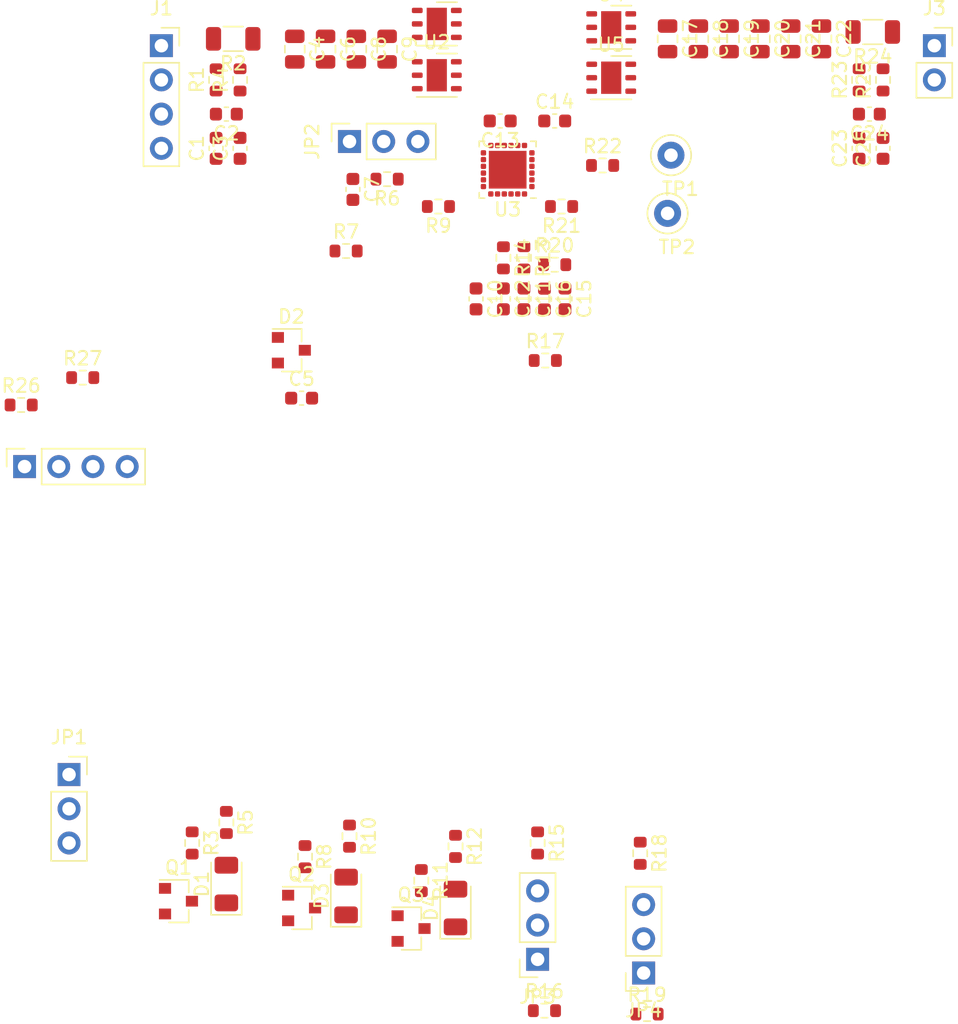
<source format=kicad_pcb>
(kicad_pcb (version 20171130) (host pcbnew 5.1.7-a382d34a8~88~ubuntu16.04.1)

  (general
    (thickness 1.6)
    (drawings 0)
    (tracks 0)
    (zones 0)
    (modules 73)
    (nets 46)
  )

  (page A4)
  (layers
    (0 F.Cu signal)
    (31 B.Cu signal)
    (32 B.Adhes user)
    (33 F.Adhes user)
    (34 B.Paste user)
    (35 F.Paste user)
    (36 B.SilkS user hide)
    (37 F.SilkS user hide)
    (38 B.Mask user)
    (39 F.Mask user hide)
    (40 Dwgs.User user)
    (41 Cmts.User user)
    (42 Eco1.User user)
    (43 Eco2.User user)
    (44 Edge.Cuts user)
    (45 Margin user)
    (46 B.CrtYd user)
    (47 F.CrtYd user)
    (48 B.Fab user hide)
    (49 F.Fab user hide)
  )

  (setup
    (last_trace_width 0.25)
    (trace_clearance 0.2)
    (zone_clearance 0.508)
    (zone_45_only no)
    (trace_min 0.2)
    (via_size 0.8)
    (via_drill 0.4)
    (via_min_size 0.4)
    (via_min_drill 0.3)
    (uvia_size 0.3)
    (uvia_drill 0.1)
    (uvias_allowed no)
    (uvia_min_size 0.2)
    (uvia_min_drill 0.1)
    (edge_width 0.05)
    (segment_width 0.2)
    (pcb_text_width 0.3)
    (pcb_text_size 1.5 1.5)
    (mod_edge_width 0.12)
    (mod_text_size 1 1)
    (mod_text_width 0.15)
    (pad_size 1.524 1.524)
    (pad_drill 0.762)
    (pad_to_mask_clearance 0)
    (aux_axis_origin 0 0)
    (visible_elements FFFFFF7F)
    (pcbplotparams
      (layerselection 0x010fc_ffffffff)
      (usegerberextensions false)
      (usegerberattributes true)
      (usegerberadvancedattributes true)
      (creategerberjobfile true)
      (excludeedgelayer true)
      (linewidth 0.100000)
      (plotframeref false)
      (viasonmask false)
      (mode 1)
      (useauxorigin false)
      (hpglpennumber 1)
      (hpglpenspeed 20)
      (hpglpendiameter 15.000000)
      (psnegative false)
      (psa4output false)
      (plotreference true)
      (plotvalue true)
      (plotinvisibletext false)
      (padsonsilk false)
      (subtractmaskfromsilk false)
      (outputformat 1)
      (mirror false)
      (drillshape 1)
      (scaleselection 1)
      (outputdirectory ""))
  )

  (net 0 "")
  (net 1 "Net-(C1-Pad2)")
  (net 2 GND)
  (net 3 "Net-(C2-Pad1)")
  (net 4 "Net-(C4-Pad1)")
  (net 5 "Net-(C5-Pad1)")
  (net 6 "Net-(C7-Pad1)")
  (net 7 "Net-(C11-Pad1)")
  (net 8 "Net-(C12-Pad1)")
  (net 9 "Net-(C13-Pad2)")
  (net 10 "Net-(C13-Pad1)")
  (net 11 "Net-(C14-Pad2)")
  (net 12 "Net-(C14-Pad1)")
  (net 13 "Net-(C15-Pad1)")
  (net 14 "Net-(C16-Pad1)")
  (net 15 "Net-(C17-Pad1)")
  (net 16 "Net-(C23-Pad2)")
  (net 17 "Net-(C24-Pad1)")
  (net 18 "Net-(D1-Pad2)")
  (net 19 "Net-(D1-Pad1)")
  (net 20 "Net-(D2-Pad2)")
  (net 21 "Net-(D2-Pad1)")
  (net 22 "Net-(D3-Pad2)")
  (net 23 "Net-(D3-Pad1)")
  (net 24 "Net-(D4-Pad2)")
  (net 25 "Net-(D4-Pad1)")
  (net 26 +3V3)
  (net 27 SDA)
  (net 28 SCL)
  (net 29 "Net-(J3-Pad2)")
  (net 30 "Net-(JP1-Pad2)")
  (net 31 Pin_FRWEN)
  (net 32 "Net-(JP2-Pad2)")
  (net 33 "Net-(JP3-Pad3)")
  (net 34 RVSEN)
  (net 35 "Net-(JP3-Pad1)")
  (net 36 "Net-(JP4-Pad3)")
  (net 37 "Net-(JP4-Pad1)")
  (net 38 FRWPG)
  (net 39 PROCHOT#)
  (net 40 RVSPG)
  (net 41 DCIN)
  (net 42 "Net-(U1-Pad4)")
  (net 43 "Net-(U2-Pad4)")
  (net 44 "Net-(U3-Pad7)")
  (net 45 "Net-(U3-Pad5)")

  (net_class Default "This is the default net class."
    (clearance 0.2)
    (trace_width 0.25)
    (via_dia 0.8)
    (via_drill 0.4)
    (uvia_dia 0.3)
    (uvia_drill 0.1)
    (add_net +3V3)
    (add_net DCIN)
    (add_net FRWPG)
    (add_net GND)
    (add_net "Net-(C1-Pad2)")
    (add_net "Net-(C11-Pad1)")
    (add_net "Net-(C12-Pad1)")
    (add_net "Net-(C13-Pad1)")
    (add_net "Net-(C13-Pad2)")
    (add_net "Net-(C14-Pad1)")
    (add_net "Net-(C14-Pad2)")
    (add_net "Net-(C15-Pad1)")
    (add_net "Net-(C16-Pad1)")
    (add_net "Net-(C17-Pad1)")
    (add_net "Net-(C2-Pad1)")
    (add_net "Net-(C23-Pad2)")
    (add_net "Net-(C24-Pad1)")
    (add_net "Net-(C4-Pad1)")
    (add_net "Net-(C5-Pad1)")
    (add_net "Net-(C7-Pad1)")
    (add_net "Net-(D1-Pad1)")
    (add_net "Net-(D1-Pad2)")
    (add_net "Net-(D2-Pad1)")
    (add_net "Net-(D2-Pad2)")
    (add_net "Net-(D3-Pad1)")
    (add_net "Net-(D3-Pad2)")
    (add_net "Net-(D4-Pad1)")
    (add_net "Net-(D4-Pad2)")
    (add_net "Net-(J3-Pad2)")
    (add_net "Net-(JP1-Pad2)")
    (add_net "Net-(JP2-Pad2)")
    (add_net "Net-(JP3-Pad1)")
    (add_net "Net-(JP3-Pad3)")
    (add_net "Net-(JP4-Pad1)")
    (add_net "Net-(JP4-Pad3)")
    (add_net "Net-(U1-Pad4)")
    (add_net "Net-(U2-Pad4)")
    (add_net "Net-(U3-Pad5)")
    (add_net "Net-(U3-Pad7)")
    (add_net PROCHOT#)
    (add_net Pin_FRWEN)
    (add_net RVSEN)
    (add_net RVSPG)
    (add_net SCL)
    (add_net SDA)
  )

  (module Package_DFN_QFN:DFN-6-1EP_3x3mm_P1mm_EP1.5x2.4mm (layer F.Cu) (tedit 5DC5F54E) (tstamp 5FC78424)
    (at 165.995 149.19)
    (descr "DFN, 6 Pin (https://www.silabs.com/documents/public/data-sheets/Si7020-A20.pdf), generated with kicad-footprint-generator ipc_noLead_generator.py")
    (tags "DFN NoLead")
    (path /5FCD9095)
    (attr smd)
    (fp_text reference U5 (at 0 -2.45) (layer F.SilkS)
      (effects (font (size 1 1) (thickness 0.15)))
    )
    (fp_text value AON7410 (at 0 2.45) (layer F.Fab)
      (effects (font (size 1 1) (thickness 0.15)))
    )
    (fp_line (start 2.1 -1.75) (end -2.1 -1.75) (layer F.CrtYd) (width 0.05))
    (fp_line (start 2.1 1.75) (end 2.1 -1.75) (layer F.CrtYd) (width 0.05))
    (fp_line (start -2.1 1.75) (end 2.1 1.75) (layer F.CrtYd) (width 0.05))
    (fp_line (start -2.1 -1.75) (end -2.1 1.75) (layer F.CrtYd) (width 0.05))
    (fp_line (start -1.5 -0.75) (end -0.75 -1.5) (layer F.Fab) (width 0.1))
    (fp_line (start -1.5 1.5) (end -1.5 -0.75) (layer F.Fab) (width 0.1))
    (fp_line (start 1.5 1.5) (end -1.5 1.5) (layer F.Fab) (width 0.1))
    (fp_line (start 1.5 -1.5) (end 1.5 1.5) (layer F.Fab) (width 0.1))
    (fp_line (start -0.75 -1.5) (end 1.5 -1.5) (layer F.Fab) (width 0.1))
    (fp_line (start -1.5 1.61) (end 1.5 1.61) (layer F.SilkS) (width 0.12))
    (fp_line (start 0 -1.61) (end 1.5 -1.61) (layer F.SilkS) (width 0.12))
    (fp_text user %R (at 0 0) (layer F.Fab)
      (effects (font (size 0.75 0.75) (thickness 0.11)))
    )
    (pad "" smd roundrect (at 0.375 0.6) (size 0.6 0.97) (layers F.Paste) (roundrect_rratio 0.25))
    (pad "" smd roundrect (at 0.375 -0.6) (size 0.6 0.97) (layers F.Paste) (roundrect_rratio 0.25))
    (pad "" smd roundrect (at -0.375 0.6) (size 0.6 0.97) (layers F.Paste) (roundrect_rratio 0.25))
    (pad "" smd roundrect (at -0.375 -0.6) (size 0.6 0.97) (layers F.Paste) (roundrect_rratio 0.25))
    (pad 7 smd rect (at 0 0) (size 1.5 2.4) (layers F.Cu F.Mask)
      (net 12 "Net-(C14-Pad1)"))
    (pad 6 smd roundrect (at 1.45 -1) (size 0.8 0.4) (layers F.Cu F.Paste F.Mask) (roundrect_rratio 0.25)
      (net 12 "Net-(C14-Pad1)"))
    (pad 5 smd roundrect (at 1.45 0) (size 0.8 0.4) (layers F.Cu F.Paste F.Mask) (roundrect_rratio 0.25)
      (net 12 "Net-(C14-Pad1)"))
    (pad 4 smd roundrect (at 1.45 1) (size 0.8 0.4) (layers F.Cu F.Paste F.Mask) (roundrect_rratio 0.25)
      (net 44 "Net-(U3-Pad7)"))
    (pad 3 smd roundrect (at -1.45 1) (size 0.8 0.4) (layers F.Cu F.Paste F.Mask) (roundrect_rratio 0.25)
      (net 2 GND))
    (pad 2 smd roundrect (at -1.45 0) (size 0.8 0.4) (layers F.Cu F.Paste F.Mask) (roundrect_rratio 0.25)
      (net 2 GND))
    (pad 1 smd roundrect (at -1.45 -1) (size 0.8 0.4) (layers F.Cu F.Paste F.Mask) (roundrect_rratio 0.25)
      (net 2 GND))
    (model ${KISYS3DMOD}/Package_DFN_QFN.3dshapes/DFN-6-1EP_3x3mm_P1mm_EP1.5x2.4mm.wrl
      (at (xyz 0 0 0))
      (scale (xyz 1 1 1))
      (rotate (xyz 0 0 0))
    )
  )

  (module Package_DFN_QFN:DFN-6-1EP_3x3mm_P1mm_EP1.5x2.4mm (layer F.Cu) (tedit 5DC5F54E) (tstamp 5FC78409)
    (at 165.995 145.45)
    (descr "DFN, 6 Pin (https://www.silabs.com/documents/public/data-sheets/Si7020-A20.pdf), generated with kicad-footprint-generator ipc_noLead_generator.py")
    (tags "DFN NoLead")
    (path /5FCDE566)
    (attr smd)
    (fp_text reference U4 (at 0 -2.45) (layer F.SilkS)
      (effects (font (size 1 1) (thickness 0.15)))
    )
    (fp_text value AON7410 (at 0 2.45) (layer F.Fab)
      (effects (font (size 1 1) (thickness 0.15)))
    )
    (fp_line (start 2.1 -1.75) (end -2.1 -1.75) (layer F.CrtYd) (width 0.05))
    (fp_line (start 2.1 1.75) (end 2.1 -1.75) (layer F.CrtYd) (width 0.05))
    (fp_line (start -2.1 1.75) (end 2.1 1.75) (layer F.CrtYd) (width 0.05))
    (fp_line (start -2.1 -1.75) (end -2.1 1.75) (layer F.CrtYd) (width 0.05))
    (fp_line (start -1.5 -0.75) (end -0.75 -1.5) (layer F.Fab) (width 0.1))
    (fp_line (start -1.5 1.5) (end -1.5 -0.75) (layer F.Fab) (width 0.1))
    (fp_line (start 1.5 1.5) (end -1.5 1.5) (layer F.Fab) (width 0.1))
    (fp_line (start 1.5 -1.5) (end 1.5 1.5) (layer F.Fab) (width 0.1))
    (fp_line (start -0.75 -1.5) (end 1.5 -1.5) (layer F.Fab) (width 0.1))
    (fp_line (start -1.5 1.61) (end 1.5 1.61) (layer F.SilkS) (width 0.12))
    (fp_line (start 0 -1.61) (end 1.5 -1.61) (layer F.SilkS) (width 0.12))
    (fp_text user %R (at 0 0) (layer F.Fab)
      (effects (font (size 0.75 0.75) (thickness 0.11)))
    )
    (pad "" smd roundrect (at 0.375 0.6) (size 0.6 0.97) (layers F.Paste) (roundrect_rratio 0.25))
    (pad "" smd roundrect (at 0.375 -0.6) (size 0.6 0.97) (layers F.Paste) (roundrect_rratio 0.25))
    (pad "" smd roundrect (at -0.375 0.6) (size 0.6 0.97) (layers F.Paste) (roundrect_rratio 0.25))
    (pad "" smd roundrect (at -0.375 -0.6) (size 0.6 0.97) (layers F.Paste) (roundrect_rratio 0.25))
    (pad 7 smd rect (at 0 0) (size 1.5 2.4) (layers F.Cu F.Mask)
      (net 15 "Net-(C17-Pad1)"))
    (pad 6 smd roundrect (at 1.45 -1) (size 0.8 0.4) (layers F.Cu F.Paste F.Mask) (roundrect_rratio 0.25)
      (net 15 "Net-(C17-Pad1)"))
    (pad 5 smd roundrect (at 1.45 0) (size 0.8 0.4) (layers F.Cu F.Paste F.Mask) (roundrect_rratio 0.25)
      (net 15 "Net-(C17-Pad1)"))
    (pad 4 smd roundrect (at 1.45 1) (size 0.8 0.4) (layers F.Cu F.Paste F.Mask) (roundrect_rratio 0.25)
      (net 45 "Net-(U3-Pad5)"))
    (pad 3 smd roundrect (at -1.45 1) (size 0.8 0.4) (layers F.Cu F.Paste F.Mask) (roundrect_rratio 0.25)
      (net 12 "Net-(C14-Pad1)"))
    (pad 2 smd roundrect (at -1.45 0) (size 0.8 0.4) (layers F.Cu F.Paste F.Mask) (roundrect_rratio 0.25)
      (net 12 "Net-(C14-Pad1)"))
    (pad 1 smd roundrect (at -1.45 -1) (size 0.8 0.4) (layers F.Cu F.Paste F.Mask) (roundrect_rratio 0.25)
      (net 12 "Net-(C14-Pad1)"))
    (model ${KISYS3DMOD}/Package_DFN_QFN.3dshapes/DFN-6-1EP_3x3mm_P1mm_EP1.5x2.4mm.wrl
      (at (xyz 0 0 0))
      (scale (xyz 1 1 1))
      (rotate (xyz 0 0 0))
    )
  )

  (module Package_DFN_QFN:TQFN-24-1EP_4x4mm_P0.5mm_EP2.8x2.8mm_PullBack (layer F.Cu) (tedit 5E3A7C69) (tstamp 5FC783EE)
    (at 158.304 156.018 180)
    (descr "TQFN, 24 Pin (https://ams.com/documents/20143/36005/AS1115_DS000206_1-00.pdf), generated with kicad-footprint-generator ipc_noLead_generator.py")
    (tags "TQFN NoLead")
    (path /5FC1989E)
    (attr smd)
    (fp_text reference U3 (at 0 -2.95) (layer F.SilkS)
      (effects (font (size 1 1) (thickness 0.15)))
    )
    (fp_text value RVSPG (at 0 2.95) (layer F.Fab)
      (effects (font (size 1 1) (thickness 0.15)))
    )
    (fp_line (start 2.25 -2.25) (end -2.25 -2.25) (layer F.CrtYd) (width 0.05))
    (fp_line (start 2.25 2.25) (end 2.25 -2.25) (layer F.CrtYd) (width 0.05))
    (fp_line (start -2.25 2.25) (end 2.25 2.25) (layer F.CrtYd) (width 0.05))
    (fp_line (start -2.25 -2.25) (end -2.25 2.25) (layer F.CrtYd) (width 0.05))
    (fp_line (start -2 -1) (end -1 -2) (layer F.Fab) (width 0.1))
    (fp_line (start -2 2) (end -2 -1) (layer F.Fab) (width 0.1))
    (fp_line (start 2 2) (end -2 2) (layer F.Fab) (width 0.1))
    (fp_line (start 2 -2) (end 2 2) (layer F.Fab) (width 0.1))
    (fp_line (start -1 -2) (end 2 -2) (layer F.Fab) (width 0.1))
    (fp_line (start -1.71 -2.11) (end -2.11 -2.11) (layer F.SilkS) (width 0.12))
    (fp_line (start 2.11 2.11) (end 2.11 1.71) (layer F.SilkS) (width 0.12))
    (fp_line (start 1.71 2.11) (end 2.11 2.11) (layer F.SilkS) (width 0.12))
    (fp_line (start -2.11 2.11) (end -2.11 1.71) (layer F.SilkS) (width 0.12))
    (fp_line (start -1.71 2.11) (end -2.11 2.11) (layer F.SilkS) (width 0.12))
    (fp_line (start 2.11 -2.11) (end 2.11 -1.71) (layer F.SilkS) (width 0.12))
    (fp_line (start 1.71 -2.11) (end 2.11 -2.11) (layer F.SilkS) (width 0.12))
    (fp_text user %R (at 0 -3.048) (layer F.Fab)
      (effects (font (size 1 1) (thickness 0.15)))
    )
    (pad "" smd roundrect (at 0.7 0.7 180) (size 1.13 1.13) (layers F.Paste) (roundrect_rratio 0.221239))
    (pad "" smd roundrect (at 0.7 -0.7 180) (size 1.13 1.13) (layers F.Paste) (roundrect_rratio 0.221239))
    (pad "" smd roundrect (at -0.7 0.7 180) (size 1.13 1.13) (layers F.Paste) (roundrect_rratio 0.221239))
    (pad "" smd roundrect (at -0.7 -0.7 180) (size 1.13 1.13) (layers F.Paste) (roundrect_rratio 0.221239))
    (pad 25 smd rect (at 0 0 180) (size 2.8 2.8) (layers F.Cu F.Mask)
      (net 2 GND))
    (pad 24 smd roundrect (at -1.25 -1.8 180) (size 0.4 0.4) (layers F.Cu F.Paste F.Mask) (roundrect_rratio 0.25)
      (net 38 FRWPG))
    (pad 23 smd roundrect (at -0.75 -1.8 180) (size 0.4 0.4) (layers F.Cu F.Paste F.Mask) (roundrect_rratio 0.25)
      (net 39 PROCHOT#))
    (pad 22 smd roundrect (at -0.25 -1.8 180) (size 0.4 0.4) (layers F.Cu F.Paste F.Mask) (roundrect_rratio 0.25)
      (net 28 SCL))
    (pad 21 smd roundrect (at 0.25 -1.8 180) (size 0.4 0.4) (layers F.Cu F.Paste F.Mask) (roundrect_rratio 0.25)
      (net 27 SDA))
    (pad 20 smd roundrect (at 0.75 -1.8 180) (size 0.4 0.4) (layers F.Cu F.Paste F.Mask) (roundrect_rratio 0.25)
      (net 34 RVSEN))
    (pad 19 smd roundrect (at 1.25 -1.8 180) (size 0.4 0.4) (layers F.Cu F.Paste F.Mask) (roundrect_rratio 0.25)
      (net 32 "Net-(JP2-Pad2)"))
    (pad 18 smd roundrect (at 1.8 -1.25 180) (size 0.4 0.4) (layers F.Cu F.Paste F.Mask) (roundrect_rratio 0.25)
      (net 13 "Net-(C15-Pad1)"))
    (pad 17 smd roundrect (at 1.8 -0.75 180) (size 0.4 0.4) (layers F.Cu F.Paste F.Mask) (roundrect_rratio 0.25)
      (net 41 DCIN))
    (pad 16 smd roundrect (at 1.8 -0.25 180) (size 0.4 0.4) (layers F.Cu F.Paste F.Mask) (roundrect_rratio 0.25)
      (net 21 "Net-(D2-Pad1)"))
    (pad 15 smd roundrect (at 1.8 0.25 180) (size 0.4 0.4) (layers F.Cu F.Paste F.Mask) (roundrect_rratio 0.25)
      (net 1 "Net-(C1-Pad2)"))
    (pad 14 smd roundrect (at 1.8 0.75 180) (size 0.4 0.4) (layers F.Cu F.Paste F.Mask) (roundrect_rratio 0.25)
      (net 3 "Net-(C2-Pad1)"))
    (pad 13 smd roundrect (at 1.8 1.25 180) (size 0.4 0.4) (layers F.Cu F.Paste F.Mask) (roundrect_rratio 0.25)
      (net 21 "Net-(D2-Pad1)"))
    (pad 12 smd roundrect (at 1.25 1.8 180) (size 0.4 0.4) (layers F.Cu F.Paste F.Mask) (roundrect_rratio 0.25)
      (net 9 "Net-(C13-Pad2)"))
    (pad 11 smd roundrect (at 0.75 1.8 180) (size 0.4 0.4) (layers F.Cu F.Paste F.Mask) (roundrect_rratio 0.25)
      (net 42 "Net-(U1-Pad4)"))
    (pad 10 smd roundrect (at 0.25 1.8 180) (size 0.4 0.4) (layers F.Cu F.Paste F.Mask) (roundrect_rratio 0.25)
      (net 10 "Net-(C13-Pad1)"))
    (pad 9 smd roundrect (at -0.25 1.8 180) (size 0.4 0.4) (layers F.Cu F.Paste F.Mask) (roundrect_rratio 0.25)
      (net 43 "Net-(U2-Pad4)"))
    (pad 8 smd roundrect (at -0.75 1.8 180) (size 0.4 0.4) (layers F.Cu F.Paste F.Mask) (roundrect_rratio 0.25)
      (net 14 "Net-(C16-Pad1)"))
    (pad 7 smd roundrect (at -1.25 1.8 180) (size 0.4 0.4) (layers F.Cu F.Paste F.Mask) (roundrect_rratio 0.25)
      (net 44 "Net-(U3-Pad7)"))
    (pad 6 smd roundrect (at -1.8 1.25 180) (size 0.4 0.4) (layers F.Cu F.Paste F.Mask) (roundrect_rratio 0.25)
      (net 12 "Net-(C14-Pad1)"))
    (pad 5 smd roundrect (at -1.8 0.75 180) (size 0.4 0.4) (layers F.Cu F.Paste F.Mask) (roundrect_rratio 0.25)
      (net 45 "Net-(U3-Pad5)"))
    (pad 4 smd roundrect (at -1.8 0.25 180) (size 0.4 0.4) (layers F.Cu F.Paste F.Mask) (roundrect_rratio 0.25)
      (net 11 "Net-(C14-Pad2)"))
    (pad 3 smd roundrect (at -1.8 -0.25 180) (size 0.4 0.4) (layers F.Cu F.Paste F.Mask) (roundrect_rratio 0.25)
      (net 20 "Net-(D2-Pad2)"))
    (pad 2 smd roundrect (at -1.8 -0.75 180) (size 0.4 0.4) (layers F.Cu F.Paste F.Mask) (roundrect_rratio 0.25)
      (net 16 "Net-(C23-Pad2)"))
    (pad 1 smd roundrect (at -1.8 -1.25 180) (size 0.4 0.4) (layers F.Cu F.Paste F.Mask) (roundrect_rratio 0.25)
      (net 17 "Net-(C24-Pad1)"))
    (model ${KISYS3DMOD}/Package_DFN_QFN.3dshapes/TQFN-24-1EP_4x4mm_P0.5mm_EP2.8x2.8mm_PullBack.wrl
      (at (xyz 0 0 0))
      (scale (xyz 1 1 1))
      (rotate (xyz 0 0 0))
    )
  )

  (module Package_DFN_QFN:DFN-6-1EP_3x3mm_P1mm_EP1.5x2.4mm (layer F.Cu) (tedit 5DC5F54E) (tstamp 5FC783BC)
    (at 153.041 149.006)
    (descr "DFN, 6 Pin (https://www.silabs.com/documents/public/data-sheets/Si7020-A20.pdf), generated with kicad-footprint-generator ipc_noLead_generator.py")
    (tags "DFN NoLead")
    (path /5FC4ABCB)
    (attr smd)
    (fp_text reference U2 (at 0 -2.45) (layer F.SilkS)
      (effects (font (size 1 1) (thickness 0.15)))
    )
    (fp_text value AON7410 (at 0 2.45) (layer F.Fab)
      (effects (font (size 1 1) (thickness 0.15)))
    )
    (fp_line (start 2.1 -1.75) (end -2.1 -1.75) (layer F.CrtYd) (width 0.05))
    (fp_line (start 2.1 1.75) (end 2.1 -1.75) (layer F.CrtYd) (width 0.05))
    (fp_line (start -2.1 1.75) (end 2.1 1.75) (layer F.CrtYd) (width 0.05))
    (fp_line (start -2.1 -1.75) (end -2.1 1.75) (layer F.CrtYd) (width 0.05))
    (fp_line (start -1.5 -0.75) (end -0.75 -1.5) (layer F.Fab) (width 0.1))
    (fp_line (start -1.5 1.5) (end -1.5 -0.75) (layer F.Fab) (width 0.1))
    (fp_line (start 1.5 1.5) (end -1.5 1.5) (layer F.Fab) (width 0.1))
    (fp_line (start 1.5 -1.5) (end 1.5 1.5) (layer F.Fab) (width 0.1))
    (fp_line (start -0.75 -1.5) (end 1.5 -1.5) (layer F.Fab) (width 0.1))
    (fp_line (start -1.5 1.61) (end 1.5 1.61) (layer F.SilkS) (width 0.12))
    (fp_line (start 0 -1.61) (end 1.5 -1.61) (layer F.SilkS) (width 0.12))
    (fp_text user %R (at 0 0) (layer F.Fab)
      (effects (font (size 0.75 0.75) (thickness 0.11)))
    )
    (pad "" smd roundrect (at 0.375 0.6) (size 0.6 0.97) (layers F.Paste) (roundrect_rratio 0.25))
    (pad "" smd roundrect (at 0.375 -0.6) (size 0.6 0.97) (layers F.Paste) (roundrect_rratio 0.25))
    (pad "" smd roundrect (at -0.375 0.6) (size 0.6 0.97) (layers F.Paste) (roundrect_rratio 0.25))
    (pad "" smd roundrect (at -0.375 -0.6) (size 0.6 0.97) (layers F.Paste) (roundrect_rratio 0.25))
    (pad 7 smd rect (at 0 0) (size 1.5 2.4) (layers F.Cu F.Mask)
      (net 10 "Net-(C13-Pad1)"))
    (pad 6 smd roundrect (at 1.45 -1) (size 0.8 0.4) (layers F.Cu F.Paste F.Mask) (roundrect_rratio 0.25)
      (net 10 "Net-(C13-Pad1)"))
    (pad 5 smd roundrect (at 1.45 0) (size 0.8 0.4) (layers F.Cu F.Paste F.Mask) (roundrect_rratio 0.25)
      (net 10 "Net-(C13-Pad1)"))
    (pad 4 smd roundrect (at 1.45 1) (size 0.8 0.4) (layers F.Cu F.Paste F.Mask) (roundrect_rratio 0.25)
      (net 43 "Net-(U2-Pad4)"))
    (pad 3 smd roundrect (at -1.45 1) (size 0.8 0.4) (layers F.Cu F.Paste F.Mask) (roundrect_rratio 0.25)
      (net 2 GND))
    (pad 2 smd roundrect (at -1.45 0) (size 0.8 0.4) (layers F.Cu F.Paste F.Mask) (roundrect_rratio 0.25)
      (net 2 GND))
    (pad 1 smd roundrect (at -1.45 -1) (size 0.8 0.4) (layers F.Cu F.Paste F.Mask) (roundrect_rratio 0.25)
      (net 2 GND))
    (model ${KISYS3DMOD}/Package_DFN_QFN.3dshapes/DFN-6-1EP_3x3mm_P1mm_EP1.5x2.4mm.wrl
      (at (xyz 0 0 0))
      (scale (xyz 1 1 1))
      (rotate (xyz 0 0 0))
    )
  )

  (module Package_DFN_QFN:DFN-6-1EP_3x3mm_P1mm_EP1.5x2.4mm (layer F.Cu) (tedit 5DC5F54E) (tstamp 5FC783A1)
    (at 153.041 145.196)
    (descr "DFN, 6 Pin (https://www.silabs.com/documents/public/data-sheets/Si7020-A20.pdf), generated with kicad-footprint-generator ipc_noLead_generator.py")
    (tags "DFN NoLead")
    (path /5FC3F848)
    (attr smd)
    (fp_text reference U1 (at 0 -2.45) (layer F.SilkS)
      (effects (font (size 1 1) (thickness 0.15)))
    )
    (fp_text value AON7410 (at 0 2.45) (layer F.Fab)
      (effects (font (size 1 1) (thickness 0.15)))
    )
    (fp_line (start 2.1 -1.75) (end -2.1 -1.75) (layer F.CrtYd) (width 0.05))
    (fp_line (start 2.1 1.75) (end 2.1 -1.75) (layer F.CrtYd) (width 0.05))
    (fp_line (start -2.1 1.75) (end 2.1 1.75) (layer F.CrtYd) (width 0.05))
    (fp_line (start -2.1 -1.75) (end -2.1 1.75) (layer F.CrtYd) (width 0.05))
    (fp_line (start -1.5 -0.75) (end -0.75 -1.5) (layer F.Fab) (width 0.1))
    (fp_line (start -1.5 1.5) (end -1.5 -0.75) (layer F.Fab) (width 0.1))
    (fp_line (start 1.5 1.5) (end -1.5 1.5) (layer F.Fab) (width 0.1))
    (fp_line (start 1.5 -1.5) (end 1.5 1.5) (layer F.Fab) (width 0.1))
    (fp_line (start -0.75 -1.5) (end 1.5 -1.5) (layer F.Fab) (width 0.1))
    (fp_line (start -1.5 1.61) (end 1.5 1.61) (layer F.SilkS) (width 0.12))
    (fp_line (start 0 -1.61) (end 1.5 -1.61) (layer F.SilkS) (width 0.12))
    (fp_text user %R (at 0 0) (layer F.Fab)
      (effects (font (size 0.75 0.75) (thickness 0.11)))
    )
    (pad "" smd roundrect (at 0.375 0.6) (size 0.6 0.97) (layers F.Paste) (roundrect_rratio 0.25))
    (pad "" smd roundrect (at 0.375 -0.6) (size 0.6 0.97) (layers F.Paste) (roundrect_rratio 0.25))
    (pad "" smd roundrect (at -0.375 0.6) (size 0.6 0.97) (layers F.Paste) (roundrect_rratio 0.25))
    (pad "" smd roundrect (at -0.375 -0.6) (size 0.6 0.97) (layers F.Paste) (roundrect_rratio 0.25))
    (pad 7 smd rect (at 0 0) (size 1.5 2.4) (layers F.Cu F.Mask)
      (net 4 "Net-(C4-Pad1)"))
    (pad 6 smd roundrect (at 1.45 -1) (size 0.8 0.4) (layers F.Cu F.Paste F.Mask) (roundrect_rratio 0.25)
      (net 4 "Net-(C4-Pad1)"))
    (pad 5 smd roundrect (at 1.45 0) (size 0.8 0.4) (layers F.Cu F.Paste F.Mask) (roundrect_rratio 0.25)
      (net 4 "Net-(C4-Pad1)"))
    (pad 4 smd roundrect (at 1.45 1) (size 0.8 0.4) (layers F.Cu F.Paste F.Mask) (roundrect_rratio 0.25)
      (net 42 "Net-(U1-Pad4)"))
    (pad 3 smd roundrect (at -1.45 1) (size 0.8 0.4) (layers F.Cu F.Paste F.Mask) (roundrect_rratio 0.25)
      (net 10 "Net-(C13-Pad1)"))
    (pad 2 smd roundrect (at -1.45 0) (size 0.8 0.4) (layers F.Cu F.Paste F.Mask) (roundrect_rratio 0.25)
      (net 10 "Net-(C13-Pad1)"))
    (pad 1 smd roundrect (at -1.45 -1) (size 0.8 0.4) (layers F.Cu F.Paste F.Mask) (roundrect_rratio 0.25)
      (net 10 "Net-(C13-Pad1)"))
    (model ${KISYS3DMOD}/Package_DFN_QFN.3dshapes/DFN-6-1EP_3x3mm_P1mm_EP1.5x2.4mm.wrl
      (at (xyz 0 0 0))
      (scale (xyz 1 1 1))
      (rotate (xyz 0 0 0))
    )
  )

  (module TestPoint:TestPoint_Loop_D2.50mm_Drill1.0mm (layer F.Cu) (tedit 5A0F774F) (tstamp 5FC78386)
    (at 170.18 159.258)
    (descr "wire loop as test point, loop diameter 2.5mm, hole diameter 1.0mm")
    (tags "test point wire loop bead")
    (path /5FD06A05)
    (fp_text reference TP2 (at 0.7 2.5) (layer F.SilkS)
      (effects (font (size 1 1) (thickness 0.15)))
    )
    (fp_text value FRWPG (at 0 -2.8) (layer F.Fab)
      (effects (font (size 1 1) (thickness 0.15)))
    )
    (fp_circle (center 0 0) (end 1.5 0) (layer F.SilkS) (width 0.12))
    (fp_circle (center 0 0) (end 1.8 0) (layer F.CrtYd) (width 0.05))
    (fp_line (start 1.3 -0.2) (end -1.3 -0.2) (layer F.Fab) (width 0.12))
    (fp_line (start 1.3 0.2) (end 1.3 -0.2) (layer F.Fab) (width 0.12))
    (fp_line (start -1.3 0.2) (end 1.3 0.2) (layer F.Fab) (width 0.12))
    (fp_line (start -1.3 -0.2) (end -1.3 0.2) (layer F.Fab) (width 0.12))
    (fp_text user %R (at 0.7 2.5) (layer F.Fab)
      (effects (font (size 1 1) (thickness 0.15)))
    )
    (pad 1 thru_hole circle (at 0 0) (size 2 2) (drill 1) (layers *.Cu *.Mask)
      (net 38 FRWPG))
    (model ${KISYS3DMOD}/TestPoint.3dshapes/TestPoint_Loop_D2.50mm_Drill1.0mm.wrl
      (at (xyz 0 0 0))
      (scale (xyz 1 1 1))
      (rotate (xyz 0 0 0))
    )
  )

  (module TestPoint:TestPoint_Loop_D2.50mm_Drill1.0mm (layer F.Cu) (tedit 5A0F774F) (tstamp 5FC7837A)
    (at 170.434 154.94)
    (descr "wire loop as test point, loop diameter 2.5mm, hole diameter 1.0mm")
    (tags "test point wire loop bead")
    (path /5FD1FD32)
    (fp_text reference TP1 (at 0.7 2.5) (layer F.SilkS)
      (effects (font (size 1 1) (thickness 0.15)))
    )
    (fp_text value RVSPG (at 0 -2.8) (layer F.Fab)
      (effects (font (size 1 1) (thickness 0.15)))
    )
    (fp_circle (center 0 0) (end 1.5 0) (layer F.SilkS) (width 0.12))
    (fp_circle (center 0 0) (end 1.8 0) (layer F.CrtYd) (width 0.05))
    (fp_line (start 1.3 -0.2) (end -1.3 -0.2) (layer F.Fab) (width 0.12))
    (fp_line (start 1.3 0.2) (end 1.3 -0.2) (layer F.Fab) (width 0.12))
    (fp_line (start -1.3 0.2) (end 1.3 0.2) (layer F.Fab) (width 0.12))
    (fp_line (start -1.3 -0.2) (end -1.3 0.2) (layer F.Fab) (width 0.12))
    (fp_text user %R (at 0.7 2.5) (layer F.Fab)
      (effects (font (size 1 1) (thickness 0.15)))
    )
    (pad 1 thru_hole circle (at 0 0) (size 2 2) (drill 1) (layers *.Cu *.Mask)
      (net 40 RVSPG))
    (model ${KISYS3DMOD}/TestPoint.3dshapes/TestPoint_Loop_D2.50mm_Drill1.0mm.wrl
      (at (xyz 0 0 0))
      (scale (xyz 1 1 1))
      (rotate (xyz 0 0 0))
    )
  )

  (module Resistor_SMD:R_0603_1608Metric (layer F.Cu) (tedit 5F68FEEE) (tstamp 5FC7836E)
    (at 126.746 171.45)
    (descr "Resistor SMD 0603 (1608 Metric), square (rectangular) end terminal, IPC_7351 nominal, (Body size source: IPC-SM-782 page 72, https://www.pcb-3d.com/wordpress/wp-content/uploads/ipc-sm-782a_amendment_1_and_2.pdf), generated with kicad-footprint-generator")
    (tags resistor)
    (path /5FCC00F5)
    (attr smd)
    (fp_text reference R27 (at 0 -1.43) (layer F.SilkS)
      (effects (font (size 1 1) (thickness 0.15)))
    )
    (fp_text value 10K (at 0 1.43) (layer F.Fab)
      (effects (font (size 1 1) (thickness 0.15)))
    )
    (fp_line (start 1.48 0.73) (end -1.48 0.73) (layer F.CrtYd) (width 0.05))
    (fp_line (start 1.48 -0.73) (end 1.48 0.73) (layer F.CrtYd) (width 0.05))
    (fp_line (start -1.48 -0.73) (end 1.48 -0.73) (layer F.CrtYd) (width 0.05))
    (fp_line (start -1.48 0.73) (end -1.48 -0.73) (layer F.CrtYd) (width 0.05))
    (fp_line (start -0.237258 0.5225) (end 0.237258 0.5225) (layer F.SilkS) (width 0.12))
    (fp_line (start -0.237258 -0.5225) (end 0.237258 -0.5225) (layer F.SilkS) (width 0.12))
    (fp_line (start 0.8 0.4125) (end -0.8 0.4125) (layer F.Fab) (width 0.1))
    (fp_line (start 0.8 -0.4125) (end 0.8 0.4125) (layer F.Fab) (width 0.1))
    (fp_line (start -0.8 -0.4125) (end 0.8 -0.4125) (layer F.Fab) (width 0.1))
    (fp_line (start -0.8 0.4125) (end -0.8 -0.4125) (layer F.Fab) (width 0.1))
    (fp_text user %R (at 0 0) (layer F.Fab)
      (effects (font (size 0.4 0.4) (thickness 0.06)))
    )
    (pad 2 smd roundrect (at 0.825 0) (size 0.8 0.95) (layers F.Cu F.Paste F.Mask) (roundrect_rratio 0.25)
      (net 27 SDA))
    (pad 1 smd roundrect (at -0.825 0) (size 0.8 0.95) (layers F.Cu F.Paste F.Mask) (roundrect_rratio 0.25)
      (net 26 +3V3))
    (model ${KISYS3DMOD}/Resistor_SMD.3dshapes/R_0603_1608Metric.wrl
      (at (xyz 0 0 0))
      (scale (xyz 1 1 1))
      (rotate (xyz 0 0 0))
    )
  )

  (module Resistor_SMD:R_0603_1608Metric (layer F.Cu) (tedit 5F68FEEE) (tstamp 5FC7835D)
    (at 122.174 173.482)
    (descr "Resistor SMD 0603 (1608 Metric), square (rectangular) end terminal, IPC_7351 nominal, (Body size source: IPC-SM-782 page 72, https://www.pcb-3d.com/wordpress/wp-content/uploads/ipc-sm-782a_amendment_1_and_2.pdf), generated with kicad-footprint-generator")
    (tags resistor)
    (path /5FCC8FBA)
    (attr smd)
    (fp_text reference R26 (at 0 -1.43) (layer F.SilkS)
      (effects (font (size 1 1) (thickness 0.15)))
    )
    (fp_text value 10K (at 0 1.43) (layer F.Fab)
      (effects (font (size 1 1) (thickness 0.15)))
    )
    (fp_line (start 1.48 0.73) (end -1.48 0.73) (layer F.CrtYd) (width 0.05))
    (fp_line (start 1.48 -0.73) (end 1.48 0.73) (layer F.CrtYd) (width 0.05))
    (fp_line (start -1.48 -0.73) (end 1.48 -0.73) (layer F.CrtYd) (width 0.05))
    (fp_line (start -1.48 0.73) (end -1.48 -0.73) (layer F.CrtYd) (width 0.05))
    (fp_line (start -0.237258 0.5225) (end 0.237258 0.5225) (layer F.SilkS) (width 0.12))
    (fp_line (start -0.237258 -0.5225) (end 0.237258 -0.5225) (layer F.SilkS) (width 0.12))
    (fp_line (start 0.8 0.4125) (end -0.8 0.4125) (layer F.Fab) (width 0.1))
    (fp_line (start 0.8 -0.4125) (end 0.8 0.4125) (layer F.Fab) (width 0.1))
    (fp_line (start -0.8 -0.4125) (end 0.8 -0.4125) (layer F.Fab) (width 0.1))
    (fp_line (start -0.8 0.4125) (end -0.8 -0.4125) (layer F.Fab) (width 0.1))
    (fp_text user %R (at 0 0) (layer F.Fab)
      (effects (font (size 0.4 0.4) (thickness 0.06)))
    )
    (pad 2 smd roundrect (at 0.825 0) (size 0.8 0.95) (layers F.Cu F.Paste F.Mask) (roundrect_rratio 0.25)
      (net 28 SCL))
    (pad 1 smd roundrect (at -0.825 0) (size 0.8 0.95) (layers F.Cu F.Paste F.Mask) (roundrect_rratio 0.25)
      (net 26 +3V3))
    (model ${KISYS3DMOD}/Resistor_SMD.3dshapes/R_0603_1608Metric.wrl
      (at (xyz 0 0 0))
      (scale (xyz 1 1 1))
      (rotate (xyz 0 0 0))
    )
  )

  (module Resistor_SMD:R_0603_1608Metric (layer F.Cu) (tedit 5F68FEEE) (tstamp 5FC7834C)
    (at 186.182 149.352 90)
    (descr "Resistor SMD 0603 (1608 Metric), square (rectangular) end terminal, IPC_7351 nominal, (Body size source: IPC-SM-782 page 72, https://www.pcb-3d.com/wordpress/wp-content/uploads/ipc-sm-782a_amendment_1_and_2.pdf), generated with kicad-footprint-generator")
    (tags resistor)
    (path /5FC5F92C)
    (attr smd)
    (fp_text reference R25 (at 0 -1.43 90) (layer F.SilkS)
      (effects (font (size 1 1) (thickness 0.15)))
    )
    (fp_text value 1R (at 0 1.43 90) (layer F.Fab)
      (effects (font (size 1 1) (thickness 0.15)))
    )
    (fp_line (start 1.48 0.73) (end -1.48 0.73) (layer F.CrtYd) (width 0.05))
    (fp_line (start 1.48 -0.73) (end 1.48 0.73) (layer F.CrtYd) (width 0.05))
    (fp_line (start -1.48 -0.73) (end 1.48 -0.73) (layer F.CrtYd) (width 0.05))
    (fp_line (start -1.48 0.73) (end -1.48 -0.73) (layer F.CrtYd) (width 0.05))
    (fp_line (start -0.237258 0.5225) (end 0.237258 0.5225) (layer F.SilkS) (width 0.12))
    (fp_line (start -0.237258 -0.5225) (end 0.237258 -0.5225) (layer F.SilkS) (width 0.12))
    (fp_line (start 0.8 0.4125) (end -0.8 0.4125) (layer F.Fab) (width 0.1))
    (fp_line (start 0.8 -0.4125) (end 0.8 0.4125) (layer F.Fab) (width 0.1))
    (fp_line (start -0.8 -0.4125) (end 0.8 -0.4125) (layer F.Fab) (width 0.1))
    (fp_line (start -0.8 0.4125) (end -0.8 -0.4125) (layer F.Fab) (width 0.1))
    (fp_text user %R (at 0 0 90) (layer F.Fab)
      (effects (font (size 0.4 0.4) (thickness 0.06)))
    )
    (pad 2 smd roundrect (at 0.825 0 90) (size 0.8 0.95) (layers F.Cu F.Paste F.Mask) (roundrect_rratio 0.25)
      (net 29 "Net-(J3-Pad2)"))
    (pad 1 smd roundrect (at -0.825 0 90) (size 0.8 0.95) (layers F.Cu F.Paste F.Mask) (roundrect_rratio 0.25)
      (net 17 "Net-(C24-Pad1)"))
    (model ${KISYS3DMOD}/Resistor_SMD.3dshapes/R_0603_1608Metric.wrl
      (at (xyz 0 0 0))
      (scale (xyz 1 1 1))
      (rotate (xyz 0 0 0))
    )
  )

  (module Resistor_SMD:R_1206_3216Metric (layer F.Cu) (tedit 5F68FEEE) (tstamp 5FC7833B)
    (at 185.42 145.796 180)
    (descr "Resistor SMD 1206 (3216 Metric), square (rectangular) end terminal, IPC_7351 nominal, (Body size source: IPC-SM-782 page 72, https://www.pcb-3d.com/wordpress/wp-content/uploads/ipc-sm-782a_amendment_1_and_2.pdf), generated with kicad-footprint-generator")
    (tags resistor)
    (path /5FC5F6A2)
    (attr smd)
    (fp_text reference R24 (at 0 -1.82) (layer F.SilkS)
      (effects (font (size 1 1) (thickness 0.15)))
    )
    (fp_text value 0.01R (at 0 1.82) (layer F.Fab)
      (effects (font (size 1 1) (thickness 0.15)))
    )
    (fp_line (start 2.28 1.12) (end -2.28 1.12) (layer F.CrtYd) (width 0.05))
    (fp_line (start 2.28 -1.12) (end 2.28 1.12) (layer F.CrtYd) (width 0.05))
    (fp_line (start -2.28 -1.12) (end 2.28 -1.12) (layer F.CrtYd) (width 0.05))
    (fp_line (start -2.28 1.12) (end -2.28 -1.12) (layer F.CrtYd) (width 0.05))
    (fp_line (start -0.727064 0.91) (end 0.727064 0.91) (layer F.SilkS) (width 0.12))
    (fp_line (start -0.727064 -0.91) (end 0.727064 -0.91) (layer F.SilkS) (width 0.12))
    (fp_line (start 1.6 0.8) (end -1.6 0.8) (layer F.Fab) (width 0.1))
    (fp_line (start 1.6 -0.8) (end 1.6 0.8) (layer F.Fab) (width 0.1))
    (fp_line (start -1.6 -0.8) (end 1.6 -0.8) (layer F.Fab) (width 0.1))
    (fp_line (start -1.6 0.8) (end -1.6 -0.8) (layer F.Fab) (width 0.1))
    (fp_text user %R (at 0 0) (layer F.Fab)
      (effects (font (size 0.8 0.8) (thickness 0.12)))
    )
    (pad 2 smd roundrect (at 1.4625 0 180) (size 1.125 1.75) (layers F.Cu F.Paste F.Mask) (roundrect_rratio 0.222222)
      (net 15 "Net-(C17-Pad1)"))
    (pad 1 smd roundrect (at -1.4625 0 180) (size 1.125 1.75) (layers F.Cu F.Paste F.Mask) (roundrect_rratio 0.222222)
      (net 29 "Net-(J3-Pad2)"))
    (model ${KISYS3DMOD}/Resistor_SMD.3dshapes/R_1206_3216Metric.wrl
      (at (xyz 0 0 0))
      (scale (xyz 1 1 1))
      (rotate (xyz 0 0 0))
    )
  )

  (module Resistor_SMD:R_0603_1608Metric (layer F.Cu) (tedit 5F68FEEE) (tstamp 5FC7832A)
    (at 184.404 149.352 90)
    (descr "Resistor SMD 0603 (1608 Metric), square (rectangular) end terminal, IPC_7351 nominal, (Body size source: IPC-SM-782 page 72, https://www.pcb-3d.com/wordpress/wp-content/uploads/ipc-sm-782a_amendment_1_and_2.pdf), generated with kicad-footprint-generator")
    (tags resistor)
    (path /5FC5F940)
    (attr smd)
    (fp_text reference R23 (at 0 -1.43 90) (layer F.SilkS)
      (effects (font (size 1 1) (thickness 0.15)))
    )
    (fp_text value 1R (at 0 1.43 90) (layer F.Fab)
      (effects (font (size 1 1) (thickness 0.15)))
    )
    (fp_line (start 1.48 0.73) (end -1.48 0.73) (layer F.CrtYd) (width 0.05))
    (fp_line (start 1.48 -0.73) (end 1.48 0.73) (layer F.CrtYd) (width 0.05))
    (fp_line (start -1.48 -0.73) (end 1.48 -0.73) (layer F.CrtYd) (width 0.05))
    (fp_line (start -1.48 0.73) (end -1.48 -0.73) (layer F.CrtYd) (width 0.05))
    (fp_line (start -0.237258 0.5225) (end 0.237258 0.5225) (layer F.SilkS) (width 0.12))
    (fp_line (start -0.237258 -0.5225) (end 0.237258 -0.5225) (layer F.SilkS) (width 0.12))
    (fp_line (start 0.8 0.4125) (end -0.8 0.4125) (layer F.Fab) (width 0.1))
    (fp_line (start 0.8 -0.4125) (end 0.8 0.4125) (layer F.Fab) (width 0.1))
    (fp_line (start -0.8 -0.4125) (end 0.8 -0.4125) (layer F.Fab) (width 0.1))
    (fp_line (start -0.8 0.4125) (end -0.8 -0.4125) (layer F.Fab) (width 0.1))
    (fp_text user %R (at 0 0 90) (layer F.Fab)
      (effects (font (size 0.4 0.4) (thickness 0.06)))
    )
    (pad 2 smd roundrect (at 0.825 0 90) (size 0.8 0.95) (layers F.Cu F.Paste F.Mask) (roundrect_rratio 0.25)
      (net 15 "Net-(C17-Pad1)"))
    (pad 1 smd roundrect (at -0.825 0 90) (size 0.8 0.95) (layers F.Cu F.Paste F.Mask) (roundrect_rratio 0.25)
      (net 16 "Net-(C23-Pad2)"))
    (model ${KISYS3DMOD}/Resistor_SMD.3dshapes/R_0603_1608Metric.wrl
      (at (xyz 0 0 0))
      (scale (xyz 1 1 1))
      (rotate (xyz 0 0 0))
    )
  )

  (module Resistor_SMD:R_0603_1608Metric (layer F.Cu) (tedit 5F68FEEE) (tstamp 5FCA2804)
    (at 165.354 155.702)
    (descr "Resistor SMD 0603 (1608 Metric), square (rectangular) end terminal, IPC_7351 nominal, (Body size source: IPC-SM-782 page 72, https://www.pcb-3d.com/wordpress/wp-content/uploads/ipc-sm-782a_amendment_1_and_2.pdf), generated with kicad-footprint-generator")
    (tags resistor)
    (path /5FCF06E1)
    (attr smd)
    (fp_text reference R22 (at 0 -1.43) (layer F.SilkS)
      (effects (font (size 1 1) (thickness 0.15)))
    )
    (fp_text value 3.3K (at 0 1.43) (layer F.Fab)
      (effects (font (size 1 1) (thickness 0.15)))
    )
    (fp_line (start 1.48 0.73) (end -1.48 0.73) (layer F.CrtYd) (width 0.05))
    (fp_line (start 1.48 -0.73) (end 1.48 0.73) (layer F.CrtYd) (width 0.05))
    (fp_line (start -1.48 -0.73) (end 1.48 -0.73) (layer F.CrtYd) (width 0.05))
    (fp_line (start -1.48 0.73) (end -1.48 -0.73) (layer F.CrtYd) (width 0.05))
    (fp_line (start -0.237258 0.5225) (end 0.237258 0.5225) (layer F.SilkS) (width 0.12))
    (fp_line (start -0.237258 -0.5225) (end 0.237258 -0.5225) (layer F.SilkS) (width 0.12))
    (fp_line (start 0.8 0.4125) (end -0.8 0.4125) (layer F.Fab) (width 0.1))
    (fp_line (start 0.8 -0.4125) (end 0.8 0.4125) (layer F.Fab) (width 0.1))
    (fp_line (start -0.8 -0.4125) (end 0.8 -0.4125) (layer F.Fab) (width 0.1))
    (fp_line (start -0.8 0.4125) (end -0.8 -0.4125) (layer F.Fab) (width 0.1))
    (fp_text user %R (at 0 0) (layer F.Fab)
      (effects (font (size 0.4 0.4) (thickness 0.06)))
    )
    (pad 2 smd roundrect (at 0.825 0) (size 0.8 0.95) (layers F.Cu F.Paste F.Mask) (roundrect_rratio 0.25)
      (net 40 RVSPG))
    (pad 1 smd roundrect (at -0.825 0) (size 0.8 0.95) (layers F.Cu F.Paste F.Mask) (roundrect_rratio 0.25)
      (net 26 +3V3))
    (model ${KISYS3DMOD}/Resistor_SMD.3dshapes/R_0603_1608Metric.wrl
      (at (xyz 0 0 0))
      (scale (xyz 1 1 1))
      (rotate (xyz 0 0 0))
    )
  )

  (module Resistor_SMD:R_0603_1608Metric (layer F.Cu) (tedit 5F68FEEE) (tstamp 5FC78308)
    (at 162.306 158.75 180)
    (descr "Resistor SMD 0603 (1608 Metric), square (rectangular) end terminal, IPC_7351 nominal, (Body size source: IPC-SM-782 page 72, https://www.pcb-3d.com/wordpress/wp-content/uploads/ipc-sm-782a_amendment_1_and_2.pdf), generated with kicad-footprint-generator")
    (tags resistor)
    (path /5FCEF775)
    (attr smd)
    (fp_text reference R21 (at 0 -1.43) (layer F.SilkS)
      (effects (font (size 1 1) (thickness 0.15)))
    )
    (fp_text value 3.3K (at 0 1.43) (layer F.Fab)
      (effects (font (size 1 1) (thickness 0.15)))
    )
    (fp_line (start 1.48 0.73) (end -1.48 0.73) (layer F.CrtYd) (width 0.05))
    (fp_line (start 1.48 -0.73) (end 1.48 0.73) (layer F.CrtYd) (width 0.05))
    (fp_line (start -1.48 -0.73) (end 1.48 -0.73) (layer F.CrtYd) (width 0.05))
    (fp_line (start -1.48 0.73) (end -1.48 -0.73) (layer F.CrtYd) (width 0.05))
    (fp_line (start -0.237258 0.5225) (end 0.237258 0.5225) (layer F.SilkS) (width 0.12))
    (fp_line (start -0.237258 -0.5225) (end 0.237258 -0.5225) (layer F.SilkS) (width 0.12))
    (fp_line (start 0.8 0.4125) (end -0.8 0.4125) (layer F.Fab) (width 0.1))
    (fp_line (start 0.8 -0.4125) (end 0.8 0.4125) (layer F.Fab) (width 0.1))
    (fp_line (start -0.8 -0.4125) (end 0.8 -0.4125) (layer F.Fab) (width 0.1))
    (fp_line (start -0.8 0.4125) (end -0.8 -0.4125) (layer F.Fab) (width 0.1))
    (fp_text user %R (at 0 0) (layer F.Fab)
      (effects (font (size 0.4 0.4) (thickness 0.06)))
    )
    (pad 2 smd roundrect (at 0.825 0 180) (size 0.8 0.95) (layers F.Cu F.Paste F.Mask) (roundrect_rratio 0.25)
      (net 38 FRWPG))
    (pad 1 smd roundrect (at -0.825 0 180) (size 0.8 0.95) (layers F.Cu F.Paste F.Mask) (roundrect_rratio 0.25)
      (net 26 +3V3))
    (model ${KISYS3DMOD}/Resistor_SMD.3dshapes/R_0603_1608Metric.wrl
      (at (xyz 0 0 0))
      (scale (xyz 1 1 1))
      (rotate (xyz 0 0 0))
    )
  )

  (module Resistor_SMD:R_0603_1608Metric (layer F.Cu) (tedit 5F68FEEE) (tstamp 5FC782F7)
    (at 161.798 163.068)
    (descr "Resistor SMD 0603 (1608 Metric), square (rectangular) end terminal, IPC_7351 nominal, (Body size source: IPC-SM-782 page 72, https://www.pcb-3d.com/wordpress/wp-content/uploads/ipc-sm-782a_amendment_1_and_2.pdf), generated with kicad-footprint-generator")
    (tags resistor)
    (path /60018519)
    (attr smd)
    (fp_text reference R20 (at 0 -1.43) (layer F.SilkS)
      (effects (font (size 1 1) (thickness 0.15)))
    )
    (fp_text value 4.7R (at 0 1.43) (layer F.Fab)
      (effects (font (size 1 1) (thickness 0.15)))
    )
    (fp_line (start 1.48 0.73) (end -1.48 0.73) (layer F.CrtYd) (width 0.05))
    (fp_line (start 1.48 -0.73) (end 1.48 0.73) (layer F.CrtYd) (width 0.05))
    (fp_line (start -1.48 -0.73) (end 1.48 -0.73) (layer F.CrtYd) (width 0.05))
    (fp_line (start -1.48 0.73) (end -1.48 -0.73) (layer F.CrtYd) (width 0.05))
    (fp_line (start -0.237258 0.5225) (end 0.237258 0.5225) (layer F.SilkS) (width 0.12))
    (fp_line (start -0.237258 -0.5225) (end 0.237258 -0.5225) (layer F.SilkS) (width 0.12))
    (fp_line (start 0.8 0.4125) (end -0.8 0.4125) (layer F.Fab) (width 0.1))
    (fp_line (start 0.8 -0.4125) (end 0.8 0.4125) (layer F.Fab) (width 0.1))
    (fp_line (start -0.8 -0.4125) (end 0.8 -0.4125) (layer F.Fab) (width 0.1))
    (fp_line (start -0.8 0.4125) (end -0.8 -0.4125) (layer F.Fab) (width 0.1))
    (fp_text user %R (at 0 0) (layer F.Fab)
      (effects (font (size 0.4 0.4) (thickness 0.06)))
    )
    (pad 2 smd roundrect (at 0.825 0) (size 0.8 0.95) (layers F.Cu F.Paste F.Mask) (roundrect_rratio 0.25)
      (net 13 "Net-(C15-Pad1)"))
    (pad 1 smd roundrect (at -0.825 0) (size 0.8 0.95) (layers F.Cu F.Paste F.Mask) (roundrect_rratio 0.25)
      (net 14 "Net-(C16-Pad1)"))
    (model ${KISYS3DMOD}/Resistor_SMD.3dshapes/R_0603_1608Metric.wrl
      (at (xyz 0 0 0))
      (scale (xyz 1 1 1))
      (rotate (xyz 0 0 0))
    )
  )

  (module Resistor_SMD:R_0603_1608Metric (layer F.Cu) (tedit 5F68FEEE) (tstamp 5FC782E6)
    (at 168.656 218.694)
    (descr "Resistor SMD 0603 (1608 Metric), square (rectangular) end terminal, IPC_7351 nominal, (Body size source: IPC-SM-782 page 72, https://www.pcb-3d.com/wordpress/wp-content/uploads/ipc-sm-782a_amendment_1_and_2.pdf), generated with kicad-footprint-generator")
    (tags resistor)
    (path /60500CB4)
    (attr smd)
    (fp_text reference R19 (at 0 -1.43) (layer F.SilkS)
      (effects (font (size 1 1) (thickness 0.15)))
    )
    (fp_text value 133K (at 0 1.43) (layer F.Fab)
      (effects (font (size 1 1) (thickness 0.15)))
    )
    (fp_line (start 1.48 0.73) (end -1.48 0.73) (layer F.CrtYd) (width 0.05))
    (fp_line (start 1.48 -0.73) (end 1.48 0.73) (layer F.CrtYd) (width 0.05))
    (fp_line (start -1.48 -0.73) (end 1.48 -0.73) (layer F.CrtYd) (width 0.05))
    (fp_line (start -1.48 0.73) (end -1.48 -0.73) (layer F.CrtYd) (width 0.05))
    (fp_line (start -0.237258 0.5225) (end 0.237258 0.5225) (layer F.SilkS) (width 0.12))
    (fp_line (start -0.237258 -0.5225) (end 0.237258 -0.5225) (layer F.SilkS) (width 0.12))
    (fp_line (start 0.8 0.4125) (end -0.8 0.4125) (layer F.Fab) (width 0.1))
    (fp_line (start 0.8 -0.4125) (end 0.8 0.4125) (layer F.Fab) (width 0.1))
    (fp_line (start -0.8 -0.4125) (end 0.8 -0.4125) (layer F.Fab) (width 0.1))
    (fp_line (start -0.8 0.4125) (end -0.8 -0.4125) (layer F.Fab) (width 0.1))
    (fp_text user %R (at 0 0) (layer F.Fab)
      (effects (font (size 0.4 0.4) (thickness 0.06)))
    )
    (pad 2 smd roundrect (at 0.825 0) (size 0.8 0.95) (layers F.Cu F.Paste F.Mask) (roundrect_rratio 0.25)
      (net 2 GND))
    (pad 1 smd roundrect (at -0.825 0) (size 0.8 0.95) (layers F.Cu F.Paste F.Mask) (roundrect_rratio 0.25)
      (net 37 "Net-(JP4-Pad1)"))
    (model ${KISYS3DMOD}/Resistor_SMD.3dshapes/R_0603_1608Metric.wrl
      (at (xyz 0 0 0))
      (scale (xyz 1 1 1))
      (rotate (xyz 0 0 0))
    )
  )

  (module Resistor_SMD:R_0603_1608Metric (layer F.Cu) (tedit 5F68FEEE) (tstamp 5FC782D5)
    (at 168.148 206.756 270)
    (descr "Resistor SMD 0603 (1608 Metric), square (rectangular) end terminal, IPC_7351 nominal, (Body size source: IPC-SM-782 page 72, https://www.pcb-3d.com/wordpress/wp-content/uploads/ipc-sm-782a_amendment_1_and_2.pdf), generated with kicad-footprint-generator")
    (tags resistor)
    (path /605008D6)
    (attr smd)
    (fp_text reference R18 (at 0 -1.43 90) (layer F.SilkS)
      (effects (font (size 1 1) (thickness 0.15)))
    )
    (fp_text value 133K (at 0 1.43 90) (layer F.Fab)
      (effects (font (size 1 1) (thickness 0.15)))
    )
    (fp_line (start 1.48 0.73) (end -1.48 0.73) (layer F.CrtYd) (width 0.05))
    (fp_line (start 1.48 -0.73) (end 1.48 0.73) (layer F.CrtYd) (width 0.05))
    (fp_line (start -1.48 -0.73) (end 1.48 -0.73) (layer F.CrtYd) (width 0.05))
    (fp_line (start -1.48 0.73) (end -1.48 -0.73) (layer F.CrtYd) (width 0.05))
    (fp_line (start -0.237258 0.5225) (end 0.237258 0.5225) (layer F.SilkS) (width 0.12))
    (fp_line (start -0.237258 -0.5225) (end 0.237258 -0.5225) (layer F.SilkS) (width 0.12))
    (fp_line (start 0.8 0.4125) (end -0.8 0.4125) (layer F.Fab) (width 0.1))
    (fp_line (start 0.8 -0.4125) (end 0.8 0.4125) (layer F.Fab) (width 0.1))
    (fp_line (start -0.8 -0.4125) (end 0.8 -0.4125) (layer F.Fab) (width 0.1))
    (fp_line (start -0.8 0.4125) (end -0.8 -0.4125) (layer F.Fab) (width 0.1))
    (fp_text user %R (at 0 0 90) (layer F.Fab)
      (effects (font (size 0.4 0.4) (thickness 0.06)))
    )
    (pad 2 smd roundrect (at 0.825 0 270) (size 0.8 0.95) (layers F.Cu F.Paste F.Mask) (roundrect_rratio 0.25)
      (net 36 "Net-(JP4-Pad3)"))
    (pad 1 smd roundrect (at -0.825 0 270) (size 0.8 0.95) (layers F.Cu F.Paste F.Mask) (roundrect_rratio 0.25)
      (net 30 "Net-(JP1-Pad2)"))
    (model ${KISYS3DMOD}/Resistor_SMD.3dshapes/R_0603_1608Metric.wrl
      (at (xyz 0 0 0))
      (scale (xyz 1 1 1))
      (rotate (xyz 0 0 0))
    )
  )

  (module Resistor_SMD:R_0603_1608Metric (layer F.Cu) (tedit 5F68FEEE) (tstamp 5FC782C4)
    (at 161.099 170.18)
    (descr "Resistor SMD 0603 (1608 Metric), square (rectangular) end terminal, IPC_7351 nominal, (Body size source: IPC-SM-782 page 72, https://www.pcb-3d.com/wordpress/wp-content/uploads/ipc-sm-782a_amendment_1_and_2.pdf), generated with kicad-footprint-generator")
    (tags resistor)
    (path /5FFF598C)
    (attr smd)
    (fp_text reference R17 (at 0 -1.43) (layer F.SilkS)
      (effects (font (size 1 1) (thickness 0.15)))
    )
    (fp_text value 133K (at 0 1.43) (layer F.Fab)
      (effects (font (size 1 1) (thickness 0.15)))
    )
    (fp_line (start 1.48 0.73) (end -1.48 0.73) (layer F.CrtYd) (width 0.05))
    (fp_line (start 1.48 -0.73) (end 1.48 0.73) (layer F.CrtYd) (width 0.05))
    (fp_line (start -1.48 -0.73) (end 1.48 -0.73) (layer F.CrtYd) (width 0.05))
    (fp_line (start -1.48 0.73) (end -1.48 -0.73) (layer F.CrtYd) (width 0.05))
    (fp_line (start -0.237258 0.5225) (end 0.237258 0.5225) (layer F.SilkS) (width 0.12))
    (fp_line (start -0.237258 -0.5225) (end 0.237258 -0.5225) (layer F.SilkS) (width 0.12))
    (fp_line (start 0.8 0.4125) (end -0.8 0.4125) (layer F.Fab) (width 0.1))
    (fp_line (start 0.8 -0.4125) (end 0.8 0.4125) (layer F.Fab) (width 0.1))
    (fp_line (start -0.8 -0.4125) (end 0.8 -0.4125) (layer F.Fab) (width 0.1))
    (fp_line (start -0.8 0.4125) (end -0.8 -0.4125) (layer F.Fab) (width 0.1))
    (fp_text user %R (at 0 0) (layer F.Fab)
      (effects (font (size 0.4 0.4) (thickness 0.06)))
    )
    (pad 2 smd roundrect (at 0.825 0) (size 0.8 0.95) (layers F.Cu F.Paste F.Mask) (roundrect_rratio 0.25)
      (net 2 GND))
    (pad 1 smd roundrect (at -0.825 0) (size 0.8 0.95) (layers F.Cu F.Paste F.Mask) (roundrect_rratio 0.25))
    (model ${KISYS3DMOD}/Resistor_SMD.3dshapes/R_0603_1608Metric.wrl
      (at (xyz 0 0 0))
      (scale (xyz 1 1 1))
      (rotate (xyz 0 0 0))
    )
  )

  (module Resistor_SMD:R_0603_1608Metric (layer F.Cu) (tedit 5F68FEEE) (tstamp 5FC782B3)
    (at 161.036 218.44)
    (descr "Resistor SMD 0603 (1608 Metric), square (rectangular) end terminal, IPC_7351 nominal, (Body size source: IPC-SM-782 page 72, https://www.pcb-3d.com/wordpress/wp-content/uploads/ipc-sm-782a_amendment_1_and_2.pdf), generated with kicad-footprint-generator")
    (tags resistor)
    (path /60500266)
    (attr smd)
    (fp_text reference R16 (at 0 -1.43) (layer F.SilkS)
      (effects (font (size 1 1) (thickness 0.15)))
    )
    (fp_text value 133K (at 0 1.43) (layer F.Fab)
      (effects (font (size 1 1) (thickness 0.15)))
    )
    (fp_line (start 1.48 0.73) (end -1.48 0.73) (layer F.CrtYd) (width 0.05))
    (fp_line (start 1.48 -0.73) (end 1.48 0.73) (layer F.CrtYd) (width 0.05))
    (fp_line (start -1.48 -0.73) (end 1.48 -0.73) (layer F.CrtYd) (width 0.05))
    (fp_line (start -1.48 0.73) (end -1.48 -0.73) (layer F.CrtYd) (width 0.05))
    (fp_line (start -0.237258 0.5225) (end 0.237258 0.5225) (layer F.SilkS) (width 0.12))
    (fp_line (start -0.237258 -0.5225) (end 0.237258 -0.5225) (layer F.SilkS) (width 0.12))
    (fp_line (start 0.8 0.4125) (end -0.8 0.4125) (layer F.Fab) (width 0.1))
    (fp_line (start 0.8 -0.4125) (end 0.8 0.4125) (layer F.Fab) (width 0.1))
    (fp_line (start -0.8 -0.4125) (end 0.8 -0.4125) (layer F.Fab) (width 0.1))
    (fp_line (start -0.8 0.4125) (end -0.8 -0.4125) (layer F.Fab) (width 0.1))
    (fp_text user %R (at 0 0) (layer F.Fab)
      (effects (font (size 0.4 0.4) (thickness 0.06)))
    )
    (pad 2 smd roundrect (at 0.825 0) (size 0.8 0.95) (layers F.Cu F.Paste F.Mask) (roundrect_rratio 0.25)
      (net 2 GND))
    (pad 1 smd roundrect (at -0.825 0) (size 0.8 0.95) (layers F.Cu F.Paste F.Mask) (roundrect_rratio 0.25)
      (net 35 "Net-(JP3-Pad1)"))
    (model ${KISYS3DMOD}/Resistor_SMD.3dshapes/R_0603_1608Metric.wrl
      (at (xyz 0 0 0))
      (scale (xyz 1 1 1))
      (rotate (xyz 0 0 0))
    )
  )

  (module Resistor_SMD:R_0603_1608Metric (layer F.Cu) (tedit 5F68FEEE) (tstamp 5FC782A2)
    (at 160.528 205.994 270)
    (descr "Resistor SMD 0603 (1608 Metric), square (rectangular) end terminal, IPC_7351 nominal, (Body size source: IPC-SM-782 page 72, https://www.pcb-3d.com/wordpress/wp-content/uploads/ipc-sm-782a_amendment_1_and_2.pdf), generated with kicad-footprint-generator")
    (tags resistor)
    (path /6050059E)
    (attr smd)
    (fp_text reference R15 (at 0 -1.43 90) (layer F.SilkS)
      (effects (font (size 1 1) (thickness 0.15)))
    )
    (fp_text value 133K (at 0 1.43 90) (layer F.Fab)
      (effects (font (size 1 1) (thickness 0.15)))
    )
    (fp_line (start 1.48 0.73) (end -1.48 0.73) (layer F.CrtYd) (width 0.05))
    (fp_line (start 1.48 -0.73) (end 1.48 0.73) (layer F.CrtYd) (width 0.05))
    (fp_line (start -1.48 -0.73) (end 1.48 -0.73) (layer F.CrtYd) (width 0.05))
    (fp_line (start -1.48 0.73) (end -1.48 -0.73) (layer F.CrtYd) (width 0.05))
    (fp_line (start -0.237258 0.5225) (end 0.237258 0.5225) (layer F.SilkS) (width 0.12))
    (fp_line (start -0.237258 -0.5225) (end 0.237258 -0.5225) (layer F.SilkS) (width 0.12))
    (fp_line (start 0.8 0.4125) (end -0.8 0.4125) (layer F.Fab) (width 0.1))
    (fp_line (start 0.8 -0.4125) (end 0.8 0.4125) (layer F.Fab) (width 0.1))
    (fp_line (start -0.8 -0.4125) (end 0.8 -0.4125) (layer F.Fab) (width 0.1))
    (fp_line (start -0.8 0.4125) (end -0.8 -0.4125) (layer F.Fab) (width 0.1))
    (fp_text user %R (at 0 0 90) (layer F.Fab)
      (effects (font (size 0.4 0.4) (thickness 0.06)))
    )
    (pad 2 smd roundrect (at 0.825 0 270) (size 0.8 0.95) (layers F.Cu F.Paste F.Mask) (roundrect_rratio 0.25)
      (net 33 "Net-(JP3-Pad3)"))
    (pad 1 smd roundrect (at -0.825 0 270) (size 0.8 0.95) (layers F.Cu F.Paste F.Mask) (roundrect_rratio 0.25)
      (net 30 "Net-(JP1-Pad2)"))
    (model ${KISYS3DMOD}/Resistor_SMD.3dshapes/R_0603_1608Metric.wrl
      (at (xyz 0 0 0))
      (scale (xyz 1 1 1))
      (rotate (xyz 0 0 0))
    )
  )

  (module Resistor_SMD:R_0603_1608Metric (layer F.Cu) (tedit 5F68FEEE) (tstamp 5FC78291)
    (at 157.988 162.56 270)
    (descr "Resistor SMD 0603 (1608 Metric), square (rectangular) end terminal, IPC_7351 nominal, (Body size source: IPC-SM-782 page 72, https://www.pcb-3d.com/wordpress/wp-content/uploads/ipc-sm-782a_amendment_1_and_2.pdf), generated with kicad-footprint-generator")
    (tags resistor)
    (path /5FFB3AF1)
    (attr smd)
    (fp_text reference R14 (at 0 -1.43 90) (layer F.SilkS)
      (effects (font (size 1 1) (thickness 0.15)))
    )
    (fp_text value 698 (at 0 1.43 90) (layer F.Fab)
      (effects (font (size 1 1) (thickness 0.15)))
    )
    (fp_line (start 1.48 0.73) (end -1.48 0.73) (layer F.CrtYd) (width 0.05))
    (fp_line (start 1.48 -0.73) (end 1.48 0.73) (layer F.CrtYd) (width 0.05))
    (fp_line (start -1.48 -0.73) (end 1.48 -0.73) (layer F.CrtYd) (width 0.05))
    (fp_line (start -1.48 0.73) (end -1.48 -0.73) (layer F.CrtYd) (width 0.05))
    (fp_line (start -0.237258 0.5225) (end 0.237258 0.5225) (layer F.SilkS) (width 0.12))
    (fp_line (start -0.237258 -0.5225) (end 0.237258 -0.5225) (layer F.SilkS) (width 0.12))
    (fp_line (start 0.8 0.4125) (end -0.8 0.4125) (layer F.Fab) (width 0.1))
    (fp_line (start 0.8 -0.4125) (end 0.8 0.4125) (layer F.Fab) (width 0.1))
    (fp_line (start -0.8 -0.4125) (end 0.8 -0.4125) (layer F.Fab) (width 0.1))
    (fp_line (start -0.8 0.4125) (end -0.8 -0.4125) (layer F.Fab) (width 0.1))
    (fp_text user %R (at 0 0 90) (layer F.Fab)
      (effects (font (size 0.4 0.4) (thickness 0.06)))
    )
    (pad 2 smd roundrect (at 0.825 0 270) (size 0.8 0.95) (layers F.Cu F.Paste F.Mask) (roundrect_rratio 0.25)
      (net 8 "Net-(C12-Pad1)"))
    (pad 1 smd roundrect (at -0.825 0 270) (size 0.8 0.95) (layers F.Cu F.Paste F.Mask) (roundrect_rratio 0.25))
    (model ${KISYS3DMOD}/Resistor_SMD.3dshapes/R_0603_1608Metric.wrl
      (at (xyz 0 0 0))
      (scale (xyz 1 1 1))
      (rotate (xyz 0 0 0))
    )
  )

  (module Resistor_SMD:R_0603_1608Metric (layer F.Cu) (tedit 5F68FEEE) (tstamp 5FC78280)
    (at 159.512 162.56 270)
    (descr "Resistor SMD 0603 (1608 Metric), square (rectangular) end terminal, IPC_7351 nominal, (Body size source: IPC-SM-782 page 72, https://www.pcb-3d.com/wordpress/wp-content/uploads/ipc-sm-782a_amendment_1_and_2.pdf), generated with kicad-footprint-generator")
    (tags resistor)
    (path /5FF833BB)
    (attr smd)
    (fp_text reference R13 (at 0 -1.43 90) (layer F.SilkS)
      (effects (font (size 1 1) (thickness 0.15)))
    )
    (fp_text value 698 (at 0 1.43 90) (layer F.Fab)
      (effects (font (size 1 1) (thickness 0.15)))
    )
    (fp_line (start 1.48 0.73) (end -1.48 0.73) (layer F.CrtYd) (width 0.05))
    (fp_line (start 1.48 -0.73) (end 1.48 0.73) (layer F.CrtYd) (width 0.05))
    (fp_line (start -1.48 -0.73) (end 1.48 -0.73) (layer F.CrtYd) (width 0.05))
    (fp_line (start -1.48 0.73) (end -1.48 -0.73) (layer F.CrtYd) (width 0.05))
    (fp_line (start -0.237258 0.5225) (end 0.237258 0.5225) (layer F.SilkS) (width 0.12))
    (fp_line (start -0.237258 -0.5225) (end 0.237258 -0.5225) (layer F.SilkS) (width 0.12))
    (fp_line (start 0.8 0.4125) (end -0.8 0.4125) (layer F.Fab) (width 0.1))
    (fp_line (start 0.8 -0.4125) (end 0.8 0.4125) (layer F.Fab) (width 0.1))
    (fp_line (start -0.8 -0.4125) (end 0.8 -0.4125) (layer F.Fab) (width 0.1))
    (fp_line (start -0.8 0.4125) (end -0.8 -0.4125) (layer F.Fab) (width 0.1))
    (fp_text user %R (at 0 0 90) (layer F.Fab)
      (effects (font (size 0.4 0.4) (thickness 0.06)))
    )
    (pad 2 smd roundrect (at 0.825 0 270) (size 0.8 0.95) (layers F.Cu F.Paste F.Mask) (roundrect_rratio 0.25)
      (net 7 "Net-(C11-Pad1)"))
    (pad 1 smd roundrect (at -0.825 0 270) (size 0.8 0.95) (layers F.Cu F.Paste F.Mask) (roundrect_rratio 0.25))
    (model ${KISYS3DMOD}/Resistor_SMD.3dshapes/R_0603_1608Metric.wrl
      (at (xyz 0 0 0))
      (scale (xyz 1 1 1))
      (rotate (xyz 0 0 0))
    )
  )

  (module Resistor_SMD:R_0603_1608Metric (layer F.Cu) (tedit 5F68FEEE) (tstamp 5FC7826F)
    (at 154.432 206.248 270)
    (descr "Resistor SMD 0603 (1608 Metric), square (rectangular) end terminal, IPC_7351 nominal, (Body size source: IPC-SM-782 page 72, https://www.pcb-3d.com/wordpress/wp-content/uploads/ipc-sm-782a_amendment_1_and_2.pdf), generated with kicad-footprint-generator")
    (tags resistor)
    (path /601FC1ED)
    (attr smd)
    (fp_text reference R12 (at 0 -1.43 90) (layer F.SilkS)
      (effects (font (size 1 1) (thickness 0.15)))
    )
    (fp_text value 133K (at 0 1.43 90) (layer F.Fab)
      (effects (font (size 1 1) (thickness 0.15)))
    )
    (fp_line (start 1.48 0.73) (end -1.48 0.73) (layer F.CrtYd) (width 0.05))
    (fp_line (start 1.48 -0.73) (end 1.48 0.73) (layer F.CrtYd) (width 0.05))
    (fp_line (start -1.48 -0.73) (end 1.48 -0.73) (layer F.CrtYd) (width 0.05))
    (fp_line (start -1.48 0.73) (end -1.48 -0.73) (layer F.CrtYd) (width 0.05))
    (fp_line (start -0.237258 0.5225) (end 0.237258 0.5225) (layer F.SilkS) (width 0.12))
    (fp_line (start -0.237258 -0.5225) (end 0.237258 -0.5225) (layer F.SilkS) (width 0.12))
    (fp_line (start 0.8 0.4125) (end -0.8 0.4125) (layer F.Fab) (width 0.1))
    (fp_line (start 0.8 -0.4125) (end 0.8 0.4125) (layer F.Fab) (width 0.1))
    (fp_line (start -0.8 -0.4125) (end 0.8 -0.4125) (layer F.Fab) (width 0.1))
    (fp_line (start -0.8 0.4125) (end -0.8 -0.4125) (layer F.Fab) (width 0.1))
    (fp_text user %R (at 0 0 90) (layer F.Fab)
      (effects (font (size 0.4 0.4) (thickness 0.06)))
    )
    (pad 2 smd roundrect (at 0.825 0 270) (size 0.8 0.95) (layers F.Cu F.Paste F.Mask) (roundrect_rratio 0.25)
      (net 24 "Net-(D4-Pad2)"))
    (pad 1 smd roundrect (at -0.825 0 270) (size 0.8 0.95) (layers F.Cu F.Paste F.Mask) (roundrect_rratio 0.25)
      (net 30 "Net-(JP1-Pad2)"))
    (model ${KISYS3DMOD}/Resistor_SMD.3dshapes/R_0603_1608Metric.wrl
      (at (xyz 0 0 0))
      (scale (xyz 1 1 1))
      (rotate (xyz 0 0 0))
    )
  )

  (module Resistor_SMD:R_0603_1608Metric (layer F.Cu) (tedit 5F68FEEE) (tstamp 5FC7825E)
    (at 151.892 208.788 270)
    (descr "Resistor SMD 0603 (1608 Metric), square (rectangular) end terminal, IPC_7351 nominal, (Body size source: IPC-SM-782 page 72, https://www.pcb-3d.com/wordpress/wp-content/uploads/ipc-sm-782a_amendment_1_and_2.pdf), generated with kicad-footprint-generator")
    (tags resistor)
    (path /601FC1F7)
    (attr smd)
    (fp_text reference R11 (at 0 -1.43 90) (layer F.SilkS)
      (effects (font (size 1 1) (thickness 0.15)))
    )
    (fp_text value 10K (at 0 1.43 90) (layer F.Fab)
      (effects (font (size 1 1) (thickness 0.15)))
    )
    (fp_line (start 1.48 0.73) (end -1.48 0.73) (layer F.CrtYd) (width 0.05))
    (fp_line (start 1.48 -0.73) (end 1.48 0.73) (layer F.CrtYd) (width 0.05))
    (fp_line (start -1.48 -0.73) (end 1.48 -0.73) (layer F.CrtYd) (width 0.05))
    (fp_line (start -1.48 0.73) (end -1.48 -0.73) (layer F.CrtYd) (width 0.05))
    (fp_line (start -0.237258 0.5225) (end 0.237258 0.5225) (layer F.SilkS) (width 0.12))
    (fp_line (start -0.237258 -0.5225) (end 0.237258 -0.5225) (layer F.SilkS) (width 0.12))
    (fp_line (start 0.8 0.4125) (end -0.8 0.4125) (layer F.Fab) (width 0.1))
    (fp_line (start 0.8 -0.4125) (end 0.8 0.4125) (layer F.Fab) (width 0.1))
    (fp_line (start -0.8 -0.4125) (end 0.8 -0.4125) (layer F.Fab) (width 0.1))
    (fp_line (start -0.8 0.4125) (end -0.8 -0.4125) (layer F.Fab) (width 0.1))
    (fp_text user %R (at 0 0 90) (layer F.Fab)
      (effects (font (size 0.4 0.4) (thickness 0.06)))
    )
    (pad 2 smd roundrect (at 0.825 0 270) (size 0.8 0.95) (layers F.Cu F.Paste F.Mask) (roundrect_rratio 0.25)
      (net 40 RVSPG))
    (pad 1 smd roundrect (at -0.825 0 270) (size 0.8 0.95) (layers F.Cu F.Paste F.Mask) (roundrect_rratio 0.25)
      (net 30 "Net-(JP1-Pad2)"))
    (model ${KISYS3DMOD}/Resistor_SMD.3dshapes/R_0603_1608Metric.wrl
      (at (xyz 0 0 0))
      (scale (xyz 1 1 1))
      (rotate (xyz 0 0 0))
    )
  )

  (module Resistor_SMD:R_0603_1608Metric (layer F.Cu) (tedit 5F68FEEE) (tstamp 5FC7824D)
    (at 146.558 205.486 270)
    (descr "Resistor SMD 0603 (1608 Metric), square (rectangular) end terminal, IPC_7351 nominal, (Body size source: IPC-SM-782 page 72, https://www.pcb-3d.com/wordpress/wp-content/uploads/ipc-sm-782a_amendment_1_and_2.pdf), generated with kicad-footprint-generator")
    (tags resistor)
    (path /601E08B7)
    (attr smd)
    (fp_text reference R10 (at 0 -1.43 90) (layer F.SilkS)
      (effects (font (size 1 1) (thickness 0.15)))
    )
    (fp_text value 133K (at 0 1.43 90) (layer F.Fab)
      (effects (font (size 1 1) (thickness 0.15)))
    )
    (fp_line (start 1.48 0.73) (end -1.48 0.73) (layer F.CrtYd) (width 0.05))
    (fp_line (start 1.48 -0.73) (end 1.48 0.73) (layer F.CrtYd) (width 0.05))
    (fp_line (start -1.48 -0.73) (end 1.48 -0.73) (layer F.CrtYd) (width 0.05))
    (fp_line (start -1.48 0.73) (end -1.48 -0.73) (layer F.CrtYd) (width 0.05))
    (fp_line (start -0.237258 0.5225) (end 0.237258 0.5225) (layer F.SilkS) (width 0.12))
    (fp_line (start -0.237258 -0.5225) (end 0.237258 -0.5225) (layer F.SilkS) (width 0.12))
    (fp_line (start 0.8 0.4125) (end -0.8 0.4125) (layer F.Fab) (width 0.1))
    (fp_line (start 0.8 -0.4125) (end 0.8 0.4125) (layer F.Fab) (width 0.1))
    (fp_line (start -0.8 -0.4125) (end 0.8 -0.4125) (layer F.Fab) (width 0.1))
    (fp_line (start -0.8 0.4125) (end -0.8 -0.4125) (layer F.Fab) (width 0.1))
    (fp_text user %R (at 0 0 90) (layer F.Fab)
      (effects (font (size 0.4 0.4) (thickness 0.06)))
    )
    (pad 2 smd roundrect (at 0.825 0 270) (size 0.8 0.95) (layers F.Cu F.Paste F.Mask) (roundrect_rratio 0.25)
      (net 22 "Net-(D3-Pad2)"))
    (pad 1 smd roundrect (at -0.825 0 270) (size 0.8 0.95) (layers F.Cu F.Paste F.Mask) (roundrect_rratio 0.25)
      (net 30 "Net-(JP1-Pad2)"))
    (model ${KISYS3DMOD}/Resistor_SMD.3dshapes/R_0603_1608Metric.wrl
      (at (xyz 0 0 0))
      (scale (xyz 1 1 1))
      (rotate (xyz 0 0 0))
    )
  )

  (module Resistor_SMD:R_0603_1608Metric (layer F.Cu) (tedit 5F68FEEE) (tstamp 5FC7823C)
    (at 153.162 158.75 180)
    (descr "Resistor SMD 0603 (1608 Metric), square (rectangular) end terminal, IPC_7351 nominal, (Body size source: IPC-SM-782 page 72, https://www.pcb-3d.com/wordpress/wp-content/uploads/ipc-sm-782a_amendment_1_and_2.pdf), generated with kicad-footprint-generator")
    (tags resistor)
    (path /6030C17D)
    (attr smd)
    (fp_text reference R9 (at 0 -1.43) (layer F.SilkS)
      (effects (font (size 1 1) (thickness 0.15)))
    )
    (fp_text value 1R (at 0 1.43) (layer F.Fab)
      (effects (font (size 1 1) (thickness 0.15)))
    )
    (fp_line (start 1.48 0.73) (end -1.48 0.73) (layer F.CrtYd) (width 0.05))
    (fp_line (start 1.48 -0.73) (end 1.48 0.73) (layer F.CrtYd) (width 0.05))
    (fp_line (start -1.48 -0.73) (end 1.48 -0.73) (layer F.CrtYd) (width 0.05))
    (fp_line (start -1.48 0.73) (end -1.48 -0.73) (layer F.CrtYd) (width 0.05))
    (fp_line (start -0.237258 0.5225) (end 0.237258 0.5225) (layer F.SilkS) (width 0.12))
    (fp_line (start -0.237258 -0.5225) (end 0.237258 -0.5225) (layer F.SilkS) (width 0.12))
    (fp_line (start 0.8 0.4125) (end -0.8 0.4125) (layer F.Fab) (width 0.1))
    (fp_line (start 0.8 -0.4125) (end 0.8 0.4125) (layer F.Fab) (width 0.1))
    (fp_line (start -0.8 -0.4125) (end 0.8 -0.4125) (layer F.Fab) (width 0.1))
    (fp_line (start -0.8 0.4125) (end -0.8 -0.4125) (layer F.Fab) (width 0.1))
    (fp_text user %R (at 0 0) (layer F.Fab)
      (effects (font (size 0.4 0.4) (thickness 0.06)))
    )
    (pad 2 smd roundrect (at 0.825 0 180) (size 0.8 0.95) (layers F.Cu F.Paste F.Mask) (roundrect_rratio 0.25)
      (net 5 "Net-(C5-Pad1)"))
    (pad 1 smd roundrect (at -0.825 0 180) (size 0.8 0.95) (layers F.Cu F.Paste F.Mask) (roundrect_rratio 0.25)
      (net 41 DCIN))
    (model ${KISYS3DMOD}/Resistor_SMD.3dshapes/R_0603_1608Metric.wrl
      (at (xyz 0 0 0))
      (scale (xyz 1 1 1))
      (rotate (xyz 0 0 0))
    )
  )

  (module Resistor_SMD:R_0603_1608Metric (layer F.Cu) (tedit 5F68FEEE) (tstamp 5FC7822B)
    (at 143.256 207.01 270)
    (descr "Resistor SMD 0603 (1608 Metric), square (rectangular) end terminal, IPC_7351 nominal, (Body size source: IPC-SM-782 page 72, https://www.pcb-3d.com/wordpress/wp-content/uploads/ipc-sm-782a_amendment_1_and_2.pdf), generated with kicad-footprint-generator")
    (tags resistor)
    (path /601E08C1)
    (attr smd)
    (fp_text reference R8 (at 0 -1.43 90) (layer F.SilkS)
      (effects (font (size 1 1) (thickness 0.15)))
    )
    (fp_text value 10K (at 0 1.43 90) (layer F.Fab)
      (effects (font (size 1 1) (thickness 0.15)))
    )
    (fp_line (start 1.48 0.73) (end -1.48 0.73) (layer F.CrtYd) (width 0.05))
    (fp_line (start 1.48 -0.73) (end 1.48 0.73) (layer F.CrtYd) (width 0.05))
    (fp_line (start -1.48 -0.73) (end 1.48 -0.73) (layer F.CrtYd) (width 0.05))
    (fp_line (start -1.48 0.73) (end -1.48 -0.73) (layer F.CrtYd) (width 0.05))
    (fp_line (start -0.237258 0.5225) (end 0.237258 0.5225) (layer F.SilkS) (width 0.12))
    (fp_line (start -0.237258 -0.5225) (end 0.237258 -0.5225) (layer F.SilkS) (width 0.12))
    (fp_line (start 0.8 0.4125) (end -0.8 0.4125) (layer F.Fab) (width 0.1))
    (fp_line (start 0.8 -0.4125) (end 0.8 0.4125) (layer F.Fab) (width 0.1))
    (fp_line (start -0.8 -0.4125) (end 0.8 -0.4125) (layer F.Fab) (width 0.1))
    (fp_line (start -0.8 0.4125) (end -0.8 -0.4125) (layer F.Fab) (width 0.1))
    (fp_text user %R (at 0 0 90) (layer F.Fab)
      (effects (font (size 0.4 0.4) (thickness 0.06)))
    )
    (pad 2 smd roundrect (at 0.825 0 270) (size 0.8 0.95) (layers F.Cu F.Paste F.Mask) (roundrect_rratio 0.25)
      (net 39 PROCHOT#))
    (pad 1 smd roundrect (at -0.825 0 270) (size 0.8 0.95) (layers F.Cu F.Paste F.Mask) (roundrect_rratio 0.25)
      (net 30 "Net-(JP1-Pad2)"))
    (model ${KISYS3DMOD}/Resistor_SMD.3dshapes/R_0603_1608Metric.wrl
      (at (xyz 0 0 0))
      (scale (xyz 1 1 1))
      (rotate (xyz 0 0 0))
    )
  )

  (module Resistor_SMD:R_0603_1608Metric (layer F.Cu) (tedit 5F68FEEE) (tstamp 5FC7821A)
    (at 146.304 162.052)
    (descr "Resistor SMD 0603 (1608 Metric), square (rectangular) end terminal, IPC_7351 nominal, (Body size source: IPC-SM-782 page 72, https://www.pcb-3d.com/wordpress/wp-content/uploads/ipc-sm-782a_amendment_1_and_2.pdf), generated with kicad-footprint-generator")
    (tags resistor)
    (path /603F7FE5)
    (attr smd)
    (fp_text reference R7 (at 0 -1.43) (layer F.SilkS)
      (effects (font (size 1 1) (thickness 0.15)))
    )
    (fp_text value 135K (at 0 1.43) (layer F.Fab)
      (effects (font (size 1 1) (thickness 0.15)))
    )
    (fp_line (start 1.48 0.73) (end -1.48 0.73) (layer F.CrtYd) (width 0.05))
    (fp_line (start 1.48 -0.73) (end 1.48 0.73) (layer F.CrtYd) (width 0.05))
    (fp_line (start -1.48 -0.73) (end 1.48 -0.73) (layer F.CrtYd) (width 0.05))
    (fp_line (start -1.48 0.73) (end -1.48 -0.73) (layer F.CrtYd) (width 0.05))
    (fp_line (start -0.237258 0.5225) (end 0.237258 0.5225) (layer F.SilkS) (width 0.12))
    (fp_line (start -0.237258 -0.5225) (end 0.237258 -0.5225) (layer F.SilkS) (width 0.12))
    (fp_line (start 0.8 0.4125) (end -0.8 0.4125) (layer F.Fab) (width 0.1))
    (fp_line (start 0.8 -0.4125) (end 0.8 0.4125) (layer F.Fab) (width 0.1))
    (fp_line (start -0.8 -0.4125) (end 0.8 -0.4125) (layer F.Fab) (width 0.1))
    (fp_line (start -0.8 0.4125) (end -0.8 -0.4125) (layer F.Fab) (width 0.1))
    (fp_text user %R (at 0 0) (layer F.Fab)
      (effects (font (size 0.4 0.4) (thickness 0.06)))
    )
    (pad 2 smd roundrect (at 0.825 0) (size 0.8 0.95) (layers F.Cu F.Paste F.Mask) (roundrect_rratio 0.25)
      (net 2 GND))
    (pad 1 smd roundrect (at -0.825 0) (size 0.8 0.95) (layers F.Cu F.Paste F.Mask) (roundrect_rratio 0.25)
      (net 6 "Net-(C7-Pad1)"))
    (model ${KISYS3DMOD}/Resistor_SMD.3dshapes/R_0603_1608Metric.wrl
      (at (xyz 0 0 0))
      (scale (xyz 1 1 1))
      (rotate (xyz 0 0 0))
    )
  )

  (module Resistor_SMD:R_0603_1608Metric (layer F.Cu) (tedit 5F68FEEE) (tstamp 5FC78209)
    (at 149.352 156.718 180)
    (descr "Resistor SMD 0603 (1608 Metric), square (rectangular) end terminal, IPC_7351 nominal, (Body size source: IPC-SM-782 page 72, https://www.pcb-3d.com/wordpress/wp-content/uploads/ipc-sm-782a_amendment_1_and_2.pdf), generated with kicad-footprint-generator")
    (tags resistor)
    (path /603F7B1B)
    (attr smd)
    (fp_text reference R6 (at 0 -1.43) (layer F.SilkS)
      (effects (font (size 1 1) (thickness 0.15)))
    )
    (fp_text value 402K (at 0 1.43) (layer F.Fab)
      (effects (font (size 1 1) (thickness 0.15)))
    )
    (fp_line (start 1.48 0.73) (end -1.48 0.73) (layer F.CrtYd) (width 0.05))
    (fp_line (start 1.48 -0.73) (end 1.48 0.73) (layer F.CrtYd) (width 0.05))
    (fp_line (start -1.48 -0.73) (end 1.48 -0.73) (layer F.CrtYd) (width 0.05))
    (fp_line (start -1.48 0.73) (end -1.48 -0.73) (layer F.CrtYd) (width 0.05))
    (fp_line (start -0.237258 0.5225) (end 0.237258 0.5225) (layer F.SilkS) (width 0.12))
    (fp_line (start -0.237258 -0.5225) (end 0.237258 -0.5225) (layer F.SilkS) (width 0.12))
    (fp_line (start 0.8 0.4125) (end -0.8 0.4125) (layer F.Fab) (width 0.1))
    (fp_line (start 0.8 -0.4125) (end 0.8 0.4125) (layer F.Fab) (width 0.1))
    (fp_line (start -0.8 -0.4125) (end 0.8 -0.4125) (layer F.Fab) (width 0.1))
    (fp_line (start -0.8 0.4125) (end -0.8 -0.4125) (layer F.Fab) (width 0.1))
    (fp_text user %R (at 0 0) (layer F.Fab)
      (effects (font (size 0.4 0.4) (thickness 0.06)))
    )
    (pad 2 smd roundrect (at 0.825 0 180) (size 0.8 0.95) (layers F.Cu F.Paste F.Mask) (roundrect_rratio 0.25)
      (net 6 "Net-(C7-Pad1)"))
    (pad 1 smd roundrect (at -0.825 0 180) (size 0.8 0.95) (layers F.Cu F.Paste F.Mask) (roundrect_rratio 0.25)
      (net 21 "Net-(D2-Pad1)"))
    (model ${KISYS3DMOD}/Resistor_SMD.3dshapes/R_0603_1608Metric.wrl
      (at (xyz 0 0 0))
      (scale (xyz 1 1 1))
      (rotate (xyz 0 0 0))
    )
  )

  (module Resistor_SMD:R_0603_1608Metric (layer F.Cu) (tedit 5F68FEEE) (tstamp 5FC781F8)
    (at 137.414 204.47 270)
    (descr "Resistor SMD 0603 (1608 Metric), square (rectangular) end terminal, IPC_7351 nominal, (Body size source: IPC-SM-782 page 72, https://www.pcb-3d.com/wordpress/wp-content/uploads/ipc-sm-782a_amendment_1_and_2.pdf), generated with kicad-footprint-generator")
    (tags resistor)
    (path /600DABE1)
    (attr smd)
    (fp_text reference R5 (at 0 -1.43 90) (layer F.SilkS)
      (effects (font (size 1 1) (thickness 0.15)))
    )
    (fp_text value 133K (at 0 1.43 90) (layer F.Fab)
      (effects (font (size 1 1) (thickness 0.15)))
    )
    (fp_line (start 1.48 0.73) (end -1.48 0.73) (layer F.CrtYd) (width 0.05))
    (fp_line (start 1.48 -0.73) (end 1.48 0.73) (layer F.CrtYd) (width 0.05))
    (fp_line (start -1.48 -0.73) (end 1.48 -0.73) (layer F.CrtYd) (width 0.05))
    (fp_line (start -1.48 0.73) (end -1.48 -0.73) (layer F.CrtYd) (width 0.05))
    (fp_line (start -0.237258 0.5225) (end 0.237258 0.5225) (layer F.SilkS) (width 0.12))
    (fp_line (start -0.237258 -0.5225) (end 0.237258 -0.5225) (layer F.SilkS) (width 0.12))
    (fp_line (start 0.8 0.4125) (end -0.8 0.4125) (layer F.Fab) (width 0.1))
    (fp_line (start 0.8 -0.4125) (end 0.8 0.4125) (layer F.Fab) (width 0.1))
    (fp_line (start -0.8 -0.4125) (end 0.8 -0.4125) (layer F.Fab) (width 0.1))
    (fp_line (start -0.8 0.4125) (end -0.8 -0.4125) (layer F.Fab) (width 0.1))
    (fp_text user %R (at 0 0 90) (layer F.Fab)
      (effects (font (size 0.4 0.4) (thickness 0.06)))
    )
    (pad 2 smd roundrect (at 0.825 0 270) (size 0.8 0.95) (layers F.Cu F.Paste F.Mask) (roundrect_rratio 0.25)
      (net 18 "Net-(D1-Pad2)"))
    (pad 1 smd roundrect (at -0.825 0 270) (size 0.8 0.95) (layers F.Cu F.Paste F.Mask) (roundrect_rratio 0.25)
      (net 30 "Net-(JP1-Pad2)"))
    (model ${KISYS3DMOD}/Resistor_SMD.3dshapes/R_0603_1608Metric.wrl
      (at (xyz 0 0 0))
      (scale (xyz 1 1 1))
      (rotate (xyz 0 0 0))
    )
  )

  (module Resistor_SMD:R_0603_1608Metric (layer F.Cu) (tedit 5F68FEEE) (tstamp 5FC781E7)
    (at 138.43 149.352 90)
    (descr "Resistor SMD 0603 (1608 Metric), square (rectangular) end terminal, IPC_7351 nominal, (Body size source: IPC-SM-782 page 72, https://www.pcb-3d.com/wordpress/wp-content/uploads/ipc-sm-782a_amendment_1_and_2.pdf), generated with kicad-footprint-generator")
    (tags resistor)
    (path /5FC2FF31)
    (attr smd)
    (fp_text reference R4 (at 0 -1.43 90) (layer F.SilkS)
      (effects (font (size 1 1) (thickness 0.15)))
    )
    (fp_text value 1R (at 0 1.43 90) (layer F.Fab)
      (effects (font (size 1 1) (thickness 0.15)))
    )
    (fp_line (start 1.48 0.73) (end -1.48 0.73) (layer F.CrtYd) (width 0.05))
    (fp_line (start 1.48 -0.73) (end 1.48 0.73) (layer F.CrtYd) (width 0.05))
    (fp_line (start -1.48 -0.73) (end 1.48 -0.73) (layer F.CrtYd) (width 0.05))
    (fp_line (start -1.48 0.73) (end -1.48 -0.73) (layer F.CrtYd) (width 0.05))
    (fp_line (start -0.237258 0.5225) (end 0.237258 0.5225) (layer F.SilkS) (width 0.12))
    (fp_line (start -0.237258 -0.5225) (end 0.237258 -0.5225) (layer F.SilkS) (width 0.12))
    (fp_line (start 0.8 0.4125) (end -0.8 0.4125) (layer F.Fab) (width 0.1))
    (fp_line (start 0.8 -0.4125) (end 0.8 0.4125) (layer F.Fab) (width 0.1))
    (fp_line (start -0.8 -0.4125) (end 0.8 -0.4125) (layer F.Fab) (width 0.1))
    (fp_line (start -0.8 0.4125) (end -0.8 -0.4125) (layer F.Fab) (width 0.1))
    (fp_text user %R (at 0 0 90) (layer F.Fab)
      (effects (font (size 0.4 0.4) (thickness 0.06)))
    )
    (pad 2 smd roundrect (at 0.825 0 90) (size 0.8 0.95) (layers F.Cu F.Paste F.Mask) (roundrect_rratio 0.25)
      (net 4 "Net-(C4-Pad1)"))
    (pad 1 smd roundrect (at -0.825 0 90) (size 0.8 0.95) (layers F.Cu F.Paste F.Mask) (roundrect_rratio 0.25)
      (net 3 "Net-(C2-Pad1)"))
    (model ${KISYS3DMOD}/Resistor_SMD.3dshapes/R_0603_1608Metric.wrl
      (at (xyz 0 0 0))
      (scale (xyz 1 1 1))
      (rotate (xyz 0 0 0))
    )
  )

  (module Resistor_SMD:R_0603_1608Metric (layer F.Cu) (tedit 5F68FEEE) (tstamp 5FC781D6)
    (at 134.874 205.994 270)
    (descr "Resistor SMD 0603 (1608 Metric), square (rectangular) end terminal, IPC_7351 nominal, (Body size source: IPC-SM-782 page 72, https://www.pcb-3d.com/wordpress/wp-content/uploads/ipc-sm-782a_amendment_1_and_2.pdf), generated with kicad-footprint-generator")
    (tags resistor)
    (path /600DD36C)
    (attr smd)
    (fp_text reference R3 (at 0 -1.43 90) (layer F.SilkS)
      (effects (font (size 1 1) (thickness 0.15)))
    )
    (fp_text value 10K (at 0 1.43 90) (layer F.Fab)
      (effects (font (size 1 1) (thickness 0.15)))
    )
    (fp_line (start 1.48 0.73) (end -1.48 0.73) (layer F.CrtYd) (width 0.05))
    (fp_line (start 1.48 -0.73) (end 1.48 0.73) (layer F.CrtYd) (width 0.05))
    (fp_line (start -1.48 -0.73) (end 1.48 -0.73) (layer F.CrtYd) (width 0.05))
    (fp_line (start -1.48 0.73) (end -1.48 -0.73) (layer F.CrtYd) (width 0.05))
    (fp_line (start -0.237258 0.5225) (end 0.237258 0.5225) (layer F.SilkS) (width 0.12))
    (fp_line (start -0.237258 -0.5225) (end 0.237258 -0.5225) (layer F.SilkS) (width 0.12))
    (fp_line (start 0.8 0.4125) (end -0.8 0.4125) (layer F.Fab) (width 0.1))
    (fp_line (start 0.8 -0.4125) (end 0.8 0.4125) (layer F.Fab) (width 0.1))
    (fp_line (start -0.8 -0.4125) (end 0.8 -0.4125) (layer F.Fab) (width 0.1))
    (fp_line (start -0.8 0.4125) (end -0.8 -0.4125) (layer F.Fab) (width 0.1))
    (fp_text user %R (at 0 0 90) (layer F.Fab)
      (effects (font (size 0.4 0.4) (thickness 0.06)))
    )
    (pad 2 smd roundrect (at 0.825 0 270) (size 0.8 0.95) (layers F.Cu F.Paste F.Mask) (roundrect_rratio 0.25)
      (net 38 FRWPG))
    (pad 1 smd roundrect (at -0.825 0 270) (size 0.8 0.95) (layers F.Cu F.Paste F.Mask) (roundrect_rratio 0.25)
      (net 30 "Net-(JP1-Pad2)"))
    (model ${KISYS3DMOD}/Resistor_SMD.3dshapes/R_0603_1608Metric.wrl
      (at (xyz 0 0 0))
      (scale (xyz 1 1 1))
      (rotate (xyz 0 0 0))
    )
  )

  (module Resistor_SMD:R_1206_3216Metric (layer F.Cu) (tedit 5F68FEEE) (tstamp 5FC781C5)
    (at 137.922 146.304 180)
    (descr "Resistor SMD 1206 (3216 Metric), square (rectangular) end terminal, IPC_7351 nominal, (Body size source: IPC-SM-782 page 72, https://www.pcb-3d.com/wordpress/wp-content/uploads/ipc-sm-782a_amendment_1_and_2.pdf), generated with kicad-footprint-generator")
    (tags resistor)
    (path /5FC2FB8F)
    (attr smd)
    (fp_text reference R2 (at 0 -1.82) (layer F.SilkS)
      (effects (font (size 1 1) (thickness 0.15)))
    )
    (fp_text value 0.02R (at 0 1.82) (layer F.Fab)
      (effects (font (size 1 1) (thickness 0.15)))
    )
    (fp_line (start 2.28 1.12) (end -2.28 1.12) (layer F.CrtYd) (width 0.05))
    (fp_line (start 2.28 -1.12) (end 2.28 1.12) (layer F.CrtYd) (width 0.05))
    (fp_line (start -2.28 -1.12) (end 2.28 -1.12) (layer F.CrtYd) (width 0.05))
    (fp_line (start -2.28 1.12) (end -2.28 -1.12) (layer F.CrtYd) (width 0.05))
    (fp_line (start -0.727064 0.91) (end 0.727064 0.91) (layer F.SilkS) (width 0.12))
    (fp_line (start -0.727064 -0.91) (end 0.727064 -0.91) (layer F.SilkS) (width 0.12))
    (fp_line (start 1.6 0.8) (end -1.6 0.8) (layer F.Fab) (width 0.1))
    (fp_line (start 1.6 -0.8) (end 1.6 0.8) (layer F.Fab) (width 0.1))
    (fp_line (start -1.6 -0.8) (end 1.6 -0.8) (layer F.Fab) (width 0.1))
    (fp_line (start -1.6 0.8) (end -1.6 -0.8) (layer F.Fab) (width 0.1))
    (fp_text user %R (at 0 0) (layer F.Fab)
      (effects (font (size 0.8 0.8) (thickness 0.12)))
    )
    (pad 2 smd roundrect (at 1.4625 0 180) (size 1.125 1.75) (layers F.Cu F.Paste F.Mask) (roundrect_rratio 0.222222)
      (net 21 "Net-(D2-Pad1)"))
    (pad 1 smd roundrect (at -1.4625 0 180) (size 1.125 1.75) (layers F.Cu F.Paste F.Mask) (roundrect_rratio 0.222222)
      (net 4 "Net-(C4-Pad1)"))
    (model ${KISYS3DMOD}/Resistor_SMD.3dshapes/R_1206_3216Metric.wrl
      (at (xyz 0 0 0))
      (scale (xyz 1 1 1))
      (rotate (xyz 0 0 0))
    )
  )

  (module Resistor_SMD:R_0603_1608Metric (layer F.Cu) (tedit 5F68FEEE) (tstamp 5FC781B4)
    (at 136.652 149.352 90)
    (descr "Resistor SMD 0603 (1608 Metric), square (rectangular) end terminal, IPC_7351 nominal, (Body size source: IPC-SM-782 page 72, https://www.pcb-3d.com/wordpress/wp-content/uploads/ipc-sm-782a_amendment_1_and_2.pdf), generated with kicad-footprint-generator")
    (tags resistor)
    (path /5FC3062F)
    (attr smd)
    (fp_text reference R1 (at 0 -1.43 90) (layer F.SilkS)
      (effects (font (size 1 1) (thickness 0.15)))
    )
    (fp_text value 1R (at 0 1.43 90) (layer F.Fab)
      (effects (font (size 1 1) (thickness 0.15)))
    )
    (fp_line (start 1.48 0.73) (end -1.48 0.73) (layer F.CrtYd) (width 0.05))
    (fp_line (start 1.48 -0.73) (end 1.48 0.73) (layer F.CrtYd) (width 0.05))
    (fp_line (start -1.48 -0.73) (end 1.48 -0.73) (layer F.CrtYd) (width 0.05))
    (fp_line (start -1.48 0.73) (end -1.48 -0.73) (layer F.CrtYd) (width 0.05))
    (fp_line (start -0.237258 0.5225) (end 0.237258 0.5225) (layer F.SilkS) (width 0.12))
    (fp_line (start -0.237258 -0.5225) (end 0.237258 -0.5225) (layer F.SilkS) (width 0.12))
    (fp_line (start 0.8 0.4125) (end -0.8 0.4125) (layer F.Fab) (width 0.1))
    (fp_line (start 0.8 -0.4125) (end 0.8 0.4125) (layer F.Fab) (width 0.1))
    (fp_line (start -0.8 -0.4125) (end 0.8 -0.4125) (layer F.Fab) (width 0.1))
    (fp_line (start -0.8 0.4125) (end -0.8 -0.4125) (layer F.Fab) (width 0.1))
    (fp_text user %R (at 0 0 90) (layer F.Fab)
      (effects (font (size 0.4 0.4) (thickness 0.06)))
    )
    (pad 2 smd roundrect (at 0.825 0 90) (size 0.8 0.95) (layers F.Cu F.Paste F.Mask) (roundrect_rratio 0.25)
      (net 21 "Net-(D2-Pad1)"))
    (pad 1 smd roundrect (at -0.825 0 90) (size 0.8 0.95) (layers F.Cu F.Paste F.Mask) (roundrect_rratio 0.25)
      (net 1 "Net-(C1-Pad2)"))
    (model ${KISYS3DMOD}/Resistor_SMD.3dshapes/R_0603_1608Metric.wrl
      (at (xyz 0 0 0))
      (scale (xyz 1 1 1))
      (rotate (xyz 0 0 0))
    )
  )

  (module Package_TO_SOT_SMD:SOT-23 (layer F.Cu) (tedit 5A02FF57) (tstamp 5FC781A3)
    (at 151.13 212.344)
    (descr "SOT-23, Standard")
    (tags SOT-23)
    (path /601FBA49)
    (attr smd)
    (fp_text reference Q3 (at 0 -2.5) (layer F.SilkS)
      (effects (font (size 1 1) (thickness 0.15)))
    )
    (fp_text value 2N7002 (at 0 2.5) (layer F.Fab)
      (effects (font (size 1 1) (thickness 0.15)))
    )
    (fp_line (start 0.76 1.58) (end -0.7 1.58) (layer F.SilkS) (width 0.12))
    (fp_line (start 0.76 -1.58) (end -1.4 -1.58) (layer F.SilkS) (width 0.12))
    (fp_line (start -1.7 1.75) (end -1.7 -1.75) (layer F.CrtYd) (width 0.05))
    (fp_line (start 1.7 1.75) (end -1.7 1.75) (layer F.CrtYd) (width 0.05))
    (fp_line (start 1.7 -1.75) (end 1.7 1.75) (layer F.CrtYd) (width 0.05))
    (fp_line (start -1.7 -1.75) (end 1.7 -1.75) (layer F.CrtYd) (width 0.05))
    (fp_line (start 0.76 -1.58) (end 0.76 -0.65) (layer F.SilkS) (width 0.12))
    (fp_line (start 0.76 1.58) (end 0.76 0.65) (layer F.SilkS) (width 0.12))
    (fp_line (start -0.7 1.52) (end 0.7 1.52) (layer F.Fab) (width 0.1))
    (fp_line (start 0.7 -1.52) (end 0.7 1.52) (layer F.Fab) (width 0.1))
    (fp_line (start -0.7 -0.95) (end -0.15 -1.52) (layer F.Fab) (width 0.1))
    (fp_line (start -0.15 -1.52) (end 0.7 -1.52) (layer F.Fab) (width 0.1))
    (fp_line (start -0.7 -0.95) (end -0.7 1.5) (layer F.Fab) (width 0.1))
    (fp_text user %R (at 0 0 90) (layer F.Fab)
      (effects (font (size 0.5 0.5) (thickness 0.075)))
    )
    (pad 3 smd rect (at 1 0) (size 0.9 0.8) (layers F.Cu F.Paste F.Mask)
      (net 25 "Net-(D4-Pad1)"))
    (pad 2 smd rect (at -1 0.95) (size 0.9 0.8) (layers F.Cu F.Paste F.Mask)
      (net 2 GND))
    (pad 1 smd rect (at -1 -0.95) (size 0.9 0.8) (layers F.Cu F.Paste F.Mask)
      (net 40 RVSPG))
    (model ${KISYS3DMOD}/Package_TO_SOT_SMD.3dshapes/SOT-23.wrl
      (at (xyz 0 0 0))
      (scale (xyz 1 1 1))
      (rotate (xyz 0 0 0))
    )
  )

  (module Package_TO_SOT_SMD:SOT-23 (layer F.Cu) (tedit 5A02FF57) (tstamp 5FC7818E)
    (at 143.002 210.82)
    (descr "SOT-23, Standard")
    (tags SOT-23)
    (path /601E01FF)
    (attr smd)
    (fp_text reference Q2 (at 0 -2.5) (layer F.SilkS)
      (effects (font (size 1 1) (thickness 0.15)))
    )
    (fp_text value 2N7002 (at 0 2.5) (layer F.Fab)
      (effects (font (size 1 1) (thickness 0.15)))
    )
    (fp_line (start 0.76 1.58) (end -0.7 1.58) (layer F.SilkS) (width 0.12))
    (fp_line (start 0.76 -1.58) (end -1.4 -1.58) (layer F.SilkS) (width 0.12))
    (fp_line (start -1.7 1.75) (end -1.7 -1.75) (layer F.CrtYd) (width 0.05))
    (fp_line (start 1.7 1.75) (end -1.7 1.75) (layer F.CrtYd) (width 0.05))
    (fp_line (start 1.7 -1.75) (end 1.7 1.75) (layer F.CrtYd) (width 0.05))
    (fp_line (start -1.7 -1.75) (end 1.7 -1.75) (layer F.CrtYd) (width 0.05))
    (fp_line (start 0.76 -1.58) (end 0.76 -0.65) (layer F.SilkS) (width 0.12))
    (fp_line (start 0.76 1.58) (end 0.76 0.65) (layer F.SilkS) (width 0.12))
    (fp_line (start -0.7 1.52) (end 0.7 1.52) (layer F.Fab) (width 0.1))
    (fp_line (start 0.7 -1.52) (end 0.7 1.52) (layer F.Fab) (width 0.1))
    (fp_line (start -0.7 -0.95) (end -0.15 -1.52) (layer F.Fab) (width 0.1))
    (fp_line (start -0.15 -1.52) (end 0.7 -1.52) (layer F.Fab) (width 0.1))
    (fp_line (start -0.7 -0.95) (end -0.7 1.5) (layer F.Fab) (width 0.1))
    (fp_text user %R (at 0 0 90) (layer F.Fab)
      (effects (font (size 0.5 0.5) (thickness 0.075)))
    )
    (pad 3 smd rect (at 1 0) (size 0.9 0.8) (layers F.Cu F.Paste F.Mask)
      (net 23 "Net-(D3-Pad1)"))
    (pad 2 smd rect (at -1 0.95) (size 0.9 0.8) (layers F.Cu F.Paste F.Mask)
      (net 2 GND))
    (pad 1 smd rect (at -1 -0.95) (size 0.9 0.8) (layers F.Cu F.Paste F.Mask)
      (net 39 PROCHOT#))
    (model ${KISYS3DMOD}/Package_TO_SOT_SMD.3dshapes/SOT-23.wrl
      (at (xyz 0 0 0))
      (scale (xyz 1 1 1))
      (rotate (xyz 0 0 0))
    )
  )

  (module Package_TO_SOT_SMD:SOT-23 (layer F.Cu) (tedit 5A02FF57) (tstamp 5FC78179)
    (at 133.858 210.312)
    (descr "SOT-23, Standard")
    (tags SOT-23)
    (path /600D18D9)
    (attr smd)
    (fp_text reference Q1 (at 0 -2.5) (layer F.SilkS)
      (effects (font (size 1 1) (thickness 0.15)))
    )
    (fp_text value 2N7002 (at 0 2.5) (layer F.Fab)
      (effects (font (size 1 1) (thickness 0.15)))
    )
    (fp_line (start 0.76 1.58) (end -0.7 1.58) (layer F.SilkS) (width 0.12))
    (fp_line (start 0.76 -1.58) (end -1.4 -1.58) (layer F.SilkS) (width 0.12))
    (fp_line (start -1.7 1.75) (end -1.7 -1.75) (layer F.CrtYd) (width 0.05))
    (fp_line (start 1.7 1.75) (end -1.7 1.75) (layer F.CrtYd) (width 0.05))
    (fp_line (start 1.7 -1.75) (end 1.7 1.75) (layer F.CrtYd) (width 0.05))
    (fp_line (start -1.7 -1.75) (end 1.7 -1.75) (layer F.CrtYd) (width 0.05))
    (fp_line (start 0.76 -1.58) (end 0.76 -0.65) (layer F.SilkS) (width 0.12))
    (fp_line (start 0.76 1.58) (end 0.76 0.65) (layer F.SilkS) (width 0.12))
    (fp_line (start -0.7 1.52) (end 0.7 1.52) (layer F.Fab) (width 0.1))
    (fp_line (start 0.7 -1.52) (end 0.7 1.52) (layer F.Fab) (width 0.1))
    (fp_line (start -0.7 -0.95) (end -0.15 -1.52) (layer F.Fab) (width 0.1))
    (fp_line (start -0.15 -1.52) (end 0.7 -1.52) (layer F.Fab) (width 0.1))
    (fp_line (start -0.7 -0.95) (end -0.7 1.5) (layer F.Fab) (width 0.1))
    (fp_text user %R (at 0 0 90) (layer F.Fab)
      (effects (font (size 0.5 0.5) (thickness 0.075)))
    )
    (pad 3 smd rect (at 1 0) (size 0.9 0.8) (layers F.Cu F.Paste F.Mask)
      (net 19 "Net-(D1-Pad1)"))
    (pad 2 smd rect (at -1 0.95) (size 0.9 0.8) (layers F.Cu F.Paste F.Mask)
      (net 2 GND))
    (pad 1 smd rect (at -1 -0.95) (size 0.9 0.8) (layers F.Cu F.Paste F.Mask)
      (net 38 FRWPG))
    (model ${KISYS3DMOD}/Package_TO_SOT_SMD.3dshapes/SOT-23.wrl
      (at (xyz 0 0 0))
      (scale (xyz 1 1 1))
      (rotate (xyz 0 0 0))
    )
  )

  (module Connector_PinSocket_2.54mm:PinSocket_1x03_P2.54mm_Vertical (layer F.Cu) (tedit 5A19A429) (tstamp 5FC78164)
    (at 168.402 215.646 180)
    (descr "Through hole straight socket strip, 1x03, 2.54mm pitch, single row (from Kicad 4.0.7), script generated")
    (tags "Through hole socket strip THT 1x03 2.54mm single row")
    (path /604DDC72)
    (fp_text reference JP4 (at 0 -2.77) (layer F.SilkS)
      (effects (font (size 1 1) (thickness 0.15)))
    )
    (fp_text value SolderJumper_3_Open (at 0 7.85) (layer F.Fab)
      (effects (font (size 1 1) (thickness 0.15)))
    )
    (fp_line (start -1.8 6.85) (end -1.8 -1.8) (layer F.CrtYd) (width 0.05))
    (fp_line (start 1.75 6.85) (end -1.8 6.85) (layer F.CrtYd) (width 0.05))
    (fp_line (start 1.75 -1.8) (end 1.75 6.85) (layer F.CrtYd) (width 0.05))
    (fp_line (start -1.8 -1.8) (end 1.75 -1.8) (layer F.CrtYd) (width 0.05))
    (fp_line (start 0 -1.33) (end 1.33 -1.33) (layer F.SilkS) (width 0.12))
    (fp_line (start 1.33 -1.33) (end 1.33 0) (layer F.SilkS) (width 0.12))
    (fp_line (start 1.33 1.27) (end 1.33 6.41) (layer F.SilkS) (width 0.12))
    (fp_line (start -1.33 6.41) (end 1.33 6.41) (layer F.SilkS) (width 0.12))
    (fp_line (start -1.33 1.27) (end -1.33 6.41) (layer F.SilkS) (width 0.12))
    (fp_line (start -1.33 1.27) (end 1.33 1.27) (layer F.SilkS) (width 0.12))
    (fp_line (start -1.27 6.35) (end -1.27 -1.27) (layer F.Fab) (width 0.1))
    (fp_line (start 1.27 6.35) (end -1.27 6.35) (layer F.Fab) (width 0.1))
    (fp_line (start 1.27 -0.635) (end 1.27 6.35) (layer F.Fab) (width 0.1))
    (fp_line (start 0.635 -1.27) (end 1.27 -0.635) (layer F.Fab) (width 0.1))
    (fp_line (start -1.27 -1.27) (end 0.635 -1.27) (layer F.Fab) (width 0.1))
    (fp_text user %R (at 0 2.54 90) (layer F.Fab)
      (effects (font (size 1 1) (thickness 0.15)))
    )
    (pad 3 thru_hole oval (at 0 5.08 180) (size 1.7 1.7) (drill 1) (layers *.Cu *.Mask)
      (net 36 "Net-(JP4-Pad3)"))
    (pad 2 thru_hole oval (at 0 2.54 180) (size 1.7 1.7) (drill 1) (layers *.Cu *.Mask)
      (net 31 Pin_FRWEN))
    (pad 1 thru_hole rect (at 0 0 180) (size 1.7 1.7) (drill 1) (layers *.Cu *.Mask)
      (net 37 "Net-(JP4-Pad1)"))
    (model ${KISYS3DMOD}/Connector_PinSocket_2.54mm.3dshapes/PinSocket_1x03_P2.54mm_Vertical.wrl
      (at (xyz 0 0 0))
      (scale (xyz 1 1 1))
      (rotate (xyz 0 0 0))
    )
  )

  (module Connector_PinSocket_2.54mm:PinSocket_1x03_P2.54mm_Vertical (layer F.Cu) (tedit 5A19A429) (tstamp 5FC7814D)
    (at 160.528 214.63 180)
    (descr "Through hole straight socket strip, 1x03, 2.54mm pitch, single row (from Kicad 4.0.7), script generated")
    (tags "Through hole socket strip THT 1x03 2.54mm single row")
    (path /604BAB5F)
    (fp_text reference JP3 (at 0 -2.77) (layer F.SilkS)
      (effects (font (size 1 1) (thickness 0.15)))
    )
    (fp_text value SolderJumper_3_Open (at 0 7.85) (layer F.Fab)
      (effects (font (size 1 1) (thickness 0.15)))
    )
    (fp_line (start -1.8 6.85) (end -1.8 -1.8) (layer F.CrtYd) (width 0.05))
    (fp_line (start 1.75 6.85) (end -1.8 6.85) (layer F.CrtYd) (width 0.05))
    (fp_line (start 1.75 -1.8) (end 1.75 6.85) (layer F.CrtYd) (width 0.05))
    (fp_line (start -1.8 -1.8) (end 1.75 -1.8) (layer F.CrtYd) (width 0.05))
    (fp_line (start 0 -1.33) (end 1.33 -1.33) (layer F.SilkS) (width 0.12))
    (fp_line (start 1.33 -1.33) (end 1.33 0) (layer F.SilkS) (width 0.12))
    (fp_line (start 1.33 1.27) (end 1.33 6.41) (layer F.SilkS) (width 0.12))
    (fp_line (start -1.33 6.41) (end 1.33 6.41) (layer F.SilkS) (width 0.12))
    (fp_line (start -1.33 1.27) (end -1.33 6.41) (layer F.SilkS) (width 0.12))
    (fp_line (start -1.33 1.27) (end 1.33 1.27) (layer F.SilkS) (width 0.12))
    (fp_line (start -1.27 6.35) (end -1.27 -1.27) (layer F.Fab) (width 0.1))
    (fp_line (start 1.27 6.35) (end -1.27 6.35) (layer F.Fab) (width 0.1))
    (fp_line (start 1.27 -0.635) (end 1.27 6.35) (layer F.Fab) (width 0.1))
    (fp_line (start 0.635 -1.27) (end 1.27 -0.635) (layer F.Fab) (width 0.1))
    (fp_line (start -1.27 -1.27) (end 0.635 -1.27) (layer F.Fab) (width 0.1))
    (fp_text user %R (at 0 2.54 90) (layer F.Fab)
      (effects (font (size 1 1) (thickness 0.15)))
    )
    (pad 3 thru_hole oval (at 0 5.08 180) (size 1.7 1.7) (drill 1) (layers *.Cu *.Mask)
      (net 33 "Net-(JP3-Pad3)"))
    (pad 2 thru_hole oval (at 0 2.54 180) (size 1.7 1.7) (drill 1) (layers *.Cu *.Mask)
      (net 34 RVSEN))
    (pad 1 thru_hole rect (at 0 0 180) (size 1.7 1.7) (drill 1) (layers *.Cu *.Mask)
      (net 35 "Net-(JP3-Pad1)"))
    (model ${KISYS3DMOD}/Connector_PinSocket_2.54mm.3dshapes/PinSocket_1x03_P2.54mm_Vertical.wrl
      (at (xyz 0 0 0))
      (scale (xyz 1 1 1))
      (rotate (xyz 0 0 0))
    )
  )

  (module Connector_PinSocket_2.54mm:PinSocket_1x03_P2.54mm_Vertical (layer F.Cu) (tedit 5A19A429) (tstamp 5FC78136)
    (at 146.558 153.924 90)
    (descr "Through hole straight socket strip, 1x03, 2.54mm pitch, single row (from Kicad 4.0.7), script generated")
    (tags "Through hole socket strip THT 1x03 2.54mm single row")
    (path /603B9CBE)
    (fp_text reference JP2 (at 0 -2.77 90) (layer F.SilkS)
      (effects (font (size 1 1) (thickness 0.15)))
    )
    (fp_text value SolderJumper_3_Open (at 0 7.85 90) (layer F.Fab)
      (effects (font (size 1 1) (thickness 0.15)))
    )
    (fp_line (start -1.8 6.85) (end -1.8 -1.8) (layer F.CrtYd) (width 0.05))
    (fp_line (start 1.75 6.85) (end -1.8 6.85) (layer F.CrtYd) (width 0.05))
    (fp_line (start 1.75 -1.8) (end 1.75 6.85) (layer F.CrtYd) (width 0.05))
    (fp_line (start -1.8 -1.8) (end 1.75 -1.8) (layer F.CrtYd) (width 0.05))
    (fp_line (start 0 -1.33) (end 1.33 -1.33) (layer F.SilkS) (width 0.12))
    (fp_line (start 1.33 -1.33) (end 1.33 0) (layer F.SilkS) (width 0.12))
    (fp_line (start 1.33 1.27) (end 1.33 6.41) (layer F.SilkS) (width 0.12))
    (fp_line (start -1.33 6.41) (end 1.33 6.41) (layer F.SilkS) (width 0.12))
    (fp_line (start -1.33 1.27) (end -1.33 6.41) (layer F.SilkS) (width 0.12))
    (fp_line (start -1.33 1.27) (end 1.33 1.27) (layer F.SilkS) (width 0.12))
    (fp_line (start -1.27 6.35) (end -1.27 -1.27) (layer F.Fab) (width 0.1))
    (fp_line (start 1.27 6.35) (end -1.27 6.35) (layer F.Fab) (width 0.1))
    (fp_line (start 1.27 -0.635) (end 1.27 6.35) (layer F.Fab) (width 0.1))
    (fp_line (start 0.635 -1.27) (end 1.27 -0.635) (layer F.Fab) (width 0.1))
    (fp_line (start -1.27 -1.27) (end 0.635 -1.27) (layer F.Fab) (width 0.1))
    (fp_text user %R (at 0 2.54) (layer F.Fab)
      (effects (font (size 1 1) (thickness 0.15)))
    )
    (pad 3 thru_hole oval (at 0 5.08 90) (size 1.7 1.7) (drill 1) (layers *.Cu *.Mask)
      (net 31 Pin_FRWEN))
    (pad 2 thru_hole oval (at 0 2.54 90) (size 1.7 1.7) (drill 1) (layers *.Cu *.Mask)
      (net 32 "Net-(JP2-Pad2)"))
    (pad 1 thru_hole rect (at 0 0 90) (size 1.7 1.7) (drill 1) (layers *.Cu *.Mask)
      (net 6 "Net-(C7-Pad1)"))
    (model ${KISYS3DMOD}/Connector_PinSocket_2.54mm.3dshapes/PinSocket_1x03_P2.54mm_Vertical.wrl
      (at (xyz 0 0 0))
      (scale (xyz 1 1 1))
      (rotate (xyz 0 0 0))
    )
  )

  (module Connector_PinSocket_2.54mm:PinSocket_1x03_P2.54mm_Vertical (layer F.Cu) (tedit 5A19A429) (tstamp 5FC7811F)
    (at 125.73 200.914)
    (descr "Through hole straight socket strip, 1x03, 2.54mm pitch, single row (from Kicad 4.0.7), script generated")
    (tags "Through hole socket strip THT 1x03 2.54mm single row")
    (path /602B4AF9)
    (fp_text reference JP1 (at 0 -2.77) (layer F.SilkS)
      (effects (font (size 1 1) (thickness 0.15)))
    )
    (fp_text value SolderJumper_3_Open (at 0 7.85) (layer F.Fab)
      (effects (font (size 1 1) (thickness 0.15)))
    )
    (fp_line (start -1.8 6.85) (end -1.8 -1.8) (layer F.CrtYd) (width 0.05))
    (fp_line (start 1.75 6.85) (end -1.8 6.85) (layer F.CrtYd) (width 0.05))
    (fp_line (start 1.75 -1.8) (end 1.75 6.85) (layer F.CrtYd) (width 0.05))
    (fp_line (start -1.8 -1.8) (end 1.75 -1.8) (layer F.CrtYd) (width 0.05))
    (fp_line (start 0 -1.33) (end 1.33 -1.33) (layer F.SilkS) (width 0.12))
    (fp_line (start 1.33 -1.33) (end 1.33 0) (layer F.SilkS) (width 0.12))
    (fp_line (start 1.33 1.27) (end 1.33 6.41) (layer F.SilkS) (width 0.12))
    (fp_line (start -1.33 6.41) (end 1.33 6.41) (layer F.SilkS) (width 0.12))
    (fp_line (start -1.33 1.27) (end -1.33 6.41) (layer F.SilkS) (width 0.12))
    (fp_line (start -1.33 1.27) (end 1.33 1.27) (layer F.SilkS) (width 0.12))
    (fp_line (start -1.27 6.35) (end -1.27 -1.27) (layer F.Fab) (width 0.1))
    (fp_line (start 1.27 6.35) (end -1.27 6.35) (layer F.Fab) (width 0.1))
    (fp_line (start 1.27 -0.635) (end 1.27 6.35) (layer F.Fab) (width 0.1))
    (fp_line (start 0.635 -1.27) (end 1.27 -0.635) (layer F.Fab) (width 0.1))
    (fp_line (start -1.27 -1.27) (end 0.635 -1.27) (layer F.Fab) (width 0.1))
    (fp_text user %R (at 0 2.54 90) (layer F.Fab)
      (effects (font (size 1 1) (thickness 0.15)))
    )
    (pad 3 thru_hole oval (at 0 5.08) (size 1.7 1.7) (drill 1) (layers *.Cu *.Mask))
    (pad 2 thru_hole oval (at 0 2.54) (size 1.7 1.7) (drill 1) (layers *.Cu *.Mask)
      (net 30 "Net-(JP1-Pad2)"))
    (pad 1 thru_hole rect (at 0 0) (size 1.7 1.7) (drill 1) (layers *.Cu *.Mask)
      (net 26 +3V3))
    (model ${KISYS3DMOD}/Connector_PinSocket_2.54mm.3dshapes/PinSocket_1x03_P2.54mm_Vertical.wrl
      (at (xyz 0 0 0))
      (scale (xyz 1 1 1))
      (rotate (xyz 0 0 0))
    )
  )

  (module Connector_PinSocket_2.54mm:PinSocket_1x02_P2.54mm_Vertical (layer F.Cu) (tedit 5A19A420) (tstamp 5FC78108)
    (at 189.992 146.812)
    (descr "Through hole straight socket strip, 1x02, 2.54mm pitch, single row (from Kicad 4.0.7), script generated")
    (tags "Through hole socket strip THT 1x02 2.54mm single row")
    (path /5FC12995)
    (fp_text reference J3 (at 0 -2.77) (layer F.SilkS)
      (effects (font (size 1 1) (thickness 0.15)))
    )
    (fp_text value in/OUT (at 0 5.31) (layer F.Fab)
      (effects (font (size 1 1) (thickness 0.15)))
    )
    (fp_line (start -1.8 4.3) (end -1.8 -1.8) (layer F.CrtYd) (width 0.05))
    (fp_line (start 1.75 4.3) (end -1.8 4.3) (layer F.CrtYd) (width 0.05))
    (fp_line (start 1.75 -1.8) (end 1.75 4.3) (layer F.CrtYd) (width 0.05))
    (fp_line (start -1.8 -1.8) (end 1.75 -1.8) (layer F.CrtYd) (width 0.05))
    (fp_line (start 0 -1.33) (end 1.33 -1.33) (layer F.SilkS) (width 0.12))
    (fp_line (start 1.33 -1.33) (end 1.33 0) (layer F.SilkS) (width 0.12))
    (fp_line (start 1.33 1.27) (end 1.33 3.87) (layer F.SilkS) (width 0.12))
    (fp_line (start -1.33 3.87) (end 1.33 3.87) (layer F.SilkS) (width 0.12))
    (fp_line (start -1.33 1.27) (end -1.33 3.87) (layer F.SilkS) (width 0.12))
    (fp_line (start -1.33 1.27) (end 1.33 1.27) (layer F.SilkS) (width 0.12))
    (fp_line (start -1.27 3.81) (end -1.27 -1.27) (layer F.Fab) (width 0.1))
    (fp_line (start 1.27 3.81) (end -1.27 3.81) (layer F.Fab) (width 0.1))
    (fp_line (start 1.27 -0.635) (end 1.27 3.81) (layer F.Fab) (width 0.1))
    (fp_line (start 0.635 -1.27) (end 1.27 -0.635) (layer F.Fab) (width 0.1))
    (fp_line (start -1.27 -1.27) (end 0.635 -1.27) (layer F.Fab) (width 0.1))
    (fp_text user %R (at 0 1.27 90) (layer F.Fab)
      (effects (font (size 1 1) (thickness 0.15)))
    )
    (pad 2 thru_hole oval (at 0 2.54) (size 1.7 1.7) (drill 1) (layers *.Cu *.Mask)
      (net 29 "Net-(J3-Pad2)"))
    (pad 1 thru_hole rect (at 0 0) (size 1.7 1.7) (drill 1) (layers *.Cu *.Mask)
      (net 2 GND))
    (model ${KISYS3DMOD}/Connector_PinSocket_2.54mm.3dshapes/PinSocket_1x02_P2.54mm_Vertical.wrl
      (at (xyz 0 0 0))
      (scale (xyz 1 1 1))
      (rotate (xyz 0 0 0))
    )
  )

  (module Connector_PinSocket_2.54mm:PinSocket_1x04_P2.54mm_Vertical (layer F.Cu) (tedit 5A19A429) (tstamp 5FC780F2)
    (at 122.428 178.054 90)
    (descr "Through hole straight socket strip, 1x04, 2.54mm pitch, single row (from Kicad 4.0.7), script generated")
    (tags "Through hole socket strip THT 1x04 2.54mm single row")
    (path /5FCB64BE)
    (fp_text reference J2 (at 0 -2.77 90) (layer F.SilkS)
      (effects (font (size 1 1) (thickness 0.15)))
    )
    (fp_text value "I2C buss" (at 0 10.39 90) (layer F.Fab)
      (effects (font (size 1 1) (thickness 0.15)))
    )
    (fp_line (start -1.8 9.4) (end -1.8 -1.8) (layer F.CrtYd) (width 0.05))
    (fp_line (start 1.75 9.4) (end -1.8 9.4) (layer F.CrtYd) (width 0.05))
    (fp_line (start 1.75 -1.8) (end 1.75 9.4) (layer F.CrtYd) (width 0.05))
    (fp_line (start -1.8 -1.8) (end 1.75 -1.8) (layer F.CrtYd) (width 0.05))
    (fp_line (start 0 -1.33) (end 1.33 -1.33) (layer F.SilkS) (width 0.12))
    (fp_line (start 1.33 -1.33) (end 1.33 0) (layer F.SilkS) (width 0.12))
    (fp_line (start 1.33 1.27) (end 1.33 8.95) (layer F.SilkS) (width 0.12))
    (fp_line (start -1.33 8.95) (end 1.33 8.95) (layer F.SilkS) (width 0.12))
    (fp_line (start -1.33 1.27) (end -1.33 8.95) (layer F.SilkS) (width 0.12))
    (fp_line (start -1.33 1.27) (end 1.33 1.27) (layer F.SilkS) (width 0.12))
    (fp_line (start -1.27 8.89) (end -1.27 -1.27) (layer F.Fab) (width 0.1))
    (fp_line (start 1.27 8.89) (end -1.27 8.89) (layer F.Fab) (width 0.1))
    (fp_line (start 1.27 -0.635) (end 1.27 8.89) (layer F.Fab) (width 0.1))
    (fp_line (start 0.635 -1.27) (end 1.27 -0.635) (layer F.Fab) (width 0.1))
    (fp_line (start -1.27 -1.27) (end 0.635 -1.27) (layer F.Fab) (width 0.1))
    (fp_text user %R (at 0 3.81) (layer F.Fab)
      (effects (font (size 1 1) (thickness 0.15)))
    )
    (pad 4 thru_hole oval (at 0 7.62 90) (size 1.7 1.7) (drill 1) (layers *.Cu *.Mask)
      (net 26 +3V3))
    (pad 3 thru_hole oval (at 0 5.08 90) (size 1.7 1.7) (drill 1) (layers *.Cu *.Mask)
      (net 27 SDA))
    (pad 2 thru_hole oval (at 0 2.54 90) (size 1.7 1.7) (drill 1) (layers *.Cu *.Mask)
      (net 28 SCL))
    (pad 1 thru_hole rect (at 0 0 90) (size 1.7 1.7) (drill 1) (layers *.Cu *.Mask)
      (net 2 GND))
    (model ${KISYS3DMOD}/Connector_PinSocket_2.54mm.3dshapes/PinSocket_1x04_P2.54mm_Vertical.wrl
      (at (xyz 0 0 0))
      (scale (xyz 1 1 1))
      (rotate (xyz 0 0 0))
    )
  )

  (module Connector_PinSocket_2.54mm:PinSocket_1x04_P2.54mm_Vertical (layer F.Cu) (tedit 5A19A429) (tstamp 5FC780DA)
    (at 132.588 146.812)
    (descr "Through hole straight socket strip, 1x04, 2.54mm pitch, single row (from Kicad 4.0.7), script generated")
    (tags "Through hole socket strip THT 1x04 2.54mm single row")
    (path /5FC12546)
    (fp_text reference J1 (at 0 -2.77) (layer F.SilkS)
      (effects (font (size 1 1) (thickness 0.15)))
    )
    (fp_text value IN/out (at 0 10.39) (layer F.Fab)
      (effects (font (size 1 1) (thickness 0.15)))
    )
    (fp_line (start -1.8 9.4) (end -1.8 -1.8) (layer F.CrtYd) (width 0.05))
    (fp_line (start 1.75 9.4) (end -1.8 9.4) (layer F.CrtYd) (width 0.05))
    (fp_line (start 1.75 -1.8) (end 1.75 9.4) (layer F.CrtYd) (width 0.05))
    (fp_line (start -1.8 -1.8) (end 1.75 -1.8) (layer F.CrtYd) (width 0.05))
    (fp_line (start 0 -1.33) (end 1.33 -1.33) (layer F.SilkS) (width 0.12))
    (fp_line (start 1.33 -1.33) (end 1.33 0) (layer F.SilkS) (width 0.12))
    (fp_line (start 1.33 1.27) (end 1.33 8.95) (layer F.SilkS) (width 0.12))
    (fp_line (start -1.33 8.95) (end 1.33 8.95) (layer F.SilkS) (width 0.12))
    (fp_line (start -1.33 1.27) (end -1.33 8.95) (layer F.SilkS) (width 0.12))
    (fp_line (start -1.33 1.27) (end 1.33 1.27) (layer F.SilkS) (width 0.12))
    (fp_line (start -1.27 8.89) (end -1.27 -1.27) (layer F.Fab) (width 0.1))
    (fp_line (start 1.27 8.89) (end -1.27 8.89) (layer F.Fab) (width 0.1))
    (fp_line (start 1.27 -0.635) (end 1.27 8.89) (layer F.Fab) (width 0.1))
    (fp_line (start 0.635 -1.27) (end 1.27 -0.635) (layer F.Fab) (width 0.1))
    (fp_line (start -1.27 -1.27) (end 0.635 -1.27) (layer F.Fab) (width 0.1))
    (fp_text user %R (at 0 3.81 90) (layer F.Fab)
      (effects (font (size 1 1) (thickness 0.15)))
    )
    (pad 4 thru_hole oval (at 0 7.62) (size 1.7 1.7) (drill 1) (layers *.Cu *.Mask))
    (pad 3 thru_hole oval (at 0 5.08) (size 1.7 1.7) (drill 1) (layers *.Cu *.Mask))
    (pad 2 thru_hole oval (at 0 2.54) (size 1.7 1.7) (drill 1) (layers *.Cu *.Mask)
      (net 21 "Net-(D2-Pad1)"))
    (pad 1 thru_hole rect (at 0 0) (size 1.7 1.7) (drill 1) (layers *.Cu *.Mask)
      (net 2 GND))
    (model ${KISYS3DMOD}/Connector_PinSocket_2.54mm.3dshapes/PinSocket_1x04_P2.54mm_Vertical.wrl
      (at (xyz 0 0 0))
      (scale (xyz 1 1 1))
      (rotate (xyz 0 0 0))
    )
  )

  (module LED_SMD:LED_1206_3216Metric (layer F.Cu) (tedit 5F68FEF1) (tstamp 5FC780C2)
    (at 154.432 210.82 90)
    (descr "LED SMD 1206 (3216 Metric), square (rectangular) end terminal, IPC_7351 nominal, (Body size source: http://www.tortai-tech.com/upload/download/2011102023233369053.pdf), generated with kicad-footprint-generator")
    (tags LED)
    (path /601FC1E3)
    (attr smd)
    (fp_text reference D4 (at 0 -1.82 90) (layer F.SilkS)
      (effects (font (size 1 1) (thickness 0.15)))
    )
    (fp_text value LED (at 0 1.82 90) (layer F.Fab)
      (effects (font (size 1 1) (thickness 0.15)))
    )
    (fp_line (start 2.28 1.12) (end -2.28 1.12) (layer F.CrtYd) (width 0.05))
    (fp_line (start 2.28 -1.12) (end 2.28 1.12) (layer F.CrtYd) (width 0.05))
    (fp_line (start -2.28 -1.12) (end 2.28 -1.12) (layer F.CrtYd) (width 0.05))
    (fp_line (start -2.28 1.12) (end -2.28 -1.12) (layer F.CrtYd) (width 0.05))
    (fp_line (start -2.285 1.135) (end 1.6 1.135) (layer F.SilkS) (width 0.12))
    (fp_line (start -2.285 -1.135) (end -2.285 1.135) (layer F.SilkS) (width 0.12))
    (fp_line (start 1.6 -1.135) (end -2.285 -1.135) (layer F.SilkS) (width 0.12))
    (fp_line (start 1.6 0.8) (end 1.6 -0.8) (layer F.Fab) (width 0.1))
    (fp_line (start -1.6 0.8) (end 1.6 0.8) (layer F.Fab) (width 0.1))
    (fp_line (start -1.6 -0.4) (end -1.6 0.8) (layer F.Fab) (width 0.1))
    (fp_line (start -1.2 -0.8) (end -1.6 -0.4) (layer F.Fab) (width 0.1))
    (fp_line (start 1.6 -0.8) (end -1.2 -0.8) (layer F.Fab) (width 0.1))
    (fp_text user %R (at 0 0 90) (layer F.Fab)
      (effects (font (size 0.8 0.8) (thickness 0.12)))
    )
    (pad 2 smd roundrect (at 1.4 0 90) (size 1.25 1.75) (layers F.Cu F.Paste F.Mask) (roundrect_rratio 0.2)
      (net 24 "Net-(D4-Pad2)"))
    (pad 1 smd roundrect (at -1.4 0 90) (size 1.25 1.75) (layers F.Cu F.Paste F.Mask) (roundrect_rratio 0.2)
      (net 25 "Net-(D4-Pad1)"))
    (model ${KISYS3DMOD}/LED_SMD.3dshapes/LED_1206_3216Metric.wrl
      (at (xyz 0 0 0))
      (scale (xyz 1 1 1))
      (rotate (xyz 0 0 0))
    )
  )

  (module LED_SMD:LED_1206_3216Metric (layer F.Cu) (tedit 5F68FEF1) (tstamp 5FC780AF)
    (at 146.304 209.928 90)
    (descr "LED SMD 1206 (3216 Metric), square (rectangular) end terminal, IPC_7351 nominal, (Body size source: http://www.tortai-tech.com/upload/download/2011102023233369053.pdf), generated with kicad-footprint-generator")
    (tags LED)
    (path /601E08AD)
    (attr smd)
    (fp_text reference D3 (at 0 -1.82 90) (layer F.SilkS)
      (effects (font (size 1 1) (thickness 0.15)))
    )
    (fp_text value LED (at 0 1.82 90) (layer F.Fab)
      (effects (font (size 1 1) (thickness 0.15)))
    )
    (fp_line (start 2.28 1.12) (end -2.28 1.12) (layer F.CrtYd) (width 0.05))
    (fp_line (start 2.28 -1.12) (end 2.28 1.12) (layer F.CrtYd) (width 0.05))
    (fp_line (start -2.28 -1.12) (end 2.28 -1.12) (layer F.CrtYd) (width 0.05))
    (fp_line (start -2.28 1.12) (end -2.28 -1.12) (layer F.CrtYd) (width 0.05))
    (fp_line (start -2.285 1.135) (end 1.6 1.135) (layer F.SilkS) (width 0.12))
    (fp_line (start -2.285 -1.135) (end -2.285 1.135) (layer F.SilkS) (width 0.12))
    (fp_line (start 1.6 -1.135) (end -2.285 -1.135) (layer F.SilkS) (width 0.12))
    (fp_line (start 1.6 0.8) (end 1.6 -0.8) (layer F.Fab) (width 0.1))
    (fp_line (start -1.6 0.8) (end 1.6 0.8) (layer F.Fab) (width 0.1))
    (fp_line (start -1.6 -0.4) (end -1.6 0.8) (layer F.Fab) (width 0.1))
    (fp_line (start -1.2 -0.8) (end -1.6 -0.4) (layer F.Fab) (width 0.1))
    (fp_line (start 1.6 -0.8) (end -1.2 -0.8) (layer F.Fab) (width 0.1))
    (fp_text user %R (at 0 0 90) (layer F.Fab)
      (effects (font (size 0.8 0.8) (thickness 0.12)))
    )
    (pad 2 smd roundrect (at 1.4 0 90) (size 1.25 1.75) (layers F.Cu F.Paste F.Mask) (roundrect_rratio 0.2)
      (net 22 "Net-(D3-Pad2)"))
    (pad 1 smd roundrect (at -1.4 0 90) (size 1.25 1.75) (layers F.Cu F.Paste F.Mask) (roundrect_rratio 0.2)
      (net 23 "Net-(D3-Pad1)"))
    (model ${KISYS3DMOD}/LED_SMD.3dshapes/LED_1206_3216Metric.wrl
      (at (xyz 0 0 0))
      (scale (xyz 1 1 1))
      (rotate (xyz 0 0 0))
    )
  )

  (module Package_TO_SOT_SMD:SOT-23 (layer F.Cu) (tedit 5A02FF57) (tstamp 5FC7809C)
    (at 142.24 169.418)
    (descr "SOT-23, Standard")
    (tags SOT-23)
    (path /6030AF71)
    (attr smd)
    (fp_text reference D2 (at 0 -2.5) (layer F.SilkS)
      (effects (font (size 1 1) (thickness 0.15)))
    )
    (fp_text value BAT54C (at 0 2.5) (layer F.Fab)
      (effects (font (size 1 1) (thickness 0.15)))
    )
    (fp_line (start 0.76 1.58) (end -0.7 1.58) (layer F.SilkS) (width 0.12))
    (fp_line (start 0.76 -1.58) (end -1.4 -1.58) (layer F.SilkS) (width 0.12))
    (fp_line (start -1.7 1.75) (end -1.7 -1.75) (layer F.CrtYd) (width 0.05))
    (fp_line (start 1.7 1.75) (end -1.7 1.75) (layer F.CrtYd) (width 0.05))
    (fp_line (start 1.7 -1.75) (end 1.7 1.75) (layer F.CrtYd) (width 0.05))
    (fp_line (start -1.7 -1.75) (end 1.7 -1.75) (layer F.CrtYd) (width 0.05))
    (fp_line (start 0.76 -1.58) (end 0.76 -0.65) (layer F.SilkS) (width 0.12))
    (fp_line (start 0.76 1.58) (end 0.76 0.65) (layer F.SilkS) (width 0.12))
    (fp_line (start -0.7 1.52) (end 0.7 1.52) (layer F.Fab) (width 0.1))
    (fp_line (start 0.7 -1.52) (end 0.7 1.52) (layer F.Fab) (width 0.1))
    (fp_line (start -0.7 -0.95) (end -0.15 -1.52) (layer F.Fab) (width 0.1))
    (fp_line (start -0.15 -1.52) (end 0.7 -1.52) (layer F.Fab) (width 0.1))
    (fp_line (start -0.7 -0.95) (end -0.7 1.5) (layer F.Fab) (width 0.1))
    (fp_text user %R (at 0 0 90) (layer F.Fab)
      (effects (font (size 0.5 0.5) (thickness 0.075)))
    )
    (pad 3 smd rect (at 1 0) (size 0.9 0.8) (layers F.Cu F.Paste F.Mask)
      (net 5 "Net-(C5-Pad1)"))
    (pad 2 smd rect (at -1 0.95) (size 0.9 0.8) (layers F.Cu F.Paste F.Mask)
      (net 20 "Net-(D2-Pad2)"))
    (pad 1 smd rect (at -1 -0.95) (size 0.9 0.8) (layers F.Cu F.Paste F.Mask)
      (net 21 "Net-(D2-Pad1)"))
    (model ${KISYS3DMOD}/Package_TO_SOT_SMD.3dshapes/SOT-23.wrl
      (at (xyz 0 0 0))
      (scale (xyz 1 1 1))
      (rotate (xyz 0 0 0))
    )
  )

  (module LED_SMD:LED_1206_3216Metric (layer F.Cu) (tedit 5F68FEF1) (tstamp 5FC78087)
    (at 137.414 209.042 90)
    (descr "LED SMD 1206 (3216 Metric), square (rectangular) end terminal, IPC_7351 nominal, (Body size source: http://www.tortai-tech.com/upload/download/2011102023233369053.pdf), generated with kicad-footprint-generator")
    (tags LED)
    (path /600DA514)
    (attr smd)
    (fp_text reference D1 (at 0 -1.82 90) (layer F.SilkS)
      (effects (font (size 1 1) (thickness 0.15)))
    )
    (fp_text value LED (at 0 1.82 90) (layer F.Fab)
      (effects (font (size 1 1) (thickness 0.15)))
    )
    (fp_line (start 2.28 1.12) (end -2.28 1.12) (layer F.CrtYd) (width 0.05))
    (fp_line (start 2.28 -1.12) (end 2.28 1.12) (layer F.CrtYd) (width 0.05))
    (fp_line (start -2.28 -1.12) (end 2.28 -1.12) (layer F.CrtYd) (width 0.05))
    (fp_line (start -2.28 1.12) (end -2.28 -1.12) (layer F.CrtYd) (width 0.05))
    (fp_line (start -2.285 1.135) (end 1.6 1.135) (layer F.SilkS) (width 0.12))
    (fp_line (start -2.285 -1.135) (end -2.285 1.135) (layer F.SilkS) (width 0.12))
    (fp_line (start 1.6 -1.135) (end -2.285 -1.135) (layer F.SilkS) (width 0.12))
    (fp_line (start 1.6 0.8) (end 1.6 -0.8) (layer F.Fab) (width 0.1))
    (fp_line (start -1.6 0.8) (end 1.6 0.8) (layer F.Fab) (width 0.1))
    (fp_line (start -1.6 -0.4) (end -1.6 0.8) (layer F.Fab) (width 0.1))
    (fp_line (start -1.2 -0.8) (end -1.6 -0.4) (layer F.Fab) (width 0.1))
    (fp_line (start 1.6 -0.8) (end -1.2 -0.8) (layer F.Fab) (width 0.1))
    (fp_text user %R (at 0 0 90) (layer F.Fab)
      (effects (font (size 0.8 0.8) (thickness 0.12)))
    )
    (pad 2 smd roundrect (at 1.4 0 90) (size 1.25 1.75) (layers F.Cu F.Paste F.Mask) (roundrect_rratio 0.2)
      (net 18 "Net-(D1-Pad2)"))
    (pad 1 smd roundrect (at -1.4 0 90) (size 1.25 1.75) (layers F.Cu F.Paste F.Mask) (roundrect_rratio 0.2)
      (net 19 "Net-(D1-Pad1)"))
    (model ${KISYS3DMOD}/LED_SMD.3dshapes/LED_1206_3216Metric.wrl
      (at (xyz 0 0 0))
      (scale (xyz 1 1 1))
      (rotate (xyz 0 0 0))
    )
  )

  (module Capacitor_SMD:C_0603_1608Metric (layer F.Cu) (tedit 5F68FEEE) (tstamp 5FC78074)
    (at 186.182 154.432 90)
    (descr "Capacitor SMD 0603 (1608 Metric), square (rectangular) end terminal, IPC_7351 nominal, (Body size source: IPC-SM-782 page 76, https://www.pcb-3d.com/wordpress/wp-content/uploads/ipc-sm-782a_amendment_1_and_2.pdf), generated with kicad-footprint-generator")
    (tags capacitor)
    (path /5FECBBDA)
    (attr smd)
    (fp_text reference C25 (at 0 -1.43 90) (layer F.SilkS)
      (effects (font (size 1 1) (thickness 0.15)))
    )
    (fp_text value 1uF (at 0 1.43 90) (layer F.Fab)
      (effects (font (size 1 1) (thickness 0.15)))
    )
    (fp_line (start 1.48 0.73) (end -1.48 0.73) (layer F.CrtYd) (width 0.05))
    (fp_line (start 1.48 -0.73) (end 1.48 0.73) (layer F.CrtYd) (width 0.05))
    (fp_line (start -1.48 -0.73) (end 1.48 -0.73) (layer F.CrtYd) (width 0.05))
    (fp_line (start -1.48 0.73) (end -1.48 -0.73) (layer F.CrtYd) (width 0.05))
    (fp_line (start -0.14058 0.51) (end 0.14058 0.51) (layer F.SilkS) (width 0.12))
    (fp_line (start -0.14058 -0.51) (end 0.14058 -0.51) (layer F.SilkS) (width 0.12))
    (fp_line (start 0.8 0.4) (end -0.8 0.4) (layer F.Fab) (width 0.1))
    (fp_line (start 0.8 -0.4) (end 0.8 0.4) (layer F.Fab) (width 0.1))
    (fp_line (start -0.8 -0.4) (end 0.8 -0.4) (layer F.Fab) (width 0.1))
    (fp_line (start -0.8 0.4) (end -0.8 -0.4) (layer F.Fab) (width 0.1))
    (fp_text user %R (at 0 0 90) (layer F.Fab)
      (effects (font (size 0.4 0.4) (thickness 0.06)))
    )
    (pad 2 smd roundrect (at 0.775 0 90) (size 0.9 0.95) (layers F.Cu F.Paste F.Mask) (roundrect_rratio 0.25)
      (net 17 "Net-(C24-Pad1)"))
    (pad 1 smd roundrect (at -0.775 0 90) (size 0.9 0.95) (layers F.Cu F.Paste F.Mask) (roundrect_rratio 0.25)
      (net 2 GND))
    (model ${KISYS3DMOD}/Capacitor_SMD.3dshapes/C_0603_1608Metric.wrl
      (at (xyz 0 0 0))
      (scale (xyz 1 1 1))
      (rotate (xyz 0 0 0))
    )
  )

  (module Capacitor_SMD:C_0603_1608Metric (layer F.Cu) (tedit 5F68FEEE) (tstamp 5FC78063)
    (at 185.166 151.892 180)
    (descr "Capacitor SMD 0603 (1608 Metric), square (rectangular) end terminal, IPC_7351 nominal, (Body size source: IPC-SM-782 page 76, https://www.pcb-3d.com/wordpress/wp-content/uploads/ipc-sm-782a_amendment_1_and_2.pdf), generated with kicad-footprint-generator")
    (tags capacitor)
    (path /5FC5F936)
    (attr smd)
    (fp_text reference C24 (at 0 -1.43) (layer F.SilkS)
      (effects (font (size 1 1) (thickness 0.15)))
    )
    (fp_text value 4.7uF (at 0 1.43) (layer F.Fab)
      (effects (font (size 1 1) (thickness 0.15)))
    )
    (fp_line (start 1.48 0.73) (end -1.48 0.73) (layer F.CrtYd) (width 0.05))
    (fp_line (start 1.48 -0.73) (end 1.48 0.73) (layer F.CrtYd) (width 0.05))
    (fp_line (start -1.48 -0.73) (end 1.48 -0.73) (layer F.CrtYd) (width 0.05))
    (fp_line (start -1.48 0.73) (end -1.48 -0.73) (layer F.CrtYd) (width 0.05))
    (fp_line (start -0.14058 0.51) (end 0.14058 0.51) (layer F.SilkS) (width 0.12))
    (fp_line (start -0.14058 -0.51) (end 0.14058 -0.51) (layer F.SilkS) (width 0.12))
    (fp_line (start 0.8 0.4) (end -0.8 0.4) (layer F.Fab) (width 0.1))
    (fp_line (start 0.8 -0.4) (end 0.8 0.4) (layer F.Fab) (width 0.1))
    (fp_line (start -0.8 -0.4) (end 0.8 -0.4) (layer F.Fab) (width 0.1))
    (fp_line (start -0.8 0.4) (end -0.8 -0.4) (layer F.Fab) (width 0.1))
    (fp_text user %R (at 0 0) (layer F.Fab)
      (effects (font (size 0.4 0.4) (thickness 0.06)))
    )
    (pad 2 smd roundrect (at 0.775 0 180) (size 0.9 0.95) (layers F.Cu F.Paste F.Mask) (roundrect_rratio 0.25)
      (net 16 "Net-(C23-Pad2)"))
    (pad 1 smd roundrect (at -0.775 0 180) (size 0.9 0.95) (layers F.Cu F.Paste F.Mask) (roundrect_rratio 0.25)
      (net 17 "Net-(C24-Pad1)"))
    (model ${KISYS3DMOD}/Capacitor_SMD.3dshapes/C_0603_1608Metric.wrl
      (at (xyz 0 0 0))
      (scale (xyz 1 1 1))
      (rotate (xyz 0 0 0))
    )
  )

  (module Capacitor_SMD:C_0603_1608Metric (layer F.Cu) (tedit 5F68FEEE) (tstamp 5FC78052)
    (at 184.404 154.432 90)
    (descr "Capacitor SMD 0603 (1608 Metric), square (rectangular) end terminal, IPC_7351 nominal, (Body size source: IPC-SM-782 page 76, https://www.pcb-3d.com/wordpress/wp-content/uploads/ipc-sm-782a_amendment_1_and_2.pdf), generated with kicad-footprint-generator")
    (tags capacitor)
    (path /5FEE8874)
    (attr smd)
    (fp_text reference C23 (at 0 -1.43 90) (layer F.SilkS)
      (effects (font (size 1 1) (thickness 0.15)))
    )
    (fp_text value 1uF (at 0 1.43 90) (layer F.Fab)
      (effects (font (size 1 1) (thickness 0.15)))
    )
    (fp_line (start 1.48 0.73) (end -1.48 0.73) (layer F.CrtYd) (width 0.05))
    (fp_line (start 1.48 -0.73) (end 1.48 0.73) (layer F.CrtYd) (width 0.05))
    (fp_line (start -1.48 -0.73) (end 1.48 -0.73) (layer F.CrtYd) (width 0.05))
    (fp_line (start -1.48 0.73) (end -1.48 -0.73) (layer F.CrtYd) (width 0.05))
    (fp_line (start -0.14058 0.51) (end 0.14058 0.51) (layer F.SilkS) (width 0.12))
    (fp_line (start -0.14058 -0.51) (end 0.14058 -0.51) (layer F.SilkS) (width 0.12))
    (fp_line (start 0.8 0.4) (end -0.8 0.4) (layer F.Fab) (width 0.1))
    (fp_line (start 0.8 -0.4) (end 0.8 0.4) (layer F.Fab) (width 0.1))
    (fp_line (start -0.8 -0.4) (end 0.8 -0.4) (layer F.Fab) (width 0.1))
    (fp_line (start -0.8 0.4) (end -0.8 -0.4) (layer F.Fab) (width 0.1))
    (fp_text user %R (at 0 0 90) (layer F.Fab)
      (effects (font (size 0.4 0.4) (thickness 0.06)))
    )
    (pad 2 smd roundrect (at 0.775 0 90) (size 0.9 0.95) (layers F.Cu F.Paste F.Mask) (roundrect_rratio 0.25)
      (net 16 "Net-(C23-Pad2)"))
    (pad 1 smd roundrect (at -0.775 0 90) (size 0.9 0.95) (layers F.Cu F.Paste F.Mask) (roundrect_rratio 0.25)
      (net 2 GND))
    (model ${KISYS3DMOD}/Capacitor_SMD.3dshapes/C_0603_1608Metric.wrl
      (at (xyz 0 0 0))
      (scale (xyz 1 1 1))
      (rotate (xyz 0 0 0))
    )
  )

  (module Capacitor_SMD:C_0805_2012Metric (layer F.Cu) (tedit 5F68FEEE) (tstamp 5FC78041)
    (at 181.61 146.304 270)
    (descr "Capacitor SMD 0805 (2012 Metric), square (rectangular) end terminal, IPC_7351 nominal, (Body size source: IPC-SM-782 page 76, https://www.pcb-3d.com/wordpress/wp-content/uploads/ipc-sm-782a_amendment_1_and_2.pdf, https://docs.google.com/spreadsheets/d/1BsfQQcO9C6DZCsRaXUlFlo91Tg2WpOkGARC1WS5S8t0/edit?usp=sharing), generated with kicad-footprint-generator")
    (tags capacitor)
    (path /5FE53193)
    (attr smd)
    (fp_text reference C22 (at 0 -1.68 90) (layer F.SilkS)
      (effects (font (size 1 1) (thickness 0.15)))
    )
    (fp_text value 22uF (at 0 1.68 90) (layer F.Fab)
      (effects (font (size 1 1) (thickness 0.15)))
    )
    (fp_line (start 1.7 0.98) (end -1.7 0.98) (layer F.CrtYd) (width 0.05))
    (fp_line (start 1.7 -0.98) (end 1.7 0.98) (layer F.CrtYd) (width 0.05))
    (fp_line (start -1.7 -0.98) (end 1.7 -0.98) (layer F.CrtYd) (width 0.05))
    (fp_line (start -1.7 0.98) (end -1.7 -0.98) (layer F.CrtYd) (width 0.05))
    (fp_line (start -0.261252 0.735) (end 0.261252 0.735) (layer F.SilkS) (width 0.12))
    (fp_line (start -0.261252 -0.735) (end 0.261252 -0.735) (layer F.SilkS) (width 0.12))
    (fp_line (start 1 0.625) (end -1 0.625) (layer F.Fab) (width 0.1))
    (fp_line (start 1 -0.625) (end 1 0.625) (layer F.Fab) (width 0.1))
    (fp_line (start -1 -0.625) (end 1 -0.625) (layer F.Fab) (width 0.1))
    (fp_line (start -1 0.625) (end -1 -0.625) (layer F.Fab) (width 0.1))
    (fp_text user %R (at 0 0 90) (layer F.Fab)
      (effects (font (size 0.5 0.5) (thickness 0.08)))
    )
    (pad 2 smd roundrect (at 0.95 0 270) (size 1 1.45) (layers F.Cu F.Paste F.Mask) (roundrect_rratio 0.25)
      (net 2 GND))
    (pad 1 smd roundrect (at -0.95 0 270) (size 1 1.45) (layers F.Cu F.Paste F.Mask) (roundrect_rratio 0.25)
      (net 15 "Net-(C17-Pad1)"))
    (model ${KISYS3DMOD}/Capacitor_SMD.3dshapes/C_0805_2012Metric.wrl
      (at (xyz 0 0 0))
      (scale (xyz 1 1 1))
      (rotate (xyz 0 0 0))
    )
  )

  (module Capacitor_SMD:C_0805_2012Metric (layer F.Cu) (tedit 5F68FEEE) (tstamp 5FC78030)
    (at 179.324 146.304 270)
    (descr "Capacitor SMD 0805 (2012 Metric), square (rectangular) end terminal, IPC_7351 nominal, (Body size source: IPC-SM-782 page 76, https://www.pcb-3d.com/wordpress/wp-content/uploads/ipc-sm-782a_amendment_1_and_2.pdf, https://docs.google.com/spreadsheets/d/1BsfQQcO9C6DZCsRaXUlFlo91Tg2WpOkGARC1WS5S8t0/edit?usp=sharing), generated with kicad-footprint-generator")
    (tags capacitor)
    (path /5FE53012)
    (attr smd)
    (fp_text reference C21 (at 0 -1.68 90) (layer F.SilkS)
      (effects (font (size 1 1) (thickness 0.15)))
    )
    (fp_text value 22uF (at 0 1.68 90) (layer F.Fab)
      (effects (font (size 1 1) (thickness 0.15)))
    )
    (fp_line (start 1.7 0.98) (end -1.7 0.98) (layer F.CrtYd) (width 0.05))
    (fp_line (start 1.7 -0.98) (end 1.7 0.98) (layer F.CrtYd) (width 0.05))
    (fp_line (start -1.7 -0.98) (end 1.7 -0.98) (layer F.CrtYd) (width 0.05))
    (fp_line (start -1.7 0.98) (end -1.7 -0.98) (layer F.CrtYd) (width 0.05))
    (fp_line (start -0.261252 0.735) (end 0.261252 0.735) (layer F.SilkS) (width 0.12))
    (fp_line (start -0.261252 -0.735) (end 0.261252 -0.735) (layer F.SilkS) (width 0.12))
    (fp_line (start 1 0.625) (end -1 0.625) (layer F.Fab) (width 0.1))
    (fp_line (start 1 -0.625) (end 1 0.625) (layer F.Fab) (width 0.1))
    (fp_line (start -1 -0.625) (end 1 -0.625) (layer F.Fab) (width 0.1))
    (fp_line (start -1 0.625) (end -1 -0.625) (layer F.Fab) (width 0.1))
    (fp_text user %R (at 0 0 90) (layer F.Fab)
      (effects (font (size 0.5 0.5) (thickness 0.08)))
    )
    (pad 2 smd roundrect (at 0.95 0 270) (size 1 1.45) (layers F.Cu F.Paste F.Mask) (roundrect_rratio 0.25)
      (net 2 GND))
    (pad 1 smd roundrect (at -0.95 0 270) (size 1 1.45) (layers F.Cu F.Paste F.Mask) (roundrect_rratio 0.25)
      (net 15 "Net-(C17-Pad1)"))
    (model ${KISYS3DMOD}/Capacitor_SMD.3dshapes/C_0805_2012Metric.wrl
      (at (xyz 0 0 0))
      (scale (xyz 1 1 1))
      (rotate (xyz 0 0 0))
    )
  )

  (module Capacitor_SMD:C_0805_2012Metric (layer F.Cu) (tedit 5F68FEEE) (tstamp 5FC7801F)
    (at 177.038 146.304 270)
    (descr "Capacitor SMD 0805 (2012 Metric), square (rectangular) end terminal, IPC_7351 nominal, (Body size source: IPC-SM-782 page 76, https://www.pcb-3d.com/wordpress/wp-content/uploads/ipc-sm-782a_amendment_1_and_2.pdf, https://docs.google.com/spreadsheets/d/1BsfQQcO9C6DZCsRaXUlFlo91Tg2WpOkGARC1WS5S8t0/edit?usp=sharing), generated with kicad-footprint-generator")
    (tags capacitor)
    (path /5FE52DDC)
    (attr smd)
    (fp_text reference C20 (at 0 -1.68 90) (layer F.SilkS)
      (effects (font (size 1 1) (thickness 0.15)))
    )
    (fp_text value 22uF (at 0 1.68 90) (layer F.Fab)
      (effects (font (size 1 1) (thickness 0.15)))
    )
    (fp_line (start 1.7 0.98) (end -1.7 0.98) (layer F.CrtYd) (width 0.05))
    (fp_line (start 1.7 -0.98) (end 1.7 0.98) (layer F.CrtYd) (width 0.05))
    (fp_line (start -1.7 -0.98) (end 1.7 -0.98) (layer F.CrtYd) (width 0.05))
    (fp_line (start -1.7 0.98) (end -1.7 -0.98) (layer F.CrtYd) (width 0.05))
    (fp_line (start -0.261252 0.735) (end 0.261252 0.735) (layer F.SilkS) (width 0.12))
    (fp_line (start -0.261252 -0.735) (end 0.261252 -0.735) (layer F.SilkS) (width 0.12))
    (fp_line (start 1 0.625) (end -1 0.625) (layer F.Fab) (width 0.1))
    (fp_line (start 1 -0.625) (end 1 0.625) (layer F.Fab) (width 0.1))
    (fp_line (start -1 -0.625) (end 1 -0.625) (layer F.Fab) (width 0.1))
    (fp_line (start -1 0.625) (end -1 -0.625) (layer F.Fab) (width 0.1))
    (fp_text user %R (at 0 0 90) (layer F.Fab)
      (effects (font (size 0.5 0.5) (thickness 0.08)))
    )
    (pad 2 smd roundrect (at 0.95 0 270) (size 1 1.45) (layers F.Cu F.Paste F.Mask) (roundrect_rratio 0.25)
      (net 2 GND))
    (pad 1 smd roundrect (at -0.95 0 270) (size 1 1.45) (layers F.Cu F.Paste F.Mask) (roundrect_rratio 0.25)
      (net 15 "Net-(C17-Pad1)"))
    (model ${KISYS3DMOD}/Capacitor_SMD.3dshapes/C_0805_2012Metric.wrl
      (at (xyz 0 0 0))
      (scale (xyz 1 1 1))
      (rotate (xyz 0 0 0))
    )
  )

  (module Capacitor_SMD:C_0805_2012Metric (layer F.Cu) (tedit 5F68FEEE) (tstamp 5FC7800E)
    (at 174.752 146.304 270)
    (descr "Capacitor SMD 0805 (2012 Metric), square (rectangular) end terminal, IPC_7351 nominal, (Body size source: IPC-SM-782 page 76, https://www.pcb-3d.com/wordpress/wp-content/uploads/ipc-sm-782a_amendment_1_and_2.pdf, https://docs.google.com/spreadsheets/d/1BsfQQcO9C6DZCsRaXUlFlo91Tg2WpOkGARC1WS5S8t0/edit?usp=sharing), generated with kicad-footprint-generator")
    (tags capacitor)
    (path /5FE52A9D)
    (attr smd)
    (fp_text reference C19 (at 0 -1.68 90) (layer F.SilkS)
      (effects (font (size 1 1) (thickness 0.15)))
    )
    (fp_text value 22uF (at 0 1.68 90) (layer F.Fab)
      (effects (font (size 1 1) (thickness 0.15)))
    )
    (fp_line (start 1.7 0.98) (end -1.7 0.98) (layer F.CrtYd) (width 0.05))
    (fp_line (start 1.7 -0.98) (end 1.7 0.98) (layer F.CrtYd) (width 0.05))
    (fp_line (start -1.7 -0.98) (end 1.7 -0.98) (layer F.CrtYd) (width 0.05))
    (fp_line (start -1.7 0.98) (end -1.7 -0.98) (layer F.CrtYd) (width 0.05))
    (fp_line (start -0.261252 0.735) (end 0.261252 0.735) (layer F.SilkS) (width 0.12))
    (fp_line (start -0.261252 -0.735) (end 0.261252 -0.735) (layer F.SilkS) (width 0.12))
    (fp_line (start 1 0.625) (end -1 0.625) (layer F.Fab) (width 0.1))
    (fp_line (start 1 -0.625) (end 1 0.625) (layer F.Fab) (width 0.1))
    (fp_line (start -1 -0.625) (end 1 -0.625) (layer F.Fab) (width 0.1))
    (fp_line (start -1 0.625) (end -1 -0.625) (layer F.Fab) (width 0.1))
    (fp_text user %R (at 0 0 90) (layer F.Fab)
      (effects (font (size 0.5 0.5) (thickness 0.08)))
    )
    (pad 2 smd roundrect (at 0.95 0 270) (size 1 1.45) (layers F.Cu F.Paste F.Mask) (roundrect_rratio 0.25)
      (net 2 GND))
    (pad 1 smd roundrect (at -0.95 0 270) (size 1 1.45) (layers F.Cu F.Paste F.Mask) (roundrect_rratio 0.25)
      (net 15 "Net-(C17-Pad1)"))
    (model ${KISYS3DMOD}/Capacitor_SMD.3dshapes/C_0805_2012Metric.wrl
      (at (xyz 0 0 0))
      (scale (xyz 1 1 1))
      (rotate (xyz 0 0 0))
    )
  )

  (module Capacitor_SMD:C_0805_2012Metric (layer F.Cu) (tedit 5F68FEEE) (tstamp 5FC77FFD)
    (at 172.466 146.304 270)
    (descr "Capacitor SMD 0805 (2012 Metric), square (rectangular) end terminal, IPC_7351 nominal, (Body size source: IPC-SM-782 page 76, https://www.pcb-3d.com/wordpress/wp-content/uploads/ipc-sm-782a_amendment_1_and_2.pdf, https://docs.google.com/spreadsheets/d/1BsfQQcO9C6DZCsRaXUlFlo91Tg2WpOkGARC1WS5S8t0/edit?usp=sharing), generated with kicad-footprint-generator")
    (tags capacitor)
    (path /5FE52900)
    (attr smd)
    (fp_text reference C18 (at 0 -1.68 90) (layer F.SilkS)
      (effects (font (size 1 1) (thickness 0.15)))
    )
    (fp_text value 22uF (at 0 1.68 90) (layer F.Fab)
      (effects (font (size 1 1) (thickness 0.15)))
    )
    (fp_line (start 1.7 0.98) (end -1.7 0.98) (layer F.CrtYd) (width 0.05))
    (fp_line (start 1.7 -0.98) (end 1.7 0.98) (layer F.CrtYd) (width 0.05))
    (fp_line (start -1.7 -0.98) (end 1.7 -0.98) (layer F.CrtYd) (width 0.05))
    (fp_line (start -1.7 0.98) (end -1.7 -0.98) (layer F.CrtYd) (width 0.05))
    (fp_line (start -0.261252 0.735) (end 0.261252 0.735) (layer F.SilkS) (width 0.12))
    (fp_line (start -0.261252 -0.735) (end 0.261252 -0.735) (layer F.SilkS) (width 0.12))
    (fp_line (start 1 0.625) (end -1 0.625) (layer F.Fab) (width 0.1))
    (fp_line (start 1 -0.625) (end 1 0.625) (layer F.Fab) (width 0.1))
    (fp_line (start -1 -0.625) (end 1 -0.625) (layer F.Fab) (width 0.1))
    (fp_line (start -1 0.625) (end -1 -0.625) (layer F.Fab) (width 0.1))
    (fp_text user %R (at 0 0 90) (layer F.Fab)
      (effects (font (size 0.5 0.5) (thickness 0.08)))
    )
    (pad 2 smd roundrect (at 0.95 0 270) (size 1 1.45) (layers F.Cu F.Paste F.Mask) (roundrect_rratio 0.25)
      (net 2 GND))
    (pad 1 smd roundrect (at -0.95 0 270) (size 1 1.45) (layers F.Cu F.Paste F.Mask) (roundrect_rratio 0.25)
      (net 15 "Net-(C17-Pad1)"))
    (model ${KISYS3DMOD}/Capacitor_SMD.3dshapes/C_0805_2012Metric.wrl
      (at (xyz 0 0 0))
      (scale (xyz 1 1 1))
      (rotate (xyz 0 0 0))
    )
  )

  (module Capacitor_SMD:C_0805_2012Metric (layer F.Cu) (tedit 5F68FEEE) (tstamp 5FC77FEC)
    (at 170.18 146.304 270)
    (descr "Capacitor SMD 0805 (2012 Metric), square (rectangular) end terminal, IPC_7351 nominal, (Body size source: IPC-SM-782 page 76, https://www.pcb-3d.com/wordpress/wp-content/uploads/ipc-sm-782a_amendment_1_and_2.pdf, https://docs.google.com/spreadsheets/d/1BsfQQcO9C6DZCsRaXUlFlo91Tg2WpOkGARC1WS5S8t0/edit?usp=sharing), generated with kicad-footprint-generator")
    (tags capacitor)
    (path /5FC2EB61)
    (attr smd)
    (fp_text reference C17 (at 0 -1.68 90) (layer F.SilkS)
      (effects (font (size 1 1) (thickness 0.15)))
    )
    (fp_text value 22uF (at 0 1.68 90) (layer F.Fab)
      (effects (font (size 1 1) (thickness 0.15)))
    )
    (fp_line (start 1.7 0.98) (end -1.7 0.98) (layer F.CrtYd) (width 0.05))
    (fp_line (start 1.7 -0.98) (end 1.7 0.98) (layer F.CrtYd) (width 0.05))
    (fp_line (start -1.7 -0.98) (end 1.7 -0.98) (layer F.CrtYd) (width 0.05))
    (fp_line (start -1.7 0.98) (end -1.7 -0.98) (layer F.CrtYd) (width 0.05))
    (fp_line (start -0.261252 0.735) (end 0.261252 0.735) (layer F.SilkS) (width 0.12))
    (fp_line (start -0.261252 -0.735) (end 0.261252 -0.735) (layer F.SilkS) (width 0.12))
    (fp_line (start 1 0.625) (end -1 0.625) (layer F.Fab) (width 0.1))
    (fp_line (start 1 -0.625) (end 1 0.625) (layer F.Fab) (width 0.1))
    (fp_line (start -1 -0.625) (end 1 -0.625) (layer F.Fab) (width 0.1))
    (fp_line (start -1 0.625) (end -1 -0.625) (layer F.Fab) (width 0.1))
    (fp_text user %R (at 0 0 90) (layer F.Fab)
      (effects (font (size 0.5 0.5) (thickness 0.08)))
    )
    (pad 2 smd roundrect (at 0.95 0 270) (size 1 1.45) (layers F.Cu F.Paste F.Mask) (roundrect_rratio 0.25)
      (net 2 GND))
    (pad 1 smd roundrect (at -0.95 0 270) (size 1 1.45) (layers F.Cu F.Paste F.Mask) (roundrect_rratio 0.25)
      (net 15 "Net-(C17-Pad1)"))
    (model ${KISYS3DMOD}/Capacitor_SMD.3dshapes/C_0805_2012Metric.wrl
      (at (xyz 0 0 0))
      (scale (xyz 1 1 1))
      (rotate (xyz 0 0 0))
    )
  )

  (module Capacitor_SMD:C_0603_1608Metric (layer F.Cu) (tedit 5F68FEEE) (tstamp 5FC77FDB)
    (at 161.036 165.621 270)
    (descr "Capacitor SMD 0603 (1608 Metric), square (rectangular) end terminal, IPC_7351 nominal, (Body size source: IPC-SM-782 page 76, https://www.pcb-3d.com/wordpress/wp-content/uploads/ipc-sm-782a_amendment_1_and_2.pdf), generated with kicad-footprint-generator")
    (tags capacitor)
    (path /60018D35)
    (attr smd)
    (fp_text reference C16 (at 0 -1.43 90) (layer F.SilkS)
      (effects (font (size 1 1) (thickness 0.15)))
    )
    (fp_text value 1uF (at 0 1.43 90) (layer F.Fab)
      (effects (font (size 1 1) (thickness 0.15)))
    )
    (fp_line (start 1.48 0.73) (end -1.48 0.73) (layer F.CrtYd) (width 0.05))
    (fp_line (start 1.48 -0.73) (end 1.48 0.73) (layer F.CrtYd) (width 0.05))
    (fp_line (start -1.48 -0.73) (end 1.48 -0.73) (layer F.CrtYd) (width 0.05))
    (fp_line (start -1.48 0.73) (end -1.48 -0.73) (layer F.CrtYd) (width 0.05))
    (fp_line (start -0.14058 0.51) (end 0.14058 0.51) (layer F.SilkS) (width 0.12))
    (fp_line (start -0.14058 -0.51) (end 0.14058 -0.51) (layer F.SilkS) (width 0.12))
    (fp_line (start 0.8 0.4) (end -0.8 0.4) (layer F.Fab) (width 0.1))
    (fp_line (start 0.8 -0.4) (end 0.8 0.4) (layer F.Fab) (width 0.1))
    (fp_line (start -0.8 -0.4) (end 0.8 -0.4) (layer F.Fab) (width 0.1))
    (fp_line (start -0.8 0.4) (end -0.8 -0.4) (layer F.Fab) (width 0.1))
    (fp_text user %R (at 0 0 90) (layer F.Fab)
      (effects (font (size 0.4 0.4) (thickness 0.06)))
    )
    (pad 2 smd roundrect (at 0.775 0 270) (size 0.9 0.95) (layers F.Cu F.Paste F.Mask) (roundrect_rratio 0.25)
      (net 2 GND))
    (pad 1 smd roundrect (at -0.775 0 270) (size 0.9 0.95) (layers F.Cu F.Paste F.Mask) (roundrect_rratio 0.25)
      (net 14 "Net-(C16-Pad1)"))
    (model ${KISYS3DMOD}/Capacitor_SMD.3dshapes/C_0603_1608Metric.wrl
      (at (xyz 0 0 0))
      (scale (xyz 1 1 1))
      (rotate (xyz 0 0 0))
    )
  )

  (module Capacitor_SMD:C_0603_1608Metric (layer F.Cu) (tedit 5F68FEEE) (tstamp 5FC77FCA)
    (at 162.56 165.608 270)
    (descr "Capacitor SMD 0603 (1608 Metric), square (rectangular) end terminal, IPC_7351 nominal, (Body size source: IPC-SM-782 page 76, https://www.pcb-3d.com/wordpress/wp-content/uploads/ipc-sm-782a_amendment_1_and_2.pdf), generated with kicad-footprint-generator")
    (tags capacitor)
    (path /600189FA)
    (attr smd)
    (fp_text reference C15 (at 0 -1.43 90) (layer F.SilkS)
      (effects (font (size 1 1) (thickness 0.15)))
    )
    (fp_text value 1uF (at 0 1.43 90) (layer F.Fab)
      (effects (font (size 1 1) (thickness 0.15)))
    )
    (fp_line (start 1.48 0.73) (end -1.48 0.73) (layer F.CrtYd) (width 0.05))
    (fp_line (start 1.48 -0.73) (end 1.48 0.73) (layer F.CrtYd) (width 0.05))
    (fp_line (start -1.48 -0.73) (end 1.48 -0.73) (layer F.CrtYd) (width 0.05))
    (fp_line (start -1.48 0.73) (end -1.48 -0.73) (layer F.CrtYd) (width 0.05))
    (fp_line (start -0.14058 0.51) (end 0.14058 0.51) (layer F.SilkS) (width 0.12))
    (fp_line (start -0.14058 -0.51) (end 0.14058 -0.51) (layer F.SilkS) (width 0.12))
    (fp_line (start 0.8 0.4) (end -0.8 0.4) (layer F.Fab) (width 0.1))
    (fp_line (start 0.8 -0.4) (end 0.8 0.4) (layer F.Fab) (width 0.1))
    (fp_line (start -0.8 -0.4) (end 0.8 -0.4) (layer F.Fab) (width 0.1))
    (fp_line (start -0.8 0.4) (end -0.8 -0.4) (layer F.Fab) (width 0.1))
    (fp_text user %R (at 0 0 90) (layer F.Fab)
      (effects (font (size 0.4 0.4) (thickness 0.06)))
    )
    (pad 2 smd roundrect (at 0.775 0 270) (size 0.9 0.95) (layers F.Cu F.Paste F.Mask) (roundrect_rratio 0.25)
      (net 2 GND))
    (pad 1 smd roundrect (at -0.775 0 270) (size 0.9 0.95) (layers F.Cu F.Paste F.Mask) (roundrect_rratio 0.25)
      (net 13 "Net-(C15-Pad1)"))
    (model ${KISYS3DMOD}/Capacitor_SMD.3dshapes/C_0603_1608Metric.wrl
      (at (xyz 0 0 0))
      (scale (xyz 1 1 1))
      (rotate (xyz 0 0 0))
    )
  )

  (module Capacitor_SMD:C_0603_1608Metric (layer F.Cu) (tedit 5F68FEEE) (tstamp 5FC77FB9)
    (at 161.798 152.4)
    (descr "Capacitor SMD 0603 (1608 Metric), square (rectangular) end terminal, IPC_7351 nominal, (Body size source: IPC-SM-782 page 76, https://www.pcb-3d.com/wordpress/wp-content/uploads/ipc-sm-782a_amendment_1_and_2.pdf), generated with kicad-footprint-generator")
    (tags capacitor)
    (path /5FC1CDC7)
    (attr smd)
    (fp_text reference C14 (at 0 -1.43) (layer F.SilkS)
      (effects (font (size 1 1) (thickness 0.15)))
    )
    (fp_text value 0.22uF (at 0 1.43) (layer F.Fab)
      (effects (font (size 1 1) (thickness 0.15)))
    )
    (fp_line (start 1.48 0.73) (end -1.48 0.73) (layer F.CrtYd) (width 0.05))
    (fp_line (start 1.48 -0.73) (end 1.48 0.73) (layer F.CrtYd) (width 0.05))
    (fp_line (start -1.48 -0.73) (end 1.48 -0.73) (layer F.CrtYd) (width 0.05))
    (fp_line (start -1.48 0.73) (end -1.48 -0.73) (layer F.CrtYd) (width 0.05))
    (fp_line (start -0.14058 0.51) (end 0.14058 0.51) (layer F.SilkS) (width 0.12))
    (fp_line (start -0.14058 -0.51) (end 0.14058 -0.51) (layer F.SilkS) (width 0.12))
    (fp_line (start 0.8 0.4) (end -0.8 0.4) (layer F.Fab) (width 0.1))
    (fp_line (start 0.8 -0.4) (end 0.8 0.4) (layer F.Fab) (width 0.1))
    (fp_line (start -0.8 -0.4) (end 0.8 -0.4) (layer F.Fab) (width 0.1))
    (fp_line (start -0.8 0.4) (end -0.8 -0.4) (layer F.Fab) (width 0.1))
    (fp_text user %R (at 0 0) (layer F.Fab)
      (effects (font (size 0.4 0.4) (thickness 0.06)))
    )
    (pad 2 smd roundrect (at 0.775 0) (size 0.9 0.95) (layers F.Cu F.Paste F.Mask) (roundrect_rratio 0.25)
      (net 11 "Net-(C14-Pad2)"))
    (pad 1 smd roundrect (at -0.775 0) (size 0.9 0.95) (layers F.Cu F.Paste F.Mask) (roundrect_rratio 0.25)
      (net 12 "Net-(C14-Pad1)"))
    (model ${KISYS3DMOD}/Capacitor_SMD.3dshapes/C_0603_1608Metric.wrl
      (at (xyz 0 0 0))
      (scale (xyz 1 1 1))
      (rotate (xyz 0 0 0))
    )
  )

  (module Capacitor_SMD:C_0603_1608Metric (layer F.Cu) (tedit 5F68FEEE) (tstamp 5FC77FA8)
    (at 157.747 152.4 180)
    (descr "Capacitor SMD 0603 (1608 Metric), square (rectangular) end terminal, IPC_7351 nominal, (Body size source: IPC-SM-782 page 76, https://www.pcb-3d.com/wordpress/wp-content/uploads/ipc-sm-782a_amendment_1_and_2.pdf), generated with kicad-footprint-generator")
    (tags capacitor)
    (path /5FC1CB70)
    (attr smd)
    (fp_text reference C13 (at 0 -1.43) (layer F.SilkS)
      (effects (font (size 1 1) (thickness 0.15)))
    )
    (fp_text value 0.22uF (at 0 1.43) (layer F.Fab)
      (effects (font (size 1 1) (thickness 0.15)))
    )
    (fp_line (start 1.48 0.73) (end -1.48 0.73) (layer F.CrtYd) (width 0.05))
    (fp_line (start 1.48 -0.73) (end 1.48 0.73) (layer F.CrtYd) (width 0.05))
    (fp_line (start -1.48 -0.73) (end 1.48 -0.73) (layer F.CrtYd) (width 0.05))
    (fp_line (start -1.48 0.73) (end -1.48 -0.73) (layer F.CrtYd) (width 0.05))
    (fp_line (start -0.14058 0.51) (end 0.14058 0.51) (layer F.SilkS) (width 0.12))
    (fp_line (start -0.14058 -0.51) (end 0.14058 -0.51) (layer F.SilkS) (width 0.12))
    (fp_line (start 0.8 0.4) (end -0.8 0.4) (layer F.Fab) (width 0.1))
    (fp_line (start 0.8 -0.4) (end 0.8 0.4) (layer F.Fab) (width 0.1))
    (fp_line (start -0.8 -0.4) (end 0.8 -0.4) (layer F.Fab) (width 0.1))
    (fp_line (start -0.8 0.4) (end -0.8 -0.4) (layer F.Fab) (width 0.1))
    (fp_text user %R (at 0 0) (layer F.Fab)
      (effects (font (size 0.4 0.4) (thickness 0.06)))
    )
    (pad 2 smd roundrect (at 0.775 0 180) (size 0.9 0.95) (layers F.Cu F.Paste F.Mask) (roundrect_rratio 0.25)
      (net 9 "Net-(C13-Pad2)"))
    (pad 1 smd roundrect (at -0.775 0 180) (size 0.9 0.95) (layers F.Cu F.Paste F.Mask) (roundrect_rratio 0.25)
      (net 10 "Net-(C13-Pad1)"))
    (model ${KISYS3DMOD}/Capacitor_SMD.3dshapes/C_0603_1608Metric.wrl
      (at (xyz 0 0 0))
      (scale (xyz 1 1 1))
      (rotate (xyz 0 0 0))
    )
  )

  (module Capacitor_SMD:C_0603_1608Metric (layer F.Cu) (tedit 5F68FEEE) (tstamp 5FC77F97)
    (at 157.988 165.608 270)
    (descr "Capacitor SMD 0603 (1608 Metric), square (rectangular) end terminal, IPC_7351 nominal, (Body size source: IPC-SM-782 page 76, https://www.pcb-3d.com/wordpress/wp-content/uploads/ipc-sm-782a_amendment_1_and_2.pdf), generated with kicad-footprint-generator")
    (tags capacitor)
    (path /5FFB361F)
    (attr smd)
    (fp_text reference C12 (at 0 -1.43 90) (layer F.SilkS)
      (effects (font (size 1 1) (thickness 0.15)))
    )
    (fp_text value 22nF (at 0 1.43 90) (layer F.Fab)
      (effects (font (size 1 1) (thickness 0.15)))
    )
    (fp_line (start 1.48 0.73) (end -1.48 0.73) (layer F.CrtYd) (width 0.05))
    (fp_line (start 1.48 -0.73) (end 1.48 0.73) (layer F.CrtYd) (width 0.05))
    (fp_line (start -1.48 -0.73) (end 1.48 -0.73) (layer F.CrtYd) (width 0.05))
    (fp_line (start -1.48 0.73) (end -1.48 -0.73) (layer F.CrtYd) (width 0.05))
    (fp_line (start -0.14058 0.51) (end 0.14058 0.51) (layer F.SilkS) (width 0.12))
    (fp_line (start -0.14058 -0.51) (end 0.14058 -0.51) (layer F.SilkS) (width 0.12))
    (fp_line (start 0.8 0.4) (end -0.8 0.4) (layer F.Fab) (width 0.1))
    (fp_line (start 0.8 -0.4) (end 0.8 0.4) (layer F.Fab) (width 0.1))
    (fp_line (start -0.8 -0.4) (end 0.8 -0.4) (layer F.Fab) (width 0.1))
    (fp_line (start -0.8 0.4) (end -0.8 -0.4) (layer F.Fab) (width 0.1))
    (fp_text user %R (at 0 0 90) (layer F.Fab)
      (effects (font (size 0.4 0.4) (thickness 0.06)))
    )
    (pad 2 smd roundrect (at 0.775 0 270) (size 0.9 0.95) (layers F.Cu F.Paste F.Mask) (roundrect_rratio 0.25)
      (net 2 GND))
    (pad 1 smd roundrect (at -0.775 0 270) (size 0.9 0.95) (layers F.Cu F.Paste F.Mask) (roundrect_rratio 0.25)
      (net 8 "Net-(C12-Pad1)"))
    (model ${KISYS3DMOD}/Capacitor_SMD.3dshapes/C_0603_1608Metric.wrl
      (at (xyz 0 0 0))
      (scale (xyz 1 1 1))
      (rotate (xyz 0 0 0))
    )
  )

  (module Capacitor_SMD:C_0603_1608Metric (layer F.Cu) (tedit 5F68FEEE) (tstamp 5FC77F86)
    (at 159.512 165.608 270)
    (descr "Capacitor SMD 0603 (1608 Metric), square (rectangular) end terminal, IPC_7351 nominal, (Body size source: IPC-SM-782 page 76, https://www.pcb-3d.com/wordpress/wp-content/uploads/ipc-sm-782a_amendment_1_and_2.pdf), generated with kicad-footprint-generator")
    (tags capacitor)
    (path /5FF831D9)
    (attr smd)
    (fp_text reference C11 (at 0 -1.43 90) (layer F.SilkS)
      (effects (font (size 1 1) (thickness 0.15)))
    )
    (fp_text value 22nF (at 0 1.43 90) (layer F.Fab)
      (effects (font (size 1 1) (thickness 0.15)))
    )
    (fp_line (start 1.48 0.73) (end -1.48 0.73) (layer F.CrtYd) (width 0.05))
    (fp_line (start 1.48 -0.73) (end 1.48 0.73) (layer F.CrtYd) (width 0.05))
    (fp_line (start -1.48 -0.73) (end 1.48 -0.73) (layer F.CrtYd) (width 0.05))
    (fp_line (start -1.48 0.73) (end -1.48 -0.73) (layer F.CrtYd) (width 0.05))
    (fp_line (start -0.14058 0.51) (end 0.14058 0.51) (layer F.SilkS) (width 0.12))
    (fp_line (start -0.14058 -0.51) (end 0.14058 -0.51) (layer F.SilkS) (width 0.12))
    (fp_line (start 0.8 0.4) (end -0.8 0.4) (layer F.Fab) (width 0.1))
    (fp_line (start 0.8 -0.4) (end 0.8 0.4) (layer F.Fab) (width 0.1))
    (fp_line (start -0.8 -0.4) (end 0.8 -0.4) (layer F.Fab) (width 0.1))
    (fp_line (start -0.8 0.4) (end -0.8 -0.4) (layer F.Fab) (width 0.1))
    (fp_text user %R (at 0 0 90) (layer F.Fab)
      (effects (font (size 0.4 0.4) (thickness 0.06)))
    )
    (pad 2 smd roundrect (at 0.775 0 270) (size 0.9 0.95) (layers F.Cu F.Paste F.Mask) (roundrect_rratio 0.25)
      (net 2 GND))
    (pad 1 smd roundrect (at -0.775 0 270) (size 0.9 0.95) (layers F.Cu F.Paste F.Mask) (roundrect_rratio 0.25)
      (net 7 "Net-(C11-Pad1)"))
    (model ${KISYS3DMOD}/Capacitor_SMD.3dshapes/C_0603_1608Metric.wrl
      (at (xyz 0 0 0))
      (scale (xyz 1 1 1))
      (rotate (xyz 0 0 0))
    )
  )

  (module Capacitor_SMD:C_0603_1608Metric (layer F.Cu) (tedit 5F68FEEE) (tstamp 5FC77F75)
    (at 155.956 165.608 270)
    (descr "Capacitor SMD 0603 (1608 Metric), square (rectangular) end terminal, IPC_7351 nominal, (Body size source: IPC-SM-782 page 76, https://www.pcb-3d.com/wordpress/wp-content/uploads/ipc-sm-782a_amendment_1_and_2.pdf), generated with kicad-footprint-generator")
    (tags capacitor)
    (path /5FC1ADC8)
    (attr smd)
    (fp_text reference C10 (at 0 -1.43 90) (layer F.SilkS)
      (effects (font (size 1 1) (thickness 0.15)))
    )
    (fp_text value 1000pF (at 0 1.43 90) (layer F.Fab)
      (effects (font (size 1 1) (thickness 0.15)))
    )
    (fp_line (start 1.48 0.73) (end -1.48 0.73) (layer F.CrtYd) (width 0.05))
    (fp_line (start 1.48 -0.73) (end 1.48 0.73) (layer F.CrtYd) (width 0.05))
    (fp_line (start -1.48 -0.73) (end 1.48 -0.73) (layer F.CrtYd) (width 0.05))
    (fp_line (start -1.48 0.73) (end -1.48 -0.73) (layer F.CrtYd) (width 0.05))
    (fp_line (start -0.14058 0.51) (end 0.14058 0.51) (layer F.SilkS) (width 0.12))
    (fp_line (start -0.14058 -0.51) (end 0.14058 -0.51) (layer F.SilkS) (width 0.12))
    (fp_line (start 0.8 0.4) (end -0.8 0.4) (layer F.Fab) (width 0.1))
    (fp_line (start 0.8 -0.4) (end 0.8 0.4) (layer F.Fab) (width 0.1))
    (fp_line (start -0.8 -0.4) (end 0.8 -0.4) (layer F.Fab) (width 0.1))
    (fp_line (start -0.8 0.4) (end -0.8 -0.4) (layer F.Fab) (width 0.1))
    (fp_text user %R (at 0 0 90) (layer F.Fab)
      (effects (font (size 0.4 0.4) (thickness 0.06)))
    )
    (pad 2 smd roundrect (at 0.775 0 270) (size 0.9 0.95) (layers F.Cu F.Paste F.Mask) (roundrect_rratio 0.25)
      (net 2 GND))
    (pad 1 smd roundrect (at -0.775 0 270) (size 0.9 0.95) (layers F.Cu F.Paste F.Mask) (roundrect_rratio 0.25))
    (model ${KISYS3DMOD}/Capacitor_SMD.3dshapes/C_0603_1608Metric.wrl
      (at (xyz 0 0 0))
      (scale (xyz 1 1 1))
      (rotate (xyz 0 0 0))
    )
  )

  (module Capacitor_SMD:C_0805_2012Metric (layer F.Cu) (tedit 5F68FEEE) (tstamp 5FC77F64)
    (at 149.352 147.066 270)
    (descr "Capacitor SMD 0805 (2012 Metric), square (rectangular) end terminal, IPC_7351 nominal, (Body size source: IPC-SM-782 page 76, https://www.pcb-3d.com/wordpress/wp-content/uploads/ipc-sm-782a_amendment_1_and_2.pdf, https://docs.google.com/spreadsheets/d/1BsfQQcO9C6DZCsRaXUlFlo91Tg2WpOkGARC1WS5S8t0/edit?usp=sharing), generated with kicad-footprint-generator")
    (tags capacitor)
    (path /5FDE0BA1)
    (attr smd)
    (fp_text reference C9 (at 0 -1.68 90) (layer F.SilkS)
      (effects (font (size 1 1) (thickness 0.15)))
    )
    (fp_text value 4.7uF (at 0 1.68 90) (layer F.Fab)
      (effects (font (size 1 1) (thickness 0.15)))
    )
    (fp_line (start 1.7 0.98) (end -1.7 0.98) (layer F.CrtYd) (width 0.05))
    (fp_line (start 1.7 -0.98) (end 1.7 0.98) (layer F.CrtYd) (width 0.05))
    (fp_line (start -1.7 -0.98) (end 1.7 -0.98) (layer F.CrtYd) (width 0.05))
    (fp_line (start -1.7 0.98) (end -1.7 -0.98) (layer F.CrtYd) (width 0.05))
    (fp_line (start -0.261252 0.735) (end 0.261252 0.735) (layer F.SilkS) (width 0.12))
    (fp_line (start -0.261252 -0.735) (end 0.261252 -0.735) (layer F.SilkS) (width 0.12))
    (fp_line (start 1 0.625) (end -1 0.625) (layer F.Fab) (width 0.1))
    (fp_line (start 1 -0.625) (end 1 0.625) (layer F.Fab) (width 0.1))
    (fp_line (start -1 -0.625) (end 1 -0.625) (layer F.Fab) (width 0.1))
    (fp_line (start -1 0.625) (end -1 -0.625) (layer F.Fab) (width 0.1))
    (fp_text user %R (at 0 0 90) (layer F.Fab)
      (effects (font (size 0.5 0.5) (thickness 0.08)))
    )
    (pad 2 smd roundrect (at 0.95 0 270) (size 1 1.45) (layers F.Cu F.Paste F.Mask) (roundrect_rratio 0.25)
      (net 2 GND))
    (pad 1 smd roundrect (at -0.95 0 270) (size 1 1.45) (layers F.Cu F.Paste F.Mask) (roundrect_rratio 0.25)
      (net 4 "Net-(C4-Pad1)"))
    (model ${KISYS3DMOD}/Capacitor_SMD.3dshapes/C_0805_2012Metric.wrl
      (at (xyz 0 0 0))
      (scale (xyz 1 1 1))
      (rotate (xyz 0 0 0))
    )
  )

  (module Capacitor_SMD:C_0805_2012Metric (layer F.Cu) (tedit 5F68FEEE) (tstamp 5FC77F53)
    (at 147.066 147.066 270)
    (descr "Capacitor SMD 0805 (2012 Metric), square (rectangular) end terminal, IPC_7351 nominal, (Body size source: IPC-SM-782 page 76, https://www.pcb-3d.com/wordpress/wp-content/uploads/ipc-sm-782a_amendment_1_and_2.pdf, https://docs.google.com/spreadsheets/d/1BsfQQcO9C6DZCsRaXUlFlo91Tg2WpOkGARC1WS5S8t0/edit?usp=sharing), generated with kicad-footprint-generator")
    (tags capacitor)
    (path /5FDE0857)
    (attr smd)
    (fp_text reference C8 (at 0 -1.68 90) (layer F.SilkS)
      (effects (font (size 1 1) (thickness 0.15)))
    )
    (fp_text value 4.7uF (at 0 1.68 90) (layer F.Fab)
      (effects (font (size 1 1) (thickness 0.15)))
    )
    (fp_line (start 1.7 0.98) (end -1.7 0.98) (layer F.CrtYd) (width 0.05))
    (fp_line (start 1.7 -0.98) (end 1.7 0.98) (layer F.CrtYd) (width 0.05))
    (fp_line (start -1.7 -0.98) (end 1.7 -0.98) (layer F.CrtYd) (width 0.05))
    (fp_line (start -1.7 0.98) (end -1.7 -0.98) (layer F.CrtYd) (width 0.05))
    (fp_line (start -0.261252 0.735) (end 0.261252 0.735) (layer F.SilkS) (width 0.12))
    (fp_line (start -0.261252 -0.735) (end 0.261252 -0.735) (layer F.SilkS) (width 0.12))
    (fp_line (start 1 0.625) (end -1 0.625) (layer F.Fab) (width 0.1))
    (fp_line (start 1 -0.625) (end 1 0.625) (layer F.Fab) (width 0.1))
    (fp_line (start -1 -0.625) (end 1 -0.625) (layer F.Fab) (width 0.1))
    (fp_line (start -1 0.625) (end -1 -0.625) (layer F.Fab) (width 0.1))
    (fp_text user %R (at 0 0 90) (layer F.Fab)
      (effects (font (size 0.5 0.5) (thickness 0.08)))
    )
    (pad 2 smd roundrect (at 0.95 0 270) (size 1 1.45) (layers F.Cu F.Paste F.Mask) (roundrect_rratio 0.25)
      (net 2 GND))
    (pad 1 smd roundrect (at -0.95 0 270) (size 1 1.45) (layers F.Cu F.Paste F.Mask) (roundrect_rratio 0.25)
      (net 4 "Net-(C4-Pad1)"))
    (model ${KISYS3DMOD}/Capacitor_SMD.3dshapes/C_0805_2012Metric.wrl
      (at (xyz 0 0 0))
      (scale (xyz 1 1 1))
      (rotate (xyz 0 0 0))
    )
  )

  (module Capacitor_SMD:C_0603_1608Metric (layer F.Cu) (tedit 5F68FEEE) (tstamp 5FC77F42)
    (at 146.812 157.48 270)
    (descr "Capacitor SMD 0603 (1608 Metric), square (rectangular) end terminal, IPC_7351 nominal, (Body size source: IPC-SM-782 page 76, https://www.pcb-3d.com/wordpress/wp-content/uploads/ipc-sm-782a_amendment_1_and_2.pdf), generated with kicad-footprint-generator")
    (tags capacitor)
    (path /603F85F3)
    (attr smd)
    (fp_text reference C7 (at 0 -1.43 90) (layer F.SilkS)
      (effects (font (size 1 1) (thickness 0.15)))
    )
    (fp_text value 0.1uF (at 0 1.43 90) (layer F.Fab)
      (effects (font (size 1 1) (thickness 0.15)))
    )
    (fp_line (start 1.48 0.73) (end -1.48 0.73) (layer F.CrtYd) (width 0.05))
    (fp_line (start 1.48 -0.73) (end 1.48 0.73) (layer F.CrtYd) (width 0.05))
    (fp_line (start -1.48 -0.73) (end 1.48 -0.73) (layer F.CrtYd) (width 0.05))
    (fp_line (start -1.48 0.73) (end -1.48 -0.73) (layer F.CrtYd) (width 0.05))
    (fp_line (start -0.14058 0.51) (end 0.14058 0.51) (layer F.SilkS) (width 0.12))
    (fp_line (start -0.14058 -0.51) (end 0.14058 -0.51) (layer F.SilkS) (width 0.12))
    (fp_line (start 0.8 0.4) (end -0.8 0.4) (layer F.Fab) (width 0.1))
    (fp_line (start 0.8 -0.4) (end 0.8 0.4) (layer F.Fab) (width 0.1))
    (fp_line (start -0.8 -0.4) (end 0.8 -0.4) (layer F.Fab) (width 0.1))
    (fp_line (start -0.8 0.4) (end -0.8 -0.4) (layer F.Fab) (width 0.1))
    (fp_text user %R (at 0 0 90) (layer F.Fab)
      (effects (font (size 0.4 0.4) (thickness 0.06)))
    )
    (pad 2 smd roundrect (at 0.775 0 270) (size 0.9 0.95) (layers F.Cu F.Paste F.Mask) (roundrect_rratio 0.25)
      (net 2 GND))
    (pad 1 smd roundrect (at -0.775 0 270) (size 0.9 0.95) (layers F.Cu F.Paste F.Mask) (roundrect_rratio 0.25)
      (net 6 "Net-(C7-Pad1)"))
    (model ${KISYS3DMOD}/Capacitor_SMD.3dshapes/C_0603_1608Metric.wrl
      (at (xyz 0 0 0))
      (scale (xyz 1 1 1))
      (rotate (xyz 0 0 0))
    )
  )

  (module Capacitor_SMD:C_0805_2012Metric (layer F.Cu) (tedit 5F68FEEE) (tstamp 5FC77F31)
    (at 144.78 147.066 270)
    (descr "Capacitor SMD 0805 (2012 Metric), square (rectangular) end terminal, IPC_7351 nominal, (Body size source: IPC-SM-782 page 76, https://www.pcb-3d.com/wordpress/wp-content/uploads/ipc-sm-782a_amendment_1_and_2.pdf, https://docs.google.com/spreadsheets/d/1BsfQQcO9C6DZCsRaXUlFlo91Tg2WpOkGARC1WS5S8t0/edit?usp=sharing), generated with kicad-footprint-generator")
    (tags capacitor)
    (path /5FDE0467)
    (attr smd)
    (fp_text reference C6 (at 0 -1.68 90) (layer F.SilkS)
      (effects (font (size 1 1) (thickness 0.15)))
    )
    (fp_text value 4.7uF (at 0 1.68 90) (layer F.Fab)
      (effects (font (size 1 1) (thickness 0.15)))
    )
    (fp_line (start 1.7 0.98) (end -1.7 0.98) (layer F.CrtYd) (width 0.05))
    (fp_line (start 1.7 -0.98) (end 1.7 0.98) (layer F.CrtYd) (width 0.05))
    (fp_line (start -1.7 -0.98) (end 1.7 -0.98) (layer F.CrtYd) (width 0.05))
    (fp_line (start -1.7 0.98) (end -1.7 -0.98) (layer F.CrtYd) (width 0.05))
    (fp_line (start -0.261252 0.735) (end 0.261252 0.735) (layer F.SilkS) (width 0.12))
    (fp_line (start -0.261252 -0.735) (end 0.261252 -0.735) (layer F.SilkS) (width 0.12))
    (fp_line (start 1 0.625) (end -1 0.625) (layer F.Fab) (width 0.1))
    (fp_line (start 1 -0.625) (end 1 0.625) (layer F.Fab) (width 0.1))
    (fp_line (start -1 -0.625) (end 1 -0.625) (layer F.Fab) (width 0.1))
    (fp_line (start -1 0.625) (end -1 -0.625) (layer F.Fab) (width 0.1))
    (fp_text user %R (at 0 0 90) (layer F.Fab)
      (effects (font (size 0.5 0.5) (thickness 0.08)))
    )
    (pad 2 smd roundrect (at 0.95 0 270) (size 1 1.45) (layers F.Cu F.Paste F.Mask) (roundrect_rratio 0.25)
      (net 2 GND))
    (pad 1 smd roundrect (at -0.95 0 270) (size 1 1.45) (layers F.Cu F.Paste F.Mask) (roundrect_rratio 0.25)
      (net 4 "Net-(C4-Pad1)"))
    (model ${KISYS3DMOD}/Capacitor_SMD.3dshapes/C_0805_2012Metric.wrl
      (at (xyz 0 0 0))
      (scale (xyz 1 1 1))
      (rotate (xyz 0 0 0))
    )
  )

  (module Capacitor_SMD:C_0603_1608Metric (layer F.Cu) (tedit 5F68FEEE) (tstamp 5FC77F20)
    (at 143.002 172.974)
    (descr "Capacitor SMD 0603 (1608 Metric), square (rectangular) end terminal, IPC_7351 nominal, (Body size source: IPC-SM-782 page 76, https://www.pcb-3d.com/wordpress/wp-content/uploads/ipc-sm-782a_amendment_1_and_2.pdf), generated with kicad-footprint-generator")
    (tags capacitor)
    (path /6037E465)
    (attr smd)
    (fp_text reference C5 (at 0 -1.43) (layer F.SilkS)
      (effects (font (size 1 1) (thickness 0.15)))
    )
    (fp_text value 1uF (at 0 1.43) (layer F.Fab)
      (effects (font (size 1 1) (thickness 0.15)))
    )
    (fp_line (start 1.48 0.73) (end -1.48 0.73) (layer F.CrtYd) (width 0.05))
    (fp_line (start 1.48 -0.73) (end 1.48 0.73) (layer F.CrtYd) (width 0.05))
    (fp_line (start -1.48 -0.73) (end 1.48 -0.73) (layer F.CrtYd) (width 0.05))
    (fp_line (start -1.48 0.73) (end -1.48 -0.73) (layer F.CrtYd) (width 0.05))
    (fp_line (start -0.14058 0.51) (end 0.14058 0.51) (layer F.SilkS) (width 0.12))
    (fp_line (start -0.14058 -0.51) (end 0.14058 -0.51) (layer F.SilkS) (width 0.12))
    (fp_line (start 0.8 0.4) (end -0.8 0.4) (layer F.Fab) (width 0.1))
    (fp_line (start 0.8 -0.4) (end 0.8 0.4) (layer F.Fab) (width 0.1))
    (fp_line (start -0.8 -0.4) (end 0.8 -0.4) (layer F.Fab) (width 0.1))
    (fp_line (start -0.8 0.4) (end -0.8 -0.4) (layer F.Fab) (width 0.1))
    (fp_text user %R (at 0 0) (layer F.Fab)
      (effects (font (size 0.4 0.4) (thickness 0.06)))
    )
    (pad 2 smd roundrect (at 0.775 0) (size 0.9 0.95) (layers F.Cu F.Paste F.Mask) (roundrect_rratio 0.25)
      (net 2 GND))
    (pad 1 smd roundrect (at -0.775 0) (size 0.9 0.95) (layers F.Cu F.Paste F.Mask) (roundrect_rratio 0.25)
      (net 5 "Net-(C5-Pad1)"))
    (model ${KISYS3DMOD}/Capacitor_SMD.3dshapes/C_0603_1608Metric.wrl
      (at (xyz 0 0 0))
      (scale (xyz 1 1 1))
      (rotate (xyz 0 0 0))
    )
  )

  (module Capacitor_SMD:C_0805_2012Metric (layer F.Cu) (tedit 5F68FEEE) (tstamp 5FC77F0F)
    (at 142.494 147.066 270)
    (descr "Capacitor SMD 0805 (2012 Metric), square (rectangular) end terminal, IPC_7351 nominal, (Body size source: IPC-SM-782 page 76, https://www.pcb-3d.com/wordpress/wp-content/uploads/ipc-sm-782a_amendment_1_and_2.pdf, https://docs.google.com/spreadsheets/d/1BsfQQcO9C6DZCsRaXUlFlo91Tg2WpOkGARC1WS5S8t0/edit?usp=sharing), generated with kicad-footprint-generator")
    (tags capacitor)
    (path /5FDC9053)
    (attr smd)
    (fp_text reference C4 (at 0 -1.68 90) (layer F.SilkS)
      (effects (font (size 1 1) (thickness 0.15)))
    )
    (fp_text value 4.7uF (at 0 1.68 90) (layer F.Fab)
      (effects (font (size 1 1) (thickness 0.15)))
    )
    (fp_line (start 1.7 0.98) (end -1.7 0.98) (layer F.CrtYd) (width 0.05))
    (fp_line (start 1.7 -0.98) (end 1.7 0.98) (layer F.CrtYd) (width 0.05))
    (fp_line (start -1.7 -0.98) (end 1.7 -0.98) (layer F.CrtYd) (width 0.05))
    (fp_line (start -1.7 0.98) (end -1.7 -0.98) (layer F.CrtYd) (width 0.05))
    (fp_line (start -0.261252 0.735) (end 0.261252 0.735) (layer F.SilkS) (width 0.12))
    (fp_line (start -0.261252 -0.735) (end 0.261252 -0.735) (layer F.SilkS) (width 0.12))
    (fp_line (start 1 0.625) (end -1 0.625) (layer F.Fab) (width 0.1))
    (fp_line (start 1 -0.625) (end 1 0.625) (layer F.Fab) (width 0.1))
    (fp_line (start -1 -0.625) (end 1 -0.625) (layer F.Fab) (width 0.1))
    (fp_line (start -1 0.625) (end -1 -0.625) (layer F.Fab) (width 0.1))
    (fp_text user %R (at 0 0 90) (layer F.Fab)
      (effects (font (size 0.5 0.5) (thickness 0.08)))
    )
    (pad 2 smd roundrect (at 0.95 0 270) (size 1 1.45) (layers F.Cu F.Paste F.Mask) (roundrect_rratio 0.25)
      (net 2 GND))
    (pad 1 smd roundrect (at -0.95 0 270) (size 1 1.45) (layers F.Cu F.Paste F.Mask) (roundrect_rratio 0.25)
      (net 4 "Net-(C4-Pad1)"))
    (model ${KISYS3DMOD}/Capacitor_SMD.3dshapes/C_0805_2012Metric.wrl
      (at (xyz 0 0 0))
      (scale (xyz 1 1 1))
      (rotate (xyz 0 0 0))
    )
  )

  (module Capacitor_SMD:C_0603_1608Metric (layer F.Cu) (tedit 5F68FEEE) (tstamp 5FC77EFE)
    (at 138.43 154.432 90)
    (descr "Capacitor SMD 0603 (1608 Metric), square (rectangular) end terminal, IPC_7351 nominal, (Body size source: IPC-SM-782 page 76, https://www.pcb-3d.com/wordpress/wp-content/uploads/ipc-sm-782a_amendment_1_and_2.pdf), generated with kicad-footprint-generator")
    (tags capacitor)
    (path /5FF06572)
    (attr smd)
    (fp_text reference C3 (at 0 -1.43 90) (layer F.SilkS)
      (effects (font (size 1 1) (thickness 0.15)))
    )
    (fp_text value 1uF (at 0 1.43 90) (layer F.Fab)
      (effects (font (size 1 1) (thickness 0.15)))
    )
    (fp_line (start 1.48 0.73) (end -1.48 0.73) (layer F.CrtYd) (width 0.05))
    (fp_line (start 1.48 -0.73) (end 1.48 0.73) (layer F.CrtYd) (width 0.05))
    (fp_line (start -1.48 -0.73) (end 1.48 -0.73) (layer F.CrtYd) (width 0.05))
    (fp_line (start -1.48 0.73) (end -1.48 -0.73) (layer F.CrtYd) (width 0.05))
    (fp_line (start -0.14058 0.51) (end 0.14058 0.51) (layer F.SilkS) (width 0.12))
    (fp_line (start -0.14058 -0.51) (end 0.14058 -0.51) (layer F.SilkS) (width 0.12))
    (fp_line (start 0.8 0.4) (end -0.8 0.4) (layer F.Fab) (width 0.1))
    (fp_line (start 0.8 -0.4) (end 0.8 0.4) (layer F.Fab) (width 0.1))
    (fp_line (start -0.8 -0.4) (end 0.8 -0.4) (layer F.Fab) (width 0.1))
    (fp_line (start -0.8 0.4) (end -0.8 -0.4) (layer F.Fab) (width 0.1))
    (fp_text user %R (at 0 0 90) (layer F.Fab)
      (effects (font (size 0.4 0.4) (thickness 0.06)))
    )
    (pad 2 smd roundrect (at 0.775 0 90) (size 0.9 0.95) (layers F.Cu F.Paste F.Mask) (roundrect_rratio 0.25)
      (net 3 "Net-(C2-Pad1)"))
    (pad 1 smd roundrect (at -0.775 0 90) (size 0.9 0.95) (layers F.Cu F.Paste F.Mask) (roundrect_rratio 0.25)
      (net 2 GND))
    (model ${KISYS3DMOD}/Capacitor_SMD.3dshapes/C_0603_1608Metric.wrl
      (at (xyz 0 0 0))
      (scale (xyz 1 1 1))
      (rotate (xyz 0 0 0))
    )
  )

  (module Capacitor_SMD:C_0603_1608Metric (layer F.Cu) (tedit 5F68FEEE) (tstamp 5FC77EED)
    (at 137.414 151.892 180)
    (descr "Capacitor SMD 0603 (1608 Metric), square (rectangular) end terminal, IPC_7351 nominal, (Body size source: IPC-SM-782 page 76, https://www.pcb-3d.com/wordpress/wp-content/uploads/ipc-sm-782a_amendment_1_and_2.pdf), generated with kicad-footprint-generator")
    (tags capacitor)
    (path /5FC300CE)
    (attr smd)
    (fp_text reference C2 (at 0 -1.43) (layer F.SilkS)
      (effects (font (size 1 1) (thickness 0.15)))
    )
    (fp_text value 4.7uF (at 0 1.43) (layer F.Fab)
      (effects (font (size 1 1) (thickness 0.15)))
    )
    (fp_line (start 1.48 0.73) (end -1.48 0.73) (layer F.CrtYd) (width 0.05))
    (fp_line (start 1.48 -0.73) (end 1.48 0.73) (layer F.CrtYd) (width 0.05))
    (fp_line (start -1.48 -0.73) (end 1.48 -0.73) (layer F.CrtYd) (width 0.05))
    (fp_line (start -1.48 0.73) (end -1.48 -0.73) (layer F.CrtYd) (width 0.05))
    (fp_line (start -0.14058 0.51) (end 0.14058 0.51) (layer F.SilkS) (width 0.12))
    (fp_line (start -0.14058 -0.51) (end 0.14058 -0.51) (layer F.SilkS) (width 0.12))
    (fp_line (start 0.8 0.4) (end -0.8 0.4) (layer F.Fab) (width 0.1))
    (fp_line (start 0.8 -0.4) (end 0.8 0.4) (layer F.Fab) (width 0.1))
    (fp_line (start -0.8 -0.4) (end 0.8 -0.4) (layer F.Fab) (width 0.1))
    (fp_line (start -0.8 0.4) (end -0.8 -0.4) (layer F.Fab) (width 0.1))
    (fp_text user %R (at 0 0) (layer F.Fab)
      (effects (font (size 0.4 0.4) (thickness 0.06)))
    )
    (pad 2 smd roundrect (at 0.775 0 180) (size 0.9 0.95) (layers F.Cu F.Paste F.Mask) (roundrect_rratio 0.25)
      (net 1 "Net-(C1-Pad2)"))
    (pad 1 smd roundrect (at -0.775 0 180) (size 0.9 0.95) (layers F.Cu F.Paste F.Mask) (roundrect_rratio 0.25)
      (net 3 "Net-(C2-Pad1)"))
    (model ${KISYS3DMOD}/Capacitor_SMD.3dshapes/C_0603_1608Metric.wrl
      (at (xyz 0 0 0))
      (scale (xyz 1 1 1))
      (rotate (xyz 0 0 0))
    )
  )

  (module Capacitor_SMD:C_0603_1608Metric (layer F.Cu) (tedit 5F68FEEE) (tstamp 5FC77EDC)
    (at 136.652 154.432 90)
    (descr "Capacitor SMD 0603 (1608 Metric), square (rectangular) end terminal, IPC_7351 nominal, (Body size source: IPC-SM-782 page 76, https://www.pcb-3d.com/wordpress/wp-content/uploads/ipc-sm-782a_amendment_1_and_2.pdf), generated with kicad-footprint-generator")
    (tags capacitor)
    (path /5FF06EBA)
    (attr smd)
    (fp_text reference C1 (at 0 -1.43 90) (layer F.SilkS)
      (effects (font (size 1 1) (thickness 0.15)))
    )
    (fp_text value 1uF (at 0 1.43 90) (layer F.Fab)
      (effects (font (size 1 1) (thickness 0.15)))
    )
    (fp_line (start 1.48 0.73) (end -1.48 0.73) (layer F.CrtYd) (width 0.05))
    (fp_line (start 1.48 -0.73) (end 1.48 0.73) (layer F.CrtYd) (width 0.05))
    (fp_line (start -1.48 -0.73) (end 1.48 -0.73) (layer F.CrtYd) (width 0.05))
    (fp_line (start -1.48 0.73) (end -1.48 -0.73) (layer F.CrtYd) (width 0.05))
    (fp_line (start -0.14058 0.51) (end 0.14058 0.51) (layer F.SilkS) (width 0.12))
    (fp_line (start -0.14058 -0.51) (end 0.14058 -0.51) (layer F.SilkS) (width 0.12))
    (fp_line (start 0.8 0.4) (end -0.8 0.4) (layer F.Fab) (width 0.1))
    (fp_line (start 0.8 -0.4) (end 0.8 0.4) (layer F.Fab) (width 0.1))
    (fp_line (start -0.8 -0.4) (end 0.8 -0.4) (layer F.Fab) (width 0.1))
    (fp_line (start -0.8 0.4) (end -0.8 -0.4) (layer F.Fab) (width 0.1))
    (fp_text user %R (at 0 0 90) (layer F.Fab)
      (effects (font (size 0.4 0.4) (thickness 0.06)))
    )
    (pad 2 smd roundrect (at 0.775 0 90) (size 0.9 0.95) (layers F.Cu F.Paste F.Mask) (roundrect_rratio 0.25)
      (net 1 "Net-(C1-Pad2)"))
    (pad 1 smd roundrect (at -0.775 0 90) (size 0.9 0.95) (layers F.Cu F.Paste F.Mask) (roundrect_rratio 0.25)
      (net 2 GND))
    (model ${KISYS3DMOD}/Capacitor_SMD.3dshapes/C_0603_1608Metric.wrl
      (at (xyz 0 0 0))
      (scale (xyz 1 1 1))
      (rotate (xyz 0 0 0))
    )
  )

)

</source>
